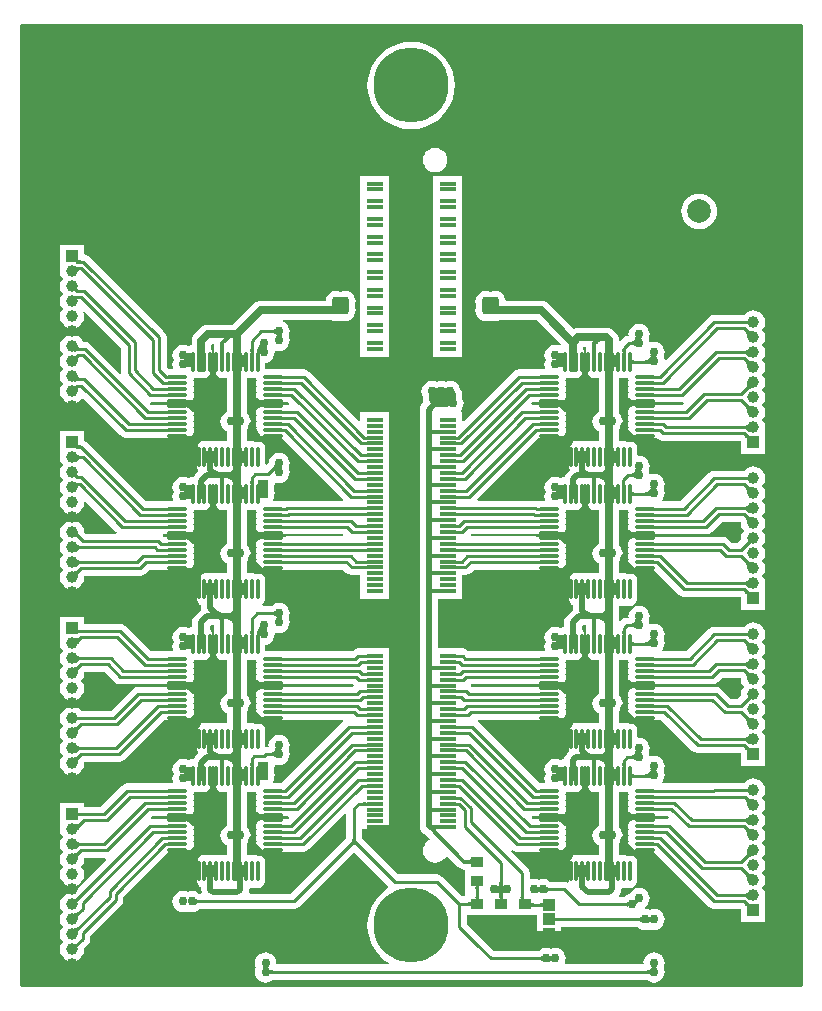
<source format=gtl>
G04 Layer_Physical_Order=1*
G04 Layer_Color=255*
%FSLAX25Y25*%
%MOIN*%
G70*
G01*
G75*
%ADD10R,0.03937X0.03740*%
%ADD11R,0.03937X0.03937*%
%ADD12O,0.07087X0.01181*%
%ADD13O,0.01181X0.07087*%
%ADD14R,0.05709X0.01181*%
%ADD15R,0.02520X0.10000*%
%ADD16R,0.02520X0.18504*%
%ADD17C,0.01000*%
%ADD18C,0.02000*%
%ADD19C,0.02500*%
%ADD20C,0.01200*%
%ADD21C,0.01500*%
%ADD22R,0.03173X0.06000*%
%ADD23R,0.03000X0.05000*%
%ADD24R,0.01890X0.04000*%
%ADD25C,0.03937*%
%ADD26R,0.03937X0.03937*%
%ADD27C,0.05906*%
%ADD28C,0.25000*%
%ADD29C,0.07874*%
%ADD30C,0.03000*%
G36*
X259953Y457D02*
X1000D01*
X0Y460D01*
Y319500D01*
X259953D01*
Y457D01*
D02*
G37*
%LPC*%
G36*
X130000Y314549D02*
X127725Y314370D01*
X125505Y313837D01*
X123397Y312964D01*
X121451Y311771D01*
X119715Y310289D01*
X118233Y308553D01*
X117041Y306607D01*
X116167Y304499D01*
X115634Y302279D01*
X115455Y300004D01*
X115634Y297729D01*
X116167Y295509D01*
X117041Y293401D01*
X118233Y291455D01*
X119715Y289719D01*
X121451Y288237D01*
X123397Y287044D01*
X125505Y286171D01*
X127725Y285638D01*
X130000Y285459D01*
X132275Y285638D01*
X134495Y286171D01*
X136603Y287044D01*
X138549Y288237D01*
X140285Y289719D01*
X141767Y291455D01*
X142959Y293401D01*
X143833Y295509D01*
X144366Y297729D01*
X144545Y300004D01*
X144366Y302279D01*
X143833Y304499D01*
X142959Y306607D01*
X141767Y308553D01*
X140285Y310289D01*
X138549Y311771D01*
X136603Y312964D01*
X134495Y313837D01*
X132275Y314370D01*
X130000Y314549D01*
D02*
G37*
G36*
X137992Y279161D02*
X136946Y279023D01*
X135971Y278619D01*
X135134Y277976D01*
X134491Y277139D01*
X134087Y276164D01*
X133950Y275118D01*
X134087Y274072D01*
X134491Y273097D01*
X135134Y272260D01*
X135971Y271617D01*
X136946Y271213D01*
X137992Y271076D01*
X139038Y271213D01*
X140013Y271617D01*
X140851Y272260D01*
X141493Y273097D01*
X141897Y274072D01*
X142035Y275118D01*
X141897Y276164D01*
X141493Y277139D01*
X140851Y277976D01*
X140013Y278619D01*
X139038Y279023D01*
X137992Y279161D01*
D02*
G37*
G36*
X226000Y263966D02*
X224836Y263851D01*
X223717Y263512D01*
X222686Y262960D01*
X221782Y262218D01*
X221040Y261314D01*
X220488Y260283D01*
X220149Y259164D01*
X220034Y258000D01*
X220149Y256836D01*
X220488Y255717D01*
X221040Y254686D01*
X221782Y253782D01*
X222686Y253040D01*
X223717Y252488D01*
X224836Y252149D01*
X226000Y252034D01*
X227164Y252149D01*
X228283Y252488D01*
X229314Y253040D01*
X230218Y253782D01*
X230960Y254686D01*
X231512Y255717D01*
X231851Y256836D01*
X231966Y258000D01*
X231851Y259164D01*
X231512Y260283D01*
X230960Y261314D01*
X230218Y262218D01*
X229314Y262960D01*
X228283Y263512D01*
X227164Y263851D01*
X226000Y263966D01*
D02*
G37*
G36*
X147020Y269874D02*
X137311D01*
Y264693D01*
Y262724D01*
Y258787D01*
Y256819D01*
Y252882D01*
Y250913D01*
Y246976D01*
Y245008D01*
Y241071D01*
Y239102D01*
Y235165D01*
Y233197D01*
Y229260D01*
Y227291D01*
Y223354D01*
Y221386D01*
Y217449D01*
Y215480D01*
Y211543D01*
Y209575D01*
X147020D01*
Y211543D01*
Y215480D01*
Y217449D01*
Y221386D01*
Y223354D01*
Y227291D01*
Y229260D01*
Y233197D01*
Y235165D01*
Y239102D01*
Y241071D01*
Y245008D01*
Y246976D01*
Y250913D01*
Y252882D01*
Y256819D01*
Y258787D01*
Y262724D01*
Y264693D01*
Y269874D01*
D02*
G37*
G36*
X122689D02*
X112980D01*
Y264693D01*
Y262724D01*
Y258787D01*
Y256819D01*
Y252882D01*
Y250913D01*
Y246976D01*
Y245008D01*
Y241071D01*
Y239102D01*
Y235165D01*
Y233197D01*
Y229260D01*
Y227291D01*
Y223354D01*
Y221386D01*
Y217449D01*
Y215480D01*
Y211543D01*
Y209575D01*
X122689D01*
Y211543D01*
Y215480D01*
Y217449D01*
Y221386D01*
Y223354D01*
Y227291D01*
Y229260D01*
Y233197D01*
Y235165D01*
Y239102D01*
Y241071D01*
Y245008D01*
Y246976D01*
Y250913D01*
Y252882D01*
Y256819D01*
Y258787D01*
Y262724D01*
Y264693D01*
Y269874D01*
D02*
G37*
G36*
X20968Y246969D02*
X13032D01*
Y239032D01*
X13032D01*
X13120Y238931D01*
X12997Y238000D01*
X13134Y236964D01*
X13533Y235999D01*
X13916Y235500D01*
X13533Y235001D01*
X13134Y234036D01*
X12997Y233000D01*
X13134Y231964D01*
X13533Y230999D01*
X13916Y230500D01*
X13533Y230001D01*
X13134Y229036D01*
X12997Y228000D01*
X13134Y226964D01*
X13533Y225999D01*
X13916Y225500D01*
X13533Y225001D01*
X13134Y224036D01*
X12997Y223000D01*
X13134Y221964D01*
X13533Y220999D01*
X14170Y220170D01*
X14999Y219533D01*
X15964Y219134D01*
X17000Y218997D01*
X18036Y219134D01*
X19001Y219533D01*
X19830Y220170D01*
X20467Y220999D01*
X20866Y221964D01*
X21003Y223000D01*
X20866Y224036D01*
X20664Y224524D01*
X21088Y224807D01*
X33451Y212444D01*
Y204161D01*
X32984Y203921D01*
X23102Y213802D01*
X22275Y214355D01*
X21300Y214549D01*
X20654D01*
X20467Y215001D01*
X19830Y215830D01*
X19001Y216466D01*
X18036Y216866D01*
X17000Y217003D01*
X15964Y216866D01*
X14999Y216466D01*
X14170Y215830D01*
X13533Y215001D01*
X13134Y214036D01*
X12997Y213000D01*
X13134Y211964D01*
X13533Y210999D01*
X13916Y210500D01*
X13533Y210001D01*
X13134Y209036D01*
X12997Y208000D01*
X13134Y206964D01*
X13533Y205999D01*
X13916Y205500D01*
X13533Y205001D01*
X13134Y204036D01*
X12997Y203000D01*
X13134Y201964D01*
X13533Y200999D01*
X13916Y200500D01*
X13533Y200001D01*
X13134Y199036D01*
X12997Y198000D01*
X13134Y196964D01*
X13533Y195999D01*
X14170Y195170D01*
X14999Y194534D01*
X15964Y194134D01*
X17000Y193997D01*
X18036Y194134D01*
X19001Y194534D01*
X19830Y195170D01*
X20205Y195658D01*
X20704Y195691D01*
X33087Y183308D01*
X33914Y182755D01*
X34890Y182561D01*
X48617D01*
X49102Y182497D01*
X55008D01*
X55684Y182586D01*
X56314Y182847D01*
X56855Y183263D01*
X57271Y183804D01*
X57532Y184434D01*
X57621Y185110D01*
X57532Y185786D01*
X57404Y186094D01*
X57532Y186402D01*
X57621Y187079D01*
X57532Y187755D01*
X57404Y188063D01*
X57532Y188371D01*
X57621Y189047D01*
X57532Y189724D01*
X57404Y190032D01*
X57532Y190340D01*
X57621Y191016D01*
X57607Y191122D01*
X57500Y191015D01*
X57494Y191035D01*
X57475Y191066D01*
X57443Y191108D01*
X57342Y191226D01*
X56988Y191597D01*
X56711Y191855D01*
X56411Y192095D01*
X56099Y192307D01*
X55775Y192491D01*
X55439Y192647D01*
X55092Y192774D01*
X54733Y192873D01*
X54362Y192943D01*
X53980Y192986D01*
X53586Y193000D01*
X54345Y193629D01*
X49102D01*
X48617Y193565D01*
X43340D01*
X43000Y193905D01*
X43240Y194372D01*
X48617D01*
X49102Y194308D01*
X55008D01*
X55195Y194333D01*
X56000Y195000D01*
X56406Y194729D01*
X56855Y195074D01*
X57271Y195615D01*
X57532Y196245D01*
X57621Y196921D01*
X57532Y197598D01*
X57404Y197906D01*
X57532Y198214D01*
X57621Y198890D01*
X57532Y199566D01*
X57404Y199874D01*
X57532Y200182D01*
X57621Y200858D01*
X57532Y201535D01*
X57404Y201842D01*
X57532Y202151D01*
X57569Y202431D01*
X57850Y202468D01*
X58157Y202596D01*
X58465Y202468D01*
X59142Y202379D01*
X59818Y202468D01*
X60126Y202596D01*
X60434Y202468D01*
X61110Y202379D01*
X61787Y202468D01*
X62417Y202729D01*
X62958Y203145D01*
X63373Y203686D01*
X63634Y204316D01*
X63723Y204992D01*
Y210898D01*
X63634Y211574D01*
X63378Y212192D01*
Y213442D01*
X63658Y213722D01*
X64393D01*
Y207945D01*
X64403Y207872D01*
Y204992D01*
X64492Y204316D01*
X64753Y203686D01*
X65168Y203145D01*
X65237Y203091D01*
X65280Y203134D01*
X65748Y202713D01*
X66339Y202468D01*
X67016Y202379D01*
X67692Y202468D01*
X68000Y202596D01*
X68308Y202468D01*
X68722Y202414D01*
Y191259D01*
X68235Y191057D01*
X67504Y190496D01*
X66943Y189765D01*
X66590Y188914D01*
X66470Y188000D01*
X66590Y187086D01*
X66943Y186235D01*
X67504Y185504D01*
X68235Y184943D01*
X68722Y184741D01*
Y181586D01*
X68308Y181532D01*
X68000Y181404D01*
X67692Y181532D01*
X67016Y181621D01*
X66339Y181532D01*
X66031Y181404D01*
X65724Y181532D01*
X65047Y181621D01*
X64371Y181532D01*
X64063Y181404D01*
X63755Y181532D01*
X63079Y181621D01*
X62402Y181532D01*
X62094Y181404D01*
X61787Y181532D01*
X61110Y181621D01*
X60434Y181532D01*
X59804Y181271D01*
X59263Y180856D01*
X58847Y180314D01*
X58586Y179684D01*
X58497Y179008D01*
Y173102D01*
X58586Y172426D01*
X58847Y171796D01*
X59138Y171417D01*
X57860Y170140D01*
X57380Y169513D01*
X57368Y169485D01*
X57173Y169510D01*
X56497Y169422D01*
X55867Y169160D01*
X55744Y169066D01*
X54914Y169410D01*
X54000Y169530D01*
X53086Y169410D01*
X52235Y169057D01*
X51504Y168496D01*
X50943Y167765D01*
X50590Y166914D01*
X50470Y166000D01*
X50590Y165086D01*
X50833Y164500D01*
X50590Y163914D01*
X50470Y163000D01*
X50590Y162086D01*
X50686Y161855D01*
X50408Y161440D01*
X49102D01*
X48617Y161376D01*
X41729D01*
X21802Y181302D01*
X20976Y181855D01*
X20968Y181856D01*
Y184968D01*
X13032D01*
Y177032D01*
X13032D01*
X13120Y176931D01*
X12997Y176000D01*
X13134Y174964D01*
X13533Y173999D01*
X13916Y173500D01*
X13533Y173001D01*
X13134Y172036D01*
X12997Y171000D01*
X13134Y169964D01*
X13533Y168999D01*
X13916Y168500D01*
X13533Y168001D01*
X13134Y167036D01*
X12997Y166000D01*
X13134Y164964D01*
X13533Y163999D01*
X13916Y163500D01*
X13533Y163001D01*
X13134Y162036D01*
X12997Y161000D01*
X13134Y159964D01*
X13533Y158999D01*
X14170Y158170D01*
X14999Y157534D01*
X15964Y157134D01*
X17000Y156997D01*
X18036Y157134D01*
X19001Y157534D01*
X19830Y158170D01*
X20467Y158999D01*
X20866Y159964D01*
X21003Y161000D01*
X20969Y161257D01*
X21417Y161478D01*
X31776Y151119D01*
X31881Y151049D01*
X31729Y150549D01*
X21556D01*
X20987Y151118D01*
X20866Y152036D01*
X20467Y153001D01*
X19830Y153830D01*
X19001Y154466D01*
X18036Y154866D01*
X17000Y155003D01*
X15964Y154866D01*
X14999Y154466D01*
X14170Y153830D01*
X13533Y153001D01*
X13134Y152036D01*
X12997Y151000D01*
X13134Y149964D01*
X13533Y148999D01*
X13916Y148500D01*
X13533Y148001D01*
X13134Y147036D01*
X12997Y146000D01*
X13134Y144964D01*
X13533Y143999D01*
X13916Y143500D01*
X13533Y143001D01*
X13134Y142036D01*
X12997Y141000D01*
X13134Y139964D01*
X13533Y138999D01*
X13916Y138500D01*
X13533Y138001D01*
X13134Y137036D01*
X12997Y136000D01*
X13134Y134964D01*
X13533Y133999D01*
X14170Y133170D01*
X14999Y132534D01*
X15964Y132134D01*
X17000Y131997D01*
X18036Y132134D01*
X19001Y132534D01*
X19830Y133170D01*
X20467Y133999D01*
X20866Y134964D01*
X20992Y135918D01*
X21007Y135990D01*
X21010Y136176D01*
X21018Y136288D01*
X21029Y136375D01*
X21040Y136436D01*
X21056Y136451D01*
X39500D01*
X40475Y136645D01*
X41302Y137198D01*
X42666Y138561D01*
X48617D01*
X49102Y138497D01*
X55008D01*
X55684Y138586D01*
X56314Y138847D01*
X56855Y139263D01*
X57271Y139804D01*
X57532Y140434D01*
X57621Y141110D01*
X57532Y141787D01*
X57404Y142095D01*
X57532Y142403D01*
X57621Y143079D01*
X57532Y143755D01*
X57404Y144063D01*
X57532Y144371D01*
X57621Y145047D01*
X57532Y145723D01*
X57404Y146031D01*
X57532Y146339D01*
X57621Y147016D01*
X57607Y147122D01*
X57500Y147015D01*
X57494Y147035D01*
X57475Y147066D01*
X57443Y147108D01*
X57342Y147226D01*
X56988Y147597D01*
X56711Y147854D01*
X56411Y148095D01*
X56099Y148307D01*
X55775Y148491D01*
X55439Y148646D01*
X55092Y148774D01*
X54733Y148873D01*
X54362Y148943D01*
X53980Y148986D01*
X53586Y149000D01*
X54345Y149629D01*
X49102D01*
X48617Y149565D01*
X47543D01*
X47219Y149926D01*
X47362Y150372D01*
X48617D01*
X49102Y150308D01*
X55008D01*
X55195Y150333D01*
X56000Y151000D01*
X56406Y150729D01*
X56855Y151074D01*
X57271Y151615D01*
X57532Y152245D01*
X57621Y152921D01*
X57532Y153597D01*
X57404Y153905D01*
X57532Y154214D01*
X57621Y154890D01*
X57532Y155566D01*
X57404Y155874D01*
X57532Y156182D01*
X57621Y156858D01*
X57532Y157535D01*
X57404Y157843D01*
X57532Y158150D01*
X57569Y158431D01*
X57850Y158468D01*
X58157Y158596D01*
X58465Y158468D01*
X59142Y158379D01*
X59818Y158468D01*
X60126Y158596D01*
X60434Y158468D01*
X61110Y158379D01*
X61787Y158468D01*
X62313Y158686D01*
X62293Y158707D01*
X62427Y158861D01*
X62547Y159042D01*
X62653Y159248D01*
X62745Y159480D01*
X62823Y159737D01*
X62887Y160021D01*
X62936Y160331D01*
X62993Y161027D01*
X63000Y161414D01*
X63723D01*
Y166898D01*
X63790Y166974D01*
X64393D01*
Y163945D01*
X64403Y163872D01*
Y161414D01*
X65000D01*
X65014Y161020D01*
X65057Y160638D01*
X65127Y160267D01*
X65226Y159908D01*
X65354Y159561D01*
X65509Y159225D01*
X65693Y158901D01*
X65849Y158671D01*
X66339Y158468D01*
X67016Y158379D01*
X67692Y158468D01*
X68000Y158596D01*
X68308Y158468D01*
X68722Y158414D01*
Y147259D01*
X68235Y147057D01*
X67504Y146496D01*
X66943Y145765D01*
X66590Y144914D01*
X66470Y144000D01*
X66590Y143086D01*
X66943Y142235D01*
X67504Y141504D01*
X68235Y140943D01*
X68722Y140741D01*
Y137586D01*
X68308Y137532D01*
X68000Y137404D01*
X67692Y137532D01*
X67016Y137621D01*
X66339Y137532D01*
X66031Y137404D01*
X65724Y137532D01*
X65047Y137621D01*
X64371Y137532D01*
X64063Y137404D01*
X63755Y137532D01*
X63079Y137621D01*
X62402Y137532D01*
X62094Y137404D01*
X61787Y137532D01*
X61110Y137621D01*
X61096Y137619D01*
X61034Y137574D01*
X60863Y137433D01*
X60652Y137236D01*
X60531Y137116D01*
X60241Y137452D01*
X59804Y137271D01*
X59777Y137250D01*
X59762Y137113D01*
X59750Y136801D01*
X59259D01*
X59495Y136619D01*
X60414Y137000D01*
X60145Y136711D01*
X59905Y136411D01*
X59788Y136238D01*
X59750Y135000D01*
X59201D01*
X59127Y134733D01*
X59057Y134362D01*
X59014Y133980D01*
X59000Y133586D01*
X58497Y134193D01*
Y129102D01*
X58586Y128426D01*
X58847Y127796D01*
X59263Y127255D01*
X59804Y126839D01*
X60053Y126736D01*
Y125921D01*
X60129Y125346D01*
X59860Y125140D01*
X57860Y123140D01*
X57380Y122513D01*
X57077Y121783D01*
X56974Y121000D01*
Y119484D01*
X56497Y119422D01*
X55867Y119160D01*
X55744Y119066D01*
X54914Y119410D01*
X54000Y119530D01*
X53086Y119410D01*
X52235Y119057D01*
X51504Y118496D01*
X50943Y117765D01*
X50590Y116914D01*
X50470Y116000D01*
X50590Y115086D01*
X50833Y114500D01*
X50590Y113914D01*
X50470Y113000D01*
X50590Y112086D01*
X50686Y111855D01*
X50408Y111440D01*
X49102D01*
X48617Y111376D01*
X43229D01*
X34802Y119802D01*
X33975Y120355D01*
X33000Y120549D01*
X20968D01*
Y122968D01*
X13032D01*
Y115032D01*
X13032D01*
X13120Y114931D01*
X12997Y114000D01*
X13134Y112964D01*
X13533Y111999D01*
X13916Y111500D01*
X13533Y111001D01*
X13134Y110036D01*
X12997Y109000D01*
X13134Y107964D01*
X13533Y106999D01*
X13916Y106500D01*
X13533Y106001D01*
X13134Y105036D01*
X12997Y104000D01*
X13134Y102964D01*
X13533Y101999D01*
X13916Y101500D01*
X13533Y101001D01*
X13134Y100036D01*
X12997Y99000D01*
X13134Y97964D01*
X13533Y96999D01*
X14170Y96170D01*
X14999Y95534D01*
X15964Y95134D01*
X17000Y94997D01*
X18036Y95134D01*
X19001Y95534D01*
X19830Y96170D01*
X20467Y96999D01*
X20866Y97964D01*
X21003Y99000D01*
X20866Y100036D01*
X20467Y101001D01*
X20084Y101500D01*
X20467Y101999D01*
X20866Y102964D01*
X20992Y103918D01*
X21007Y103990D01*
X21010Y104176D01*
X21018Y104288D01*
X21029Y104375D01*
X21040Y104436D01*
X21056Y104451D01*
X27944D01*
X31276Y101119D01*
X32103Y100566D01*
X33079Y100372D01*
X48617D01*
X49102Y100308D01*
X55008D01*
X55195Y100333D01*
X56000Y101000D01*
X56406Y100729D01*
X56855Y101074D01*
X57271Y101615D01*
X57532Y102245D01*
X57621Y102921D01*
X57532Y103597D01*
X57404Y103905D01*
X57532Y104214D01*
X57621Y104890D01*
X57532Y105566D01*
X57404Y105874D01*
X57532Y106182D01*
X57621Y106858D01*
X57532Y107535D01*
X57404Y107843D01*
X57532Y108150D01*
X57569Y108431D01*
X57850Y108468D01*
X58157Y108596D01*
X58465Y108468D01*
X59142Y108379D01*
X59818Y108468D01*
X60126Y108596D01*
X60434Y108468D01*
X61110Y108379D01*
X61787Y108468D01*
X62313Y108686D01*
X62293Y108707D01*
X62427Y108857D01*
X62547Y109025D01*
X62653Y109210D01*
X62745Y109413D01*
X62823Y109634D01*
X62887Y109872D01*
X62936Y110128D01*
X62993Y110692D01*
X63000Y111000D01*
X63723D01*
Y116898D01*
X63634Y117574D01*
X63373Y118204D01*
X63026Y118657D01*
Y119747D01*
X63253Y119974D01*
X64393D01*
Y113945D01*
X64403Y113872D01*
Y111000D01*
X65000D01*
X65014Y110685D01*
X65057Y110373D01*
X65127Y110064D01*
X65226Y109759D01*
X65354Y109457D01*
X65509Y109159D01*
X65693Y108864D01*
X65826Y108681D01*
X66339Y108468D01*
X67016Y108379D01*
X67692Y108468D01*
X68000Y108596D01*
X68308Y108468D01*
X68722Y108414D01*
Y97259D01*
X68235Y97057D01*
X67504Y96496D01*
X66943Y95765D01*
X66590Y94914D01*
X66470Y94000D01*
X66590Y93086D01*
X66943Y92235D01*
X67504Y91504D01*
X68235Y90943D01*
X68722Y90741D01*
Y87586D01*
X68308Y87532D01*
X68000Y87404D01*
X67692Y87532D01*
X67016Y87621D01*
X66339Y87532D01*
X66031Y87404D01*
X65724Y87532D01*
X65047Y87621D01*
X64371Y87532D01*
X64063Y87404D01*
X63755Y87532D01*
X63079Y87621D01*
X62402Y87532D01*
X62094Y87404D01*
X61787Y87532D01*
X61110Y87621D01*
X60434Y87532D01*
X59804Y87271D01*
X59263Y86856D01*
X58847Y86314D01*
X58586Y85684D01*
X58497Y85008D01*
Y79102D01*
X58586Y78426D01*
X58847Y77796D01*
X59138Y77417D01*
X57860Y76140D01*
X57380Y75513D01*
X57368Y75485D01*
X57173Y75511D01*
X56497Y75422D01*
X55867Y75160D01*
X55744Y75066D01*
X54914Y75410D01*
X54000Y75530D01*
X53086Y75410D01*
X52235Y75057D01*
X51504Y74496D01*
X50943Y73765D01*
X50590Y72914D01*
X50470Y72000D01*
X50590Y71086D01*
X50833Y70500D01*
X50590Y69914D01*
X50470Y69000D01*
X50590Y68086D01*
X50686Y67855D01*
X50408Y67440D01*
X49102D01*
X48617Y67376D01*
X35327D01*
X34351Y67182D01*
X33524Y66629D01*
X26444Y59549D01*
X20968D01*
Y60969D01*
X13032D01*
Y53031D01*
X13032D01*
X13120Y52931D01*
X12997Y52000D01*
X13134Y50964D01*
X13533Y49999D01*
X13916Y49500D01*
X13533Y49001D01*
X13134Y48036D01*
X12997Y47000D01*
X13134Y45964D01*
X13533Y44999D01*
X13916Y44500D01*
X13533Y44001D01*
X13134Y43036D01*
X12997Y42000D01*
X13134Y40964D01*
X13533Y39999D01*
X13916Y39500D01*
X13533Y39001D01*
X13134Y38036D01*
X12997Y37000D01*
X13134Y35964D01*
X13533Y34999D01*
X14170Y34170D01*
X14999Y33533D01*
X15964Y33134D01*
X17000Y32997D01*
X18036Y33134D01*
X19001Y33533D01*
X19830Y34170D01*
X20467Y34999D01*
X20866Y35964D01*
X21003Y37000D01*
X20866Y38036D01*
X20467Y39001D01*
X20084Y39500D01*
X20467Y39999D01*
X20866Y40964D01*
X20992Y41918D01*
X21007Y41990D01*
X21010Y42176D01*
X21018Y42288D01*
X21029Y42375D01*
X21040Y42436D01*
X21056Y42451D01*
X28139D01*
X28346Y41951D01*
X17352Y30957D01*
X17000Y31003D01*
X15964Y30866D01*
X14999Y30466D01*
X14170Y29830D01*
X13533Y29001D01*
X13134Y28036D01*
X12997Y27000D01*
X13134Y25964D01*
X13533Y24999D01*
X13916Y24500D01*
X13533Y24001D01*
X13134Y23036D01*
X12997Y22000D01*
X13134Y20964D01*
X13533Y19999D01*
X13916Y19500D01*
X13533Y19001D01*
X13134Y18036D01*
X12997Y17000D01*
X13134Y15964D01*
X13533Y14999D01*
X13916Y14500D01*
X13533Y14001D01*
X13134Y13036D01*
X12997Y12000D01*
X13134Y10964D01*
X13533Y9999D01*
X14170Y9170D01*
X14999Y8534D01*
X15964Y8134D01*
X17000Y7997D01*
X18036Y8134D01*
X19001Y8534D01*
X19830Y9170D01*
X20467Y9999D01*
X20866Y10964D01*
X21003Y12000D01*
X20956Y12352D01*
X22302Y13698D01*
X22855Y14525D01*
X23049Y15500D01*
Y16444D01*
X33302Y26698D01*
X33855Y27525D01*
X34049Y28500D01*
Y29444D01*
X49102Y44497D01*
X49102Y44497D01*
X55008D01*
X55684Y44586D01*
X56314Y44847D01*
X56855Y45263D01*
X57271Y45804D01*
X57532Y46434D01*
X57621Y47110D01*
X57532Y47787D01*
X57404Y48094D01*
X57532Y48403D01*
X57621Y49079D01*
X57532Y49755D01*
X57404Y50063D01*
X57532Y50371D01*
X57621Y51047D01*
X57532Y51723D01*
X57404Y52031D01*
X57532Y52340D01*
X57621Y53016D01*
X57607Y53122D01*
X57500Y53015D01*
X57494Y53035D01*
X57475Y53066D01*
X57443Y53108D01*
X57342Y53226D01*
X56988Y53597D01*
X56711Y53855D01*
X56411Y54095D01*
X56099Y54307D01*
X55775Y54491D01*
X55439Y54646D01*
X55092Y54774D01*
X54733Y54873D01*
X54362Y54943D01*
X53980Y54986D01*
X53586Y55000D01*
X54345Y55629D01*
X49102D01*
X48617Y55565D01*
X43394D01*
X43210Y55996D01*
X43515Y56372D01*
X48617D01*
X49102Y56308D01*
X55008D01*
X55195Y56333D01*
X56000Y57000D01*
X56406Y56729D01*
X56855Y57074D01*
X57271Y57615D01*
X57532Y58245D01*
X57621Y58921D01*
X57532Y59597D01*
X57404Y59905D01*
X57532Y60214D01*
X57621Y60890D01*
X57532Y61566D01*
X57404Y61874D01*
X57532Y62182D01*
X57621Y62858D01*
X57532Y63534D01*
X57404Y63842D01*
X57532Y64151D01*
X57569Y64431D01*
X57850Y64468D01*
X58157Y64596D01*
X58465Y64468D01*
X59142Y64379D01*
X59818Y64468D01*
X60126Y64596D01*
X60434Y64468D01*
X61110Y64379D01*
X61787Y64468D01*
X62313Y64687D01*
X62293Y64707D01*
X62427Y64862D01*
X62547Y65042D01*
X62653Y65248D01*
X62745Y65480D01*
X62823Y65737D01*
X62887Y66021D01*
X62936Y66331D01*
X62993Y67027D01*
X63000Y67414D01*
X63723D01*
Y72898D01*
X63790Y72974D01*
X64393D01*
Y69945D01*
X64403Y69872D01*
Y67414D01*
X65000D01*
X65014Y67020D01*
X65057Y66638D01*
X65127Y66267D01*
X65226Y65908D01*
X65354Y65561D01*
X65509Y65225D01*
X65693Y64901D01*
X65849Y64671D01*
X66339Y64468D01*
X67016Y64379D01*
X67692Y64468D01*
X68000Y64596D01*
X68308Y64468D01*
X68722Y64414D01*
Y53259D01*
X68235Y53057D01*
X67504Y52496D01*
X66943Y51765D01*
X66590Y50914D01*
X66470Y50000D01*
X66590Y49086D01*
X66943Y48235D01*
X67504Y47504D01*
X68235Y46943D01*
X68722Y46741D01*
Y43586D01*
X68308Y43532D01*
X68000Y43404D01*
X67692Y43532D01*
X67016Y43621D01*
X66339Y43532D01*
X66031Y43404D01*
X65724Y43532D01*
X65047Y43621D01*
X64371Y43532D01*
X64063Y43404D01*
X63755Y43532D01*
X63079Y43621D01*
X62402Y43532D01*
X62094Y43404D01*
X61787Y43532D01*
X61110Y43621D01*
X60434Y43532D01*
X59804Y43271D01*
X59263Y42856D01*
X58847Y42314D01*
X58586Y41684D01*
X58497Y41008D01*
Y35102D01*
X58586Y34426D01*
X58847Y33796D01*
X59263Y33255D01*
X59804Y32840D01*
X60053Y32736D01*
Y31921D01*
X60156Y31138D01*
X60193Y31049D01*
X59859Y30549D01*
X59442D01*
X59360Y30601D01*
X58765Y31057D01*
X57914Y31410D01*
X57000Y31530D01*
X56086Y31410D01*
X55500Y31167D01*
X54914Y31410D01*
X54000Y31530D01*
X53086Y31410D01*
X52235Y31057D01*
X51504Y30496D01*
X50943Y29765D01*
X50590Y28914D01*
X50470Y28000D01*
X50590Y27086D01*
X50943Y26235D01*
X51504Y25504D01*
X52235Y24943D01*
X53086Y24590D01*
X54000Y24470D01*
X54914Y24590D01*
X55500Y24833D01*
X56086Y24590D01*
X57000Y24470D01*
X57914Y24590D01*
X58765Y24943D01*
X59360Y25399D01*
X59442Y25451D01*
X91000D01*
X91975Y25645D01*
X92802Y26198D01*
X111000Y44395D01*
X122440Y32956D01*
X122377Y32331D01*
X121451Y31763D01*
X119715Y30281D01*
X118233Y28545D01*
X117041Y26599D01*
X116167Y24491D01*
X115634Y22271D01*
X115455Y19996D01*
X115634Y17721D01*
X116167Y15502D01*
X117041Y13393D01*
X118233Y11447D01*
X119715Y9711D01*
X121451Y8229D01*
X122591Y7530D01*
X122455Y7049D01*
X85350D01*
X85020Y7425D01*
X85030Y7500D01*
X84910Y8414D01*
X84557Y9265D01*
X83996Y9996D01*
X83265Y10557D01*
X82414Y10910D01*
X81500Y11030D01*
X80586Y10910D01*
X79735Y10557D01*
X79004Y9996D01*
X78443Y9265D01*
X78090Y8414D01*
X77970Y7500D01*
X78090Y6586D01*
X78333Y6000D01*
X78090Y5414D01*
X77970Y4500D01*
X78090Y3586D01*
X78443Y2735D01*
X79004Y2004D01*
X79735Y1443D01*
X80586Y1090D01*
X81500Y970D01*
X82414Y1090D01*
X83265Y1443D01*
X83860Y1899D01*
X83942Y1951D01*
X208559D01*
X208640Y1899D01*
X209235Y1443D01*
X210086Y1090D01*
X211000Y970D01*
X211914Y1090D01*
X212765Y1443D01*
X213496Y2004D01*
X214057Y2735D01*
X214410Y3586D01*
X214530Y4500D01*
X214410Y5414D01*
X214167Y6000D01*
X214410Y6586D01*
X214530Y7500D01*
X214410Y8414D01*
X214057Y9265D01*
X213496Y9996D01*
X212765Y10557D01*
X211914Y10910D01*
X211000Y11030D01*
X210086Y10910D01*
X209235Y10557D01*
X208504Y9996D01*
X207943Y9265D01*
X207590Y8414D01*
X207470Y7500D01*
X207480Y7425D01*
X207150Y7049D01*
X181521D01*
X181187Y7549D01*
X181410Y8086D01*
X181530Y9000D01*
X181410Y9914D01*
X181057Y10765D01*
X180496Y11496D01*
X179765Y12057D01*
X178914Y12410D01*
X178000Y12530D01*
X177086Y12410D01*
X176500Y12167D01*
X175914Y12410D01*
X175000Y12530D01*
X174086Y12410D01*
X173235Y12057D01*
X172640Y11601D01*
X172558Y11549D01*
X157556D01*
X153802Y15302D01*
X148549Y20556D01*
Y23378D01*
X155968D01*
X155968Y23378D01*
X156032D01*
Y23378D01*
X156468Y23378D01*
X163969D01*
X163969Y23378D01*
X164032D01*
Y23378D01*
X164469Y23378D01*
X171968D01*
X172031Y22904D01*
Y18032D01*
X179969D01*
Y19451D01*
X205558D01*
X205640Y19399D01*
X206235Y18943D01*
X207086Y18590D01*
X208000Y18470D01*
X208914Y18590D01*
X209500Y18833D01*
X210086Y18590D01*
X211000Y18470D01*
X211914Y18590D01*
X212765Y18943D01*
X213496Y19504D01*
X214057Y20235D01*
X214410Y21086D01*
X214530Y22000D01*
X214410Y22914D01*
X214057Y23765D01*
X213496Y24496D01*
X212765Y25057D01*
X211914Y25410D01*
X211000Y25530D01*
X210086Y25410D01*
X209500Y25167D01*
X208914Y25410D01*
X208007Y25529D01*
X207994Y25553D01*
X207861Y26016D01*
X208496Y26504D01*
X209057Y27235D01*
X209410Y28086D01*
X209530Y29000D01*
X209410Y29914D01*
X209057Y30765D01*
X208496Y31496D01*
X207765Y32057D01*
X206914Y32410D01*
X206000Y32530D01*
X205086Y32410D01*
X204235Y32057D01*
X203504Y31496D01*
X202943Y30765D01*
X202808Y30439D01*
X202586Y30410D01*
X201735Y30057D01*
X201140Y29601D01*
X201059Y29549D01*
X199309D01*
X199145Y30049D01*
X199542Y30566D01*
X199844Y31296D01*
X199947Y32079D01*
Y32181D01*
X200447Y32544D01*
X200858Y32489D01*
X201535Y32579D01*
X201842Y32706D01*
X202151Y32579D01*
X202827Y32489D01*
X203503Y32579D01*
X204133Y32840D01*
X204674Y33255D01*
X205090Y33796D01*
X205351Y34426D01*
X205440Y35102D01*
Y41008D01*
X205351Y41684D01*
X205090Y42314D01*
X204674Y42856D01*
X204135Y43270D01*
X204000Y43000D01*
Y43326D01*
X203503Y43532D01*
X202827Y43621D01*
X202151Y43532D01*
X201842Y43404D01*
X201535Y43532D01*
X200858Y43621D01*
X200182Y43532D01*
X199874Y43404D01*
X199566Y43532D01*
X199278Y43570D01*
Y47336D01*
X199496Y47504D01*
X200057Y48235D01*
X200410Y49086D01*
X200530Y50000D01*
X200410Y50914D01*
X200057Y51765D01*
X199496Y52496D01*
X199278Y52664D01*
Y64430D01*
X199566Y64468D01*
X199874Y64596D01*
X200182Y64468D01*
X200858Y64379D01*
X201535Y64468D01*
X201842Y64596D01*
X202151Y64468D01*
X202431Y64431D01*
X202468Y64151D01*
X202596Y63842D01*
X202468Y63534D01*
X202379Y62858D01*
X202468Y62182D01*
X202596Y61874D01*
X202468Y61566D01*
X202379Y60890D01*
X202468Y60214D01*
X202596Y59905D01*
X202468Y59597D01*
X202379Y58921D01*
X202468Y58245D01*
X202729Y57615D01*
X203145Y57074D01*
X203686Y56658D01*
X204316Y56397D01*
X204992Y56308D01*
X210898D01*
X211383Y56372D01*
X215516D01*
X215825Y55997D01*
X215639Y55549D01*
X211503D01*
X210898Y55629D01*
X204992D01*
X204316Y55540D01*
X203686Y55279D01*
X203145Y54863D01*
X203078Y54776D01*
X203134Y54720D01*
X202689Y54225D01*
X202468Y53692D01*
X202379Y53016D01*
X202468Y52340D01*
X202596Y52031D01*
X202468Y51723D01*
X202379Y51047D01*
X202468Y50371D01*
X202596Y50063D01*
X202468Y49755D01*
X202379Y49079D01*
X202468Y48403D01*
X202596Y48094D01*
X202468Y47787D01*
X202379Y47110D01*
X202381Y47096D01*
X202426Y47034D01*
X202567Y46863D01*
X202764Y46652D01*
X202884Y46531D01*
X202548Y46241D01*
X202729Y45804D01*
X203145Y45263D01*
X203632Y44889D01*
X203000Y46414D01*
X203533Y45905D01*
X203999Y45509D01*
X204207Y45354D01*
X204399Y45226D01*
X204574Y45127D01*
X204732Y45057D01*
X204875Y45014D01*
X205000Y45000D01*
X204764Y44527D01*
X204992Y44497D01*
X210898D01*
X210898Y44497D01*
X229198Y26198D01*
X230025Y25645D01*
X231000Y25451D01*
X239944D01*
X240032Y25364D01*
Y21032D01*
X247969D01*
Y28969D01*
X247969D01*
X247880Y29069D01*
X248003Y30000D01*
X247866Y31036D01*
X247466Y32001D01*
X247084Y32500D01*
X247466Y32999D01*
X247866Y33964D01*
X248003Y35000D01*
X247866Y36036D01*
X247466Y37001D01*
X247084Y37500D01*
X247466Y37999D01*
X247866Y38964D01*
X248003Y40000D01*
X247866Y41036D01*
X247466Y42001D01*
X247084Y42500D01*
X247466Y42999D01*
X247866Y43964D01*
X248003Y45000D01*
X247866Y46036D01*
X247466Y47001D01*
X247084Y47500D01*
X247466Y47999D01*
X247866Y48964D01*
X248003Y50000D01*
X247866Y51036D01*
X247466Y52001D01*
X247084Y52500D01*
X247466Y52999D01*
X247866Y53964D01*
X248003Y55000D01*
X247866Y56036D01*
X247466Y57001D01*
X247084Y57500D01*
X247466Y57999D01*
X247866Y58964D01*
X248003Y60000D01*
X247866Y61036D01*
X247466Y62001D01*
X247084Y62500D01*
X247466Y62999D01*
X247866Y63964D01*
X248003Y65000D01*
X247866Y66036D01*
X247466Y67001D01*
X246830Y67830D01*
X246001Y68467D01*
X245036Y68866D01*
X244000Y69003D01*
X242964Y68866D01*
X241999Y68467D01*
X241170Y67830D01*
X240954Y67549D01*
X231000D01*
X230129Y67376D01*
X214028D01*
X213782Y67876D01*
X214057Y68235D01*
X214410Y69086D01*
X214530Y70000D01*
X214410Y70914D01*
X214167Y71500D01*
X214410Y72086D01*
X214530Y73000D01*
X214410Y73914D01*
X214057Y74765D01*
X213496Y75496D01*
X212765Y76057D01*
X211914Y76410D01*
X211000Y76530D01*
X210086Y76410D01*
X209887Y76327D01*
X209454Y76577D01*
X209410Y76914D01*
X209167Y77500D01*
X209410Y78086D01*
X209530Y79000D01*
X209410Y79914D01*
X209057Y80765D01*
X208496Y81496D01*
X207765Y82057D01*
X206914Y82410D01*
X206000Y82530D01*
X205816Y82506D01*
X205440Y82836D01*
Y85008D01*
X205351Y85684D01*
X205090Y86314D01*
X204674Y86856D01*
X204133Y87271D01*
X203503Y87532D01*
X202827Y87621D01*
X202151Y87532D01*
X201842Y87404D01*
X201535Y87532D01*
X200858Y87621D01*
X200182Y87532D01*
X199874Y87404D01*
X199566Y87532D01*
X199278Y87570D01*
Y91336D01*
X199496Y91504D01*
X200057Y92235D01*
X200410Y93086D01*
X200530Y94000D01*
X200410Y94914D01*
X200057Y95765D01*
X199496Y96496D01*
X199278Y96664D01*
Y108430D01*
X199566Y108468D01*
X199874Y108596D01*
X200182Y108468D01*
X200858Y108379D01*
X201535Y108468D01*
X201842Y108596D01*
X202151Y108468D01*
X202431Y108431D01*
X202468Y108150D01*
X202596Y107843D01*
X202468Y107535D01*
X202379Y106858D01*
X202468Y106182D01*
X202596Y105874D01*
X202468Y105566D01*
X202379Y104890D01*
X202468Y104214D01*
X202596Y103905D01*
X202468Y103597D01*
X202379Y102921D01*
X202468Y102245D01*
X202729Y101615D01*
X203145Y101074D01*
X203686Y100658D01*
X204316Y100397D01*
X204992Y100308D01*
X210898D01*
X211383Y100372D01*
X230421D01*
X231397Y100566D01*
X232224Y101119D01*
X233556Y102451D01*
X239944D01*
X239960Y102436D01*
X239971Y102375D01*
X239982Y102288D01*
X239990Y102176D01*
X239993Y101990D01*
X240008Y101918D01*
X240134Y100964D01*
X240533Y99999D01*
X240916Y99500D01*
X240533Y99001D01*
X240134Y98036D01*
X239997Y97000D01*
X240044Y96648D01*
X238944Y95549D01*
X236587D01*
X233318Y98818D01*
X232491Y99371D01*
X231516Y99565D01*
X211383D01*
X210898Y99629D01*
X204992D01*
X204316Y99540D01*
X203686Y99279D01*
X203145Y98863D01*
X203078Y98776D01*
X203134Y98720D01*
X202689Y98225D01*
X202468Y97692D01*
X202379Y97016D01*
X202468Y96339D01*
X202596Y96031D01*
X202468Y95723D01*
X202379Y95047D01*
X202468Y94371D01*
X202596Y94063D01*
X202468Y93755D01*
X202379Y93079D01*
X202468Y92402D01*
X202596Y92094D01*
X202468Y91786D01*
X202379Y91110D01*
X202381Y91096D01*
X202426Y91034D01*
X202567Y90863D01*
X202764Y90652D01*
X202884Y90531D01*
X202548Y90241D01*
X202729Y89804D01*
X203145Y89263D01*
X203686Y88847D01*
X204316Y88586D01*
X204992Y88497D01*
X210898D01*
X211383Y88561D01*
X213334D01*
X223698Y78198D01*
X224524Y77645D01*
X225500Y77451D01*
X239944D01*
X240032Y77364D01*
Y73032D01*
X247969D01*
Y80968D01*
X247969D01*
X247880Y81069D01*
X248003Y82000D01*
X247866Y83036D01*
X247466Y84001D01*
X247084Y84500D01*
X247466Y84999D01*
X247866Y85964D01*
X248003Y87000D01*
X247866Y88036D01*
X247466Y89001D01*
X247084Y89500D01*
X247466Y89999D01*
X247866Y90964D01*
X248003Y92000D01*
X247866Y93036D01*
X247466Y94001D01*
X247084Y94500D01*
X247466Y94999D01*
X247866Y95964D01*
X248003Y97000D01*
X247866Y98036D01*
X247466Y99001D01*
X247084Y99500D01*
X247466Y99999D01*
X247866Y100964D01*
X248003Y102000D01*
X247866Y103036D01*
X247466Y104001D01*
X247084Y104500D01*
X247466Y104999D01*
X247866Y105964D01*
X248003Y107000D01*
X247866Y108036D01*
X247466Y109001D01*
X247084Y109500D01*
X247466Y109999D01*
X247866Y110964D01*
X248003Y112000D01*
X247866Y113036D01*
X247466Y114001D01*
X247084Y114500D01*
X247466Y114999D01*
X247866Y115964D01*
X248003Y117000D01*
X247866Y118036D01*
X247466Y119001D01*
X246830Y119830D01*
X246001Y120466D01*
X245036Y120866D01*
X244000Y121003D01*
X242964Y120866D01*
X241999Y120466D01*
X241170Y119830D01*
X240954Y119549D01*
X231000D01*
X230025Y119355D01*
X229198Y118802D01*
X221771Y111376D01*
X214028D01*
X213782Y111876D01*
X214057Y112235D01*
X214410Y113086D01*
X214530Y114000D01*
X214410Y114914D01*
X214167Y115500D01*
X214410Y116086D01*
X214530Y117000D01*
X214410Y117914D01*
X214057Y118765D01*
X213496Y119496D01*
X212765Y120057D01*
X211914Y120410D01*
X211000Y120530D01*
X210086Y120410D01*
X209887Y120327D01*
X209454Y120577D01*
X209410Y120914D01*
X209167Y121500D01*
X209410Y122086D01*
X209530Y123000D01*
X209410Y123914D01*
X209057Y124765D01*
X208496Y125496D01*
X207765Y126057D01*
X206914Y126410D01*
X206000Y126530D01*
X205086Y126410D01*
X204235Y126057D01*
X203504Y125496D01*
X202943Y124765D01*
X202590Y123914D01*
X202470Y123000D01*
X202480Y122925D01*
X202150Y122549D01*
X201900D01*
X200924Y122355D01*
X200098Y121802D01*
X199740Y121445D01*
X199278Y121636D01*
Y126541D01*
X199566Y126578D01*
X199874Y126706D01*
X200182Y126578D01*
X200858Y126489D01*
X201535Y126578D01*
X201842Y126706D01*
X202151Y126578D01*
X202827Y126489D01*
X203503Y126578D01*
X204133Y126839D01*
X204674Y127255D01*
X205090Y127796D01*
X205351Y128426D01*
X205440Y129102D01*
Y135008D01*
X205351Y135684D01*
X205090Y136314D01*
X204674Y136855D01*
X204135Y137269D01*
X204000Y137000D01*
Y137326D01*
X203503Y137532D01*
X202827Y137621D01*
X202151Y137532D01*
X201842Y137404D01*
X201535Y137532D01*
X200858Y137621D01*
X200182Y137532D01*
X199874Y137404D01*
X199566Y137532D01*
X199278Y137570D01*
Y141336D01*
X199496Y141504D01*
X200057Y142235D01*
X200410Y143086D01*
X200530Y144000D01*
X200410Y144914D01*
X200057Y145765D01*
X199496Y146496D01*
X199278Y146664D01*
Y158430D01*
X199566Y158468D01*
X199874Y158596D01*
X200182Y158468D01*
X200858Y158379D01*
X201535Y158468D01*
X201842Y158596D01*
X202151Y158468D01*
X202431Y158431D01*
X202468Y158150D01*
X202596Y157843D01*
X202468Y157535D01*
X202379Y156858D01*
X202468Y156182D01*
X202596Y155874D01*
X202468Y155566D01*
X202379Y154890D01*
X202468Y154214D01*
X202596Y153905D01*
X202468Y153597D01*
X202379Y152921D01*
X202468Y152245D01*
X202729Y151615D01*
X203145Y151074D01*
X203686Y150658D01*
X204316Y150397D01*
X204992Y150308D01*
X210898D01*
X211383Y150372D01*
X228421D01*
X229397Y150566D01*
X230224Y151119D01*
X233556Y154451D01*
X239944D01*
X239960Y154436D01*
X239971Y154375D01*
X239982Y154288D01*
X239990Y154176D01*
X239993Y153990D01*
X240008Y153918D01*
X240134Y152964D01*
X240533Y151999D01*
X240916Y151500D01*
X240533Y151001D01*
X240134Y150036D01*
X239997Y149000D01*
X240044Y148648D01*
X238944Y147549D01*
X237056D01*
X235787Y148818D01*
X234960Y149371D01*
X233984Y149565D01*
X211383D01*
X210898Y149629D01*
X204992D01*
X204316Y149540D01*
X203686Y149279D01*
X203145Y148863D01*
X203078Y148776D01*
X203134Y148720D01*
X202689Y148225D01*
X202468Y147692D01*
X202379Y147016D01*
X202468Y146339D01*
X202596Y146031D01*
X202468Y145723D01*
X202379Y145047D01*
X202468Y144371D01*
X202596Y144063D01*
X202468Y143755D01*
X202379Y143079D01*
X202468Y142403D01*
X202596Y142095D01*
X202468Y141787D01*
X202379Y141110D01*
X202381Y141096D01*
X202426Y141034D01*
X202567Y140863D01*
X202764Y140652D01*
X202884Y140531D01*
X202548Y140241D01*
X202729Y139804D01*
X203145Y139263D01*
X203632Y138889D01*
X203000Y140414D01*
X203533Y139905D01*
X203999Y139509D01*
X204207Y139354D01*
X204399Y139226D01*
X204574Y139127D01*
X204732Y139057D01*
X204875Y139014D01*
X205000Y139000D01*
X204764Y138527D01*
X204992Y138497D01*
X210898D01*
X210898Y138497D01*
X219198Y130198D01*
X220024Y129645D01*
X221000Y129451D01*
X239944D01*
X240032Y129364D01*
Y125031D01*
X247969D01*
Y132968D01*
X247969D01*
X247880Y133069D01*
X248003Y134000D01*
X247866Y135036D01*
X247466Y136001D01*
X247084Y136500D01*
X247466Y136999D01*
X247866Y137964D01*
X248003Y139000D01*
X247866Y140036D01*
X247466Y141001D01*
X247084Y141500D01*
X247466Y141999D01*
X247866Y142964D01*
X248003Y144000D01*
X247866Y145036D01*
X247466Y146001D01*
X247084Y146500D01*
X247466Y146999D01*
X247866Y147964D01*
X248003Y149000D01*
X247866Y150036D01*
X247466Y151001D01*
X247084Y151500D01*
X247466Y151999D01*
X247866Y152964D01*
X248003Y154000D01*
X247866Y155036D01*
X247466Y156001D01*
X247084Y156500D01*
X247466Y156999D01*
X247866Y157964D01*
X248003Y159000D01*
X247866Y160036D01*
X247466Y161001D01*
X247084Y161500D01*
X247466Y161999D01*
X247866Y162964D01*
X248003Y164000D01*
X247866Y165036D01*
X247466Y166001D01*
X247084Y166500D01*
X247466Y166999D01*
X247866Y167964D01*
X248003Y169000D01*
X247866Y170036D01*
X247466Y171001D01*
X246830Y171830D01*
X246001Y172467D01*
X245036Y172866D01*
X244000Y173003D01*
X242964Y172866D01*
X241999Y172467D01*
X241170Y171830D01*
X240954Y171549D01*
X231000D01*
X230025Y171355D01*
X229198Y170802D01*
X219771Y161376D01*
X214028D01*
X213782Y161876D01*
X214057Y162235D01*
X214410Y163086D01*
X214530Y164000D01*
X214410Y164914D01*
X214167Y165500D01*
X214410Y166086D01*
X214530Y167000D01*
X214410Y167914D01*
X214057Y168765D01*
X213496Y169496D01*
X212765Y170057D01*
X211914Y170410D01*
X211000Y170530D01*
X210086Y170410D01*
X209887Y170327D01*
X209454Y170577D01*
X209410Y170914D01*
X209167Y171500D01*
X209410Y172086D01*
X209530Y173000D01*
X209410Y173914D01*
X209057Y174765D01*
X208496Y175496D01*
X207765Y176057D01*
X206914Y176410D01*
X206000Y176530D01*
X205816Y176506D01*
X205440Y176836D01*
Y179008D01*
X205351Y179684D01*
X205090Y180314D01*
X204674Y180856D01*
X204234Y181194D01*
X204000Y181000D01*
Y181326D01*
X203503Y181532D01*
X202827Y181621D01*
X202151Y181532D01*
X201842Y181404D01*
X201535Y181532D01*
X200858Y181621D01*
X200182Y181532D01*
X199874Y181404D01*
X199566Y181532D01*
X199278Y181570D01*
Y185336D01*
X199496Y185504D01*
X200057Y186235D01*
X200410Y187086D01*
X200530Y188000D01*
X200410Y188914D01*
X200057Y189765D01*
X199496Y190496D01*
X199278Y190664D01*
Y202430D01*
X199566Y202468D01*
X199874Y202596D01*
X200182Y202468D01*
X200858Y202379D01*
X201535Y202468D01*
X201842Y202596D01*
X202151Y202468D01*
X202431Y202431D01*
X202468Y202151D01*
X202596Y201842D01*
X202468Y201535D01*
X202379Y200858D01*
X202468Y200182D01*
X202596Y199874D01*
X202468Y199566D01*
X202379Y198890D01*
X202468Y198214D01*
X202596Y197906D01*
X202468Y197598D01*
X202379Y196921D01*
X202468Y196245D01*
X202729Y195615D01*
X203145Y195074D01*
X203686Y194658D01*
X204316Y194397D01*
X204992Y194308D01*
X210898D01*
X211383Y194372D01*
X220421D01*
X220595Y194407D01*
X220841Y193946D01*
X220460Y193565D01*
X211383D01*
X210898Y193629D01*
X204992D01*
X204316Y193540D01*
X203686Y193279D01*
X203145Y192863D01*
X203078Y192776D01*
X203134Y192720D01*
X202689Y192225D01*
X202468Y191692D01*
X202379Y191016D01*
X202468Y190340D01*
X202596Y190032D01*
X202468Y189724D01*
X202379Y189047D01*
X202468Y188371D01*
X202596Y188063D01*
X202468Y187755D01*
X202379Y187079D01*
X202468Y186402D01*
X202596Y186094D01*
X202468Y185786D01*
X202379Y185110D01*
X202381Y185096D01*
X202426Y185034D01*
X202567Y184863D01*
X202764Y184652D01*
X202884Y184530D01*
X202548Y184241D01*
X202729Y183804D01*
X203145Y183263D01*
X203632Y182889D01*
X203000Y184414D01*
X203289Y184145D01*
X203589Y183905D01*
X203901Y183693D01*
X204225Y183509D01*
X204561Y183353D01*
X204908Y183226D01*
X205267Y183127D01*
X205638Y183057D01*
X206020Y183014D01*
X206414Y183000D01*
X205807Y182497D01*
X210898D01*
X211383Y182561D01*
X211834D01*
X212198Y182198D01*
X213024Y181645D01*
X214000Y181451D01*
X239944D01*
X240032Y181364D01*
Y177032D01*
X247969D01*
Y184968D01*
X247969D01*
X247880Y185069D01*
X248003Y186000D01*
X247866Y187036D01*
X247466Y188001D01*
X247084Y188500D01*
X247466Y188999D01*
X247866Y189964D01*
X248003Y191000D01*
X247866Y192036D01*
X247466Y193001D01*
X247084Y193500D01*
X247466Y193999D01*
X247866Y194964D01*
X248003Y196000D01*
X247866Y197036D01*
X247466Y198001D01*
X247084Y198500D01*
X247466Y198999D01*
X247866Y199964D01*
X248003Y201000D01*
X247866Y202036D01*
X247466Y203001D01*
X247084Y203500D01*
X247466Y203999D01*
X247866Y204964D01*
X248003Y206000D01*
X247866Y207036D01*
X247466Y208001D01*
X247084Y208500D01*
X247466Y208999D01*
X247866Y209964D01*
X248003Y211000D01*
X247866Y212036D01*
X247466Y213001D01*
X247084Y213500D01*
X247466Y213999D01*
X247866Y214964D01*
X248003Y216000D01*
X247866Y217036D01*
X247466Y218001D01*
X247084Y218500D01*
X247466Y218999D01*
X247866Y219964D01*
X248003Y221000D01*
X247866Y222036D01*
X247466Y223001D01*
X246830Y223830D01*
X246001Y224466D01*
X245036Y224866D01*
X244000Y225003D01*
X242964Y224866D01*
X241999Y224466D01*
X241170Y223830D01*
X240954Y223549D01*
X231000D01*
X230025Y223355D01*
X229198Y222802D01*
X214914Y208519D01*
X214441Y208680D01*
X214410Y208914D01*
X214167Y209500D01*
X214410Y210086D01*
X214530Y211000D01*
X214410Y211914D01*
X214057Y212765D01*
X213496Y213496D01*
X212765Y214057D01*
X211914Y214410D01*
X211000Y214530D01*
X210086Y214410D01*
X209887Y214327D01*
X209454Y214577D01*
X209410Y214914D01*
X209167Y215500D01*
X209410Y216086D01*
X209530Y217000D01*
X209410Y217914D01*
X209057Y218765D01*
X208496Y219496D01*
X207765Y220057D01*
X206914Y220410D01*
X206000Y220530D01*
X205086Y220410D01*
X204235Y220057D01*
X203504Y219496D01*
X202943Y218765D01*
X202590Y217914D01*
X202470Y217000D01*
X202525Y216578D01*
X202500Y216549D01*
X201524Y216355D01*
X200698Y215802D01*
X199714Y214819D01*
X199642Y214849D01*
X199268Y215079D01*
X199166Y215848D01*
X198839Y216639D01*
X198318Y217318D01*
X197318Y218318D01*
X196639Y218839D01*
X195848Y219166D01*
X195424Y219222D01*
X195000Y219278D01*
X185800D01*
X184952Y219166D01*
X184186Y218849D01*
X175718Y227318D01*
X175039Y227839D01*
X174248Y228166D01*
X173824Y228222D01*
X173400Y228278D01*
X161494D01*
X161410Y228914D01*
X161057Y229765D01*
X160496Y230496D01*
X159765Y231057D01*
X158914Y231410D01*
X158000Y231530D01*
X157086Y231410D01*
X156768Y231278D01*
X156232D01*
X155914Y231410D01*
X155000Y231530D01*
X154086Y231410D01*
X153235Y231057D01*
X152504Y230496D01*
X151943Y229765D01*
X151590Y228914D01*
X151470Y228000D01*
X151590Y227086D01*
X151722Y226768D01*
Y226232D01*
X151590Y225914D01*
X151470Y225000D01*
X151590Y224086D01*
X151943Y223235D01*
X152504Y222504D01*
X153235Y221943D01*
X154086Y221590D01*
X155000Y221470D01*
X155914Y221590D01*
X156232Y221722D01*
X156768D01*
X157086Y221590D01*
X158000Y221470D01*
X158914Y221590D01*
X159232Y221722D01*
X172042D01*
X179872Y213892D01*
X179783Y213313D01*
X179509Y213163D01*
X178914Y213410D01*
X178000Y213530D01*
X177086Y213410D01*
X176235Y213057D01*
X175504Y212496D01*
X174943Y211765D01*
X174590Y210914D01*
X174470Y210000D01*
X174590Y209086D01*
X174833Y208500D01*
X174590Y207914D01*
X174470Y207000D01*
X174590Y206086D01*
X174686Y205855D01*
X174408Y205440D01*
X173102D01*
X172617Y205376D01*
X165827D01*
X164851Y205182D01*
X164024Y204629D01*
X147482Y188086D01*
X147020Y188278D01*
Y191134D01*
X146779D01*
X146596Y191634D01*
X147057Y192235D01*
X147410Y193086D01*
X147530Y194000D01*
X147410Y194914D01*
X147057Y195765D01*
X147055Y195768D01*
X147036Y196126D01*
X147026Y196167D01*
Y197000D01*
X146923Y197783D01*
X146621Y198513D01*
X146430Y198761D01*
X146410Y198914D01*
X146057Y199765D01*
X145496Y200496D01*
X144765Y201057D01*
X143914Y201410D01*
X143000Y201530D01*
X142086Y201410D01*
X141500Y201167D01*
X140914Y201410D01*
X140000Y201530D01*
X139086Y201410D01*
X138500Y201167D01*
X137914Y201410D01*
X137000Y201530D01*
X136086Y201410D01*
X135235Y201057D01*
X134504Y200496D01*
X133943Y199765D01*
X133590Y198914D01*
X133470Y198000D01*
X133590Y197086D01*
X133943Y196235D01*
X133945Y196232D01*
X133964Y195874D01*
X133974Y195833D01*
Y195000D01*
X134061Y194340D01*
X133760Y194040D01*
X133280Y193413D01*
X132977Y192683D01*
X132874Y191900D01*
Y53000D01*
X132977Y52217D01*
X133280Y51487D01*
X133760Y50860D01*
X134387Y50380D01*
X135112Y50079D01*
X136245Y48946D01*
X136147Y48456D01*
X135971Y48383D01*
X135134Y47740D01*
X134491Y46903D01*
X134087Y45928D01*
X133950Y44882D01*
X134087Y43836D01*
X134491Y42861D01*
X135134Y42024D01*
X135971Y41381D01*
X136946Y40977D01*
X137992Y40839D01*
X139038Y40977D01*
X140013Y41381D01*
X140851Y42024D01*
X141493Y42861D01*
X141566Y43037D01*
X142057Y43135D01*
X145798Y39394D01*
X145798Y39394D01*
X146341Y38977D01*
X146973Y38715D01*
X147652Y38626D01*
X148031Y38311D01*
Y30882D01*
Y29797D01*
X146808D01*
X140302Y36302D01*
X139476Y36855D01*
X138500Y37049D01*
X125556D01*
X113586Y49019D01*
X113579Y49029D01*
X113569Y49046D01*
X113562Y49061D01*
X113557Y49077D01*
X113551Y49096D01*
X113549Y49108D01*
Y52095D01*
X122689D01*
Y56032D01*
Y59969D01*
Y63906D01*
Y67843D01*
Y69811D01*
Y73748D01*
Y78929D01*
Y83591D01*
Y87528D01*
Y91465D01*
Y95402D01*
Y99339D01*
Y103276D01*
Y107213D01*
Y112394D01*
X112980D01*
Y112352D01*
X112303D01*
X111328Y112158D01*
X110501Y111606D01*
X110271Y111376D01*
X87383D01*
X86898Y111440D01*
X81440D01*
Y113528D01*
X81914Y113590D01*
X82765Y113943D01*
X83496Y114504D01*
X84057Y115235D01*
X84410Y116086D01*
X84530Y117000D01*
X84481Y117372D01*
X84878Y117676D01*
X85086Y117590D01*
X86000Y117470D01*
X86914Y117590D01*
X87765Y117943D01*
X88496Y118504D01*
X89057Y119235D01*
X89410Y120086D01*
X89530Y121000D01*
X89410Y121914D01*
X89167Y122500D01*
X89410Y123086D01*
X89530Y124000D01*
X89410Y124914D01*
X89057Y125765D01*
X88496Y126496D01*
X87765Y127057D01*
X86914Y127410D01*
X86000Y127530D01*
X85086Y127410D01*
X84235Y127057D01*
X83640Y126601D01*
X83558Y126549D01*
X80576D01*
X80406Y127049D01*
X80674Y127255D01*
X81090Y127796D01*
X81351Y128426D01*
X81440Y129102D01*
Y135008D01*
X81351Y135684D01*
X81090Y136314D01*
X80674Y136855D01*
X80211Y137211D01*
X80000Y137000D01*
Y137326D01*
X79503Y137532D01*
X78827Y137621D01*
X78150Y137532D01*
X77842Y137404D01*
X77535Y137532D01*
X76858Y137621D01*
X76182Y137532D01*
X75874Y137404D01*
X75566Y137532D01*
X75278Y137570D01*
Y141336D01*
X75496Y141504D01*
X76057Y142235D01*
X76410Y143086D01*
X76530Y144000D01*
X76410Y144914D01*
X76057Y145765D01*
X75496Y146496D01*
X75278Y146664D01*
Y158430D01*
X75566Y158468D01*
X75874Y158596D01*
X76182Y158468D01*
X76858Y158379D01*
X77535Y158468D01*
X77842Y158596D01*
X78150Y158468D01*
X78431Y158431D01*
X78468Y158150D01*
X78596Y157843D01*
X78468Y157535D01*
X78379Y156858D01*
X78468Y156182D01*
X78596Y155874D01*
X78468Y155566D01*
X78379Y154890D01*
X78468Y154214D01*
X78596Y153905D01*
X78468Y153597D01*
X78379Y152921D01*
X78468Y152245D01*
X78729Y151615D01*
X79145Y151074D01*
X79686Y150658D01*
X80316Y150397D01*
X80992Y150308D01*
X86898D01*
X87383Y150372D01*
X107203D01*
X107284Y150254D01*
X107020Y149754D01*
X88605D01*
X87655Y149565D01*
X87383D01*
X86898Y149629D01*
X80992D01*
X80702Y149590D01*
X81414Y149000D01*
X81020Y148986D01*
X80638Y148943D01*
X80267Y148873D01*
X79908Y148774D01*
X79561Y148646D01*
X79225Y148491D01*
X78901Y148307D01*
X78653Y148138D01*
X78468Y147692D01*
X78379Y147016D01*
X78468Y146339D01*
X78596Y146031D01*
X78468Y145723D01*
X78379Y145047D01*
X78468Y144371D01*
X78596Y144063D01*
X78468Y143755D01*
X78379Y143079D01*
X78468Y142403D01*
X78596Y142095D01*
X78468Y141787D01*
X78379Y141110D01*
X78381Y141096D01*
X78426Y141034D01*
X78567Y140863D01*
X78764Y140652D01*
X78884Y140531D01*
X78548Y140241D01*
X78729Y139804D01*
X79145Y139263D01*
X79632Y138889D01*
X79000Y140414D01*
X79285Y140146D01*
X79573Y139905D01*
X79864Y139693D01*
X80159Y139509D01*
X80457Y139354D01*
X80759Y139226D01*
X81064Y139127D01*
X81373Y139057D01*
X81685Y139014D01*
X82000Y139000D01*
X81497Y138497D01*
X86898D01*
X87383Y138561D01*
X107334D01*
X108367Y137528D01*
X109194Y136976D01*
X110169Y136782D01*
X112980D01*
Y132803D01*
Y128866D01*
X122689D01*
Y132803D01*
Y136740D01*
Y140677D01*
Y144614D01*
Y148551D01*
Y152488D01*
Y156425D01*
Y160362D01*
Y164299D01*
Y169480D01*
Y174142D01*
Y178079D01*
Y182016D01*
Y185953D01*
Y191134D01*
X112980D01*
Y188278D01*
X112518Y188086D01*
X95976Y204629D01*
X95149Y205182D01*
X94173Y205376D01*
X87383D01*
X86898Y205440D01*
X81440D01*
Y207528D01*
X81914Y207590D01*
X82765Y207943D01*
X83496Y208504D01*
X84057Y209235D01*
X84410Y210086D01*
X84530Y211000D01*
X84481Y211372D01*
X84878Y211676D01*
X85086Y211590D01*
X86000Y211470D01*
X86914Y211590D01*
X87765Y211943D01*
X88496Y212504D01*
X89057Y213235D01*
X89410Y214086D01*
X89530Y215000D01*
X89410Y215914D01*
X89167Y216500D01*
X89410Y217086D01*
X89530Y218000D01*
X89410Y218914D01*
X89057Y219765D01*
X88496Y220496D01*
X87765Y221057D01*
X87367Y221222D01*
X87467Y221722D01*
X103768D01*
X104086Y221590D01*
X105000Y221470D01*
X105914Y221590D01*
X106232Y221722D01*
X106768D01*
X107086Y221590D01*
X108000Y221470D01*
X108914Y221590D01*
X109765Y221943D01*
X110496Y222504D01*
X111057Y223235D01*
X111410Y224086D01*
X111530Y225000D01*
X111410Y225914D01*
X111278Y226232D01*
Y226768D01*
X111410Y227086D01*
X111530Y228000D01*
X111410Y228914D01*
X111057Y229765D01*
X110496Y230496D01*
X109765Y231057D01*
X108914Y231410D01*
X108000Y231530D01*
X107086Y231410D01*
X106768Y231278D01*
X106232D01*
X105914Y231410D01*
X105000Y231530D01*
X104086Y231410D01*
X103235Y231057D01*
X102504Y230496D01*
X101943Y229765D01*
X101590Y228914D01*
X101506Y228278D01*
X80000D01*
X79576Y228222D01*
X79152Y228166D01*
X78361Y227839D01*
X77682Y227318D01*
X70642Y220278D01*
X62300D01*
X61876Y220222D01*
X61452Y220166D01*
X60661Y219839D01*
X59982Y219318D01*
X57782Y217118D01*
X57261Y216439D01*
X56934Y215648D01*
X56878Y215224D01*
X56822Y214800D01*
Y213464D01*
X56497Y213422D01*
X55867Y213160D01*
X55744Y213066D01*
X54914Y213410D01*
X54000Y213530D01*
X53086Y213410D01*
X52235Y213057D01*
X51504Y212496D01*
X50943Y211765D01*
X50590Y210914D01*
X50470Y210000D01*
X50590Y209086D01*
X50833Y208500D01*
X50590Y207914D01*
X50470Y207000D01*
X50590Y206086D01*
X50686Y205855D01*
X50408Y205440D01*
X49165D01*
X48549Y206056D01*
Y216000D01*
X48355Y216975D01*
X47802Y217802D01*
X22552Y243052D01*
X21725Y243605D01*
X20968Y243756D01*
Y246969D01*
D02*
G37*
G36*
X54345Y99629D02*
X49102D01*
X48617Y99565D01*
X39016D01*
X38040Y99371D01*
X37213Y98818D01*
X29944Y91549D01*
X20046D01*
X19830Y91830D01*
X19001Y92466D01*
X18036Y92866D01*
X17000Y93003D01*
X15964Y92866D01*
X14999Y92466D01*
X14170Y91830D01*
X13533Y91001D01*
X13134Y90036D01*
X12997Y89000D01*
X13134Y87964D01*
X13533Y86999D01*
X13916Y86500D01*
X13533Y86001D01*
X13134Y85036D01*
X12997Y84000D01*
X13134Y82964D01*
X13533Y81999D01*
X13916Y81500D01*
X13533Y81001D01*
X13134Y80036D01*
X12997Y79000D01*
X13134Y77964D01*
X13533Y76999D01*
X13916Y76500D01*
X13533Y76001D01*
X13134Y75036D01*
X12997Y74000D01*
X13134Y72964D01*
X13533Y71999D01*
X14170Y71170D01*
X14999Y70534D01*
X15964Y70134D01*
X17000Y69997D01*
X18036Y70134D01*
X19001Y70534D01*
X19830Y71170D01*
X20467Y71999D01*
X20866Y72964D01*
X20992Y73918D01*
X21007Y73990D01*
X21010Y74176D01*
X21018Y74288D01*
X21029Y74375D01*
X21040Y74436D01*
X21056Y74451D01*
X32500D01*
X33476Y74645D01*
X34302Y75198D01*
X47666Y88561D01*
X48617D01*
X49102Y88497D01*
X55008D01*
X55684Y88586D01*
X56314Y88847D01*
X56855Y89263D01*
X57271Y89804D01*
X57532Y90434D01*
X57621Y91110D01*
X57532Y91786D01*
X57404Y92094D01*
X57532Y92402D01*
X57621Y93079D01*
X57532Y93755D01*
X57404Y94063D01*
X57532Y94371D01*
X57621Y95047D01*
X57532Y95723D01*
X57404Y96031D01*
X57532Y96339D01*
X57621Y97016D01*
X57607Y97122D01*
X57500Y97015D01*
X57494Y97035D01*
X57475Y97066D01*
X57443Y97108D01*
X57342Y97226D01*
X56988Y97597D01*
X56711Y97855D01*
X56411Y98095D01*
X56099Y98307D01*
X55775Y98491D01*
X55439Y98646D01*
X55092Y98774D01*
X54733Y98873D01*
X54362Y98943D01*
X53980Y98986D01*
X53586Y99000D01*
X54345Y99629D01*
D02*
G37*
%LPD*%
G36*
X18956Y242155D02*
X18987Y242070D01*
X19038Y241995D01*
X19109Y241930D01*
X19200Y241875D01*
X19311Y241830D01*
X19443Y241795D01*
X19594Y241770D01*
X19765Y241755D01*
X19956Y241750D01*
Y240750D01*
X18957Y241043D01*
X18945Y242250D01*
X18956Y242155D01*
D02*
G37*
G36*
X17830Y239803D02*
X18828Y239560D01*
X18999Y239534D01*
X19313Y239504D01*
X19456Y239500D01*
X20000Y238500D01*
X19836Y238490D01*
X19685Y238461D01*
X19546Y238412D01*
X19419Y238344D01*
X19304Y238257D01*
X19201Y238150D01*
X19110Y238023D01*
X19031Y237877D01*
X18965Y237712D01*
X18911Y237527D01*
X17602Y239874D01*
X17830Y239803D01*
D02*
G37*
G36*
X71249Y217728D02*
X71329Y217700D01*
X71456Y217664D01*
X71586Y217636D01*
X71720Y217616D01*
X71858Y217604D01*
X72000Y217600D01*
Y216400D01*
X71858Y216396D01*
X71720Y216384D01*
X71586Y216364D01*
X71456Y216336D01*
X71329Y216300D01*
X71249Y216272D01*
Y216001D01*
X71141Y216076D01*
X71029Y216144D01*
X71000Y216159D01*
X70971Y216144D01*
X70859Y216076D01*
X70751Y216001D01*
Y216272D01*
X70671Y216300D01*
X70544Y216336D01*
X70414Y216364D01*
X70280Y216384D01*
X70142Y216396D01*
X70000Y216400D01*
Y217600D01*
X70142Y217604D01*
X70280Y217616D01*
X70414Y217636D01*
X70544Y217664D01*
X70671Y217700D01*
X70751Y217728D01*
Y218000D01*
X70859Y217924D01*
X70971Y217856D01*
X71000Y217841D01*
X71029Y217856D01*
X71141Y217924D01*
X71249Y218000D01*
Y217728D01*
D02*
G37*
G36*
X84929Y216950D02*
X84819Y217055D01*
X84707Y217148D01*
X84591Y217231D01*
X84471Y217302D01*
X84348Y217362D01*
X84223Y217412D01*
X84093Y217450D01*
X83961Y217478D01*
X83825Y217495D01*
X83686Y217500D01*
Y218500D01*
X83825Y218506D01*
X83961Y218522D01*
X84093Y218549D01*
X84223Y218588D01*
X84348Y218637D01*
X84471Y218698D01*
X84591Y218770D01*
X84707Y218852D01*
X84819Y218946D01*
X84929Y219050D01*
Y216950D01*
D02*
G37*
G36*
X194249Y216738D02*
X194352Y216700D01*
X194476Y216664D01*
X194602Y216636D01*
X194732Y216616D01*
X194864Y216604D01*
X195000Y216600D01*
Y215400D01*
X194864Y215396D01*
X194732Y215384D01*
X194602Y215364D01*
X194476Y215336D01*
X194352Y215300D01*
X194249Y215262D01*
Y215001D01*
X194141Y215077D01*
X194030Y215145D01*
X194016Y215152D01*
X194001Y215145D01*
X193890Y215077D01*
X193783Y215001D01*
Y215262D01*
X193679Y215300D01*
X193556Y215336D01*
X193429Y215364D01*
X193300Y215384D01*
X193167Y215396D01*
X193032Y215400D01*
Y216600D01*
X193167Y216604D01*
X193300Y216616D01*
X193429Y216636D01*
X193556Y216664D01*
X193679Y216700D01*
X193783Y216738D01*
Y216999D01*
X193890Y216923D01*
X194001Y216855D01*
X194016Y216848D01*
X194030Y216855D01*
X194141Y216923D01*
X194249Y216999D01*
Y216738D01*
D02*
G37*
G36*
X206205Y215791D02*
X206650Y215648D01*
X206537Y215591D01*
X206353Y215486D01*
X206361Y215478D01*
X206395Y215458D01*
X206436Y215438D01*
X206486Y215419D01*
X206171Y215367D01*
X205891Y215157D01*
X205788Y215070D01*
X205775Y215057D01*
X205691Y214953D01*
X205625Y214846D01*
X205589Y214755D01*
X205582Y214677D01*
X205606Y214613D01*
X205659Y214564D01*
X205743Y214528D01*
X205856Y214507D01*
X206000Y214500D01*
X204929Y213964D01*
Y212950D01*
X204819Y213054D01*
X204707Y213148D01*
X204591Y213230D01*
X204471Y213302D01*
X204348Y213363D01*
X204222Y213412D01*
X204093Y213451D01*
X203961Y213478D01*
X203825Y213494D01*
X203686Y213500D01*
Y213760D01*
X202793Y214500D01*
X202990Y214507D01*
X203181Y214528D01*
X203366Y214564D01*
X203546Y214613D01*
X203720Y214677D01*
X203887Y214755D01*
X204049Y214846D01*
X204205Y214953D01*
X204356Y215073D01*
X204477Y215186D01*
X204559Y215275D01*
X204641Y215384D01*
X204706Y215493D01*
X204754Y215603D01*
X204785Y215714D01*
X204799Y215826D01*
X204796Y215938D01*
X204776Y216052D01*
X204739Y216165D01*
X204684Y216280D01*
X205456Y216032D01*
X205636Y216343D01*
X206205Y215791D01*
D02*
G37*
G36*
X242294Y218425D02*
X242430Y218327D01*
X242578Y218241D01*
X242739Y218166D01*
X242914Y218104D01*
X243101Y218053D01*
X243301Y218014D01*
X243515Y217987D01*
X243741Y217972D01*
X243980Y217968D01*
X242032Y216020D01*
X242028Y216259D01*
X242013Y216485D01*
X241986Y216699D01*
X241947Y216899D01*
X241896Y217086D01*
X241833Y217261D01*
X241759Y217422D01*
X241673Y217570D01*
X241575Y217706D01*
X241465Y217828D01*
X242172Y218535D01*
X242294Y218425D01*
D02*
G37*
G36*
X86506Y217175D02*
X86522Y217039D01*
X86545Y216929D01*
X87050D01*
X86945Y216819D01*
X86852Y216707D01*
X86769Y216590D01*
X86715Y216500D01*
X86769Y216409D01*
X86852Y216293D01*
X86945Y216181D01*
X87050Y216071D01*
X86545D01*
X86522Y215961D01*
X86506Y215825D01*
X86500Y215686D01*
X85500D01*
X85495Y215825D01*
X85478Y215961D01*
X85455Y216071D01*
X84950D01*
X85054Y216181D01*
X85148Y216293D01*
X85230Y216409D01*
X85285Y216500D01*
X85230Y216590D01*
X85148Y216707D01*
X85054Y216819D01*
X84950Y216929D01*
X85455D01*
X85478Y217039D01*
X85495Y217175D01*
X85500Y217314D01*
X86500D01*
X86506Y217175D01*
D02*
G37*
G36*
X70001Y215750D02*
X69907Y215733D01*
X69787Y215681D01*
X69641Y215595D01*
X69468Y215475D01*
X69045Y215132D01*
X68515Y214651D01*
X67881Y214033D01*
X67033Y214881D01*
X67359Y215211D01*
X68475Y216468D01*
X68595Y216641D01*
X68681Y216787D01*
X68733Y216907D01*
X68750Y217001D01*
X70001Y215750D01*
D02*
G37*
G36*
X193161Y214757D02*
X193039Y214734D01*
X192905Y214689D01*
X192761Y214623D01*
X192605Y214536D01*
X192438Y214427D01*
X192261Y214297D01*
X191872Y213971D01*
X191440Y213560D01*
X190592Y214408D01*
X190808Y214630D01*
X191328Y215229D01*
X191458Y215407D01*
X191567Y215573D01*
X191655Y215729D01*
X191721Y215874D01*
X191765Y216007D01*
X191788Y216130D01*
X193161Y214757D01*
D02*
G37*
G36*
X80472Y213013D02*
X80478Y213039D01*
X80494Y213175D01*
X80500Y213314D01*
X81500D01*
X81506Y213175D01*
X81522Y213039D01*
X81545Y212929D01*
X82050D01*
X81946Y212819D01*
X81852Y212707D01*
X81770Y212591D01*
X81715Y212500D01*
X81770Y212409D01*
X81852Y212293D01*
X81946Y212181D01*
X82050Y212071D01*
X81545D01*
X81522Y211961D01*
X81506Y211825D01*
X81500Y211686D01*
X80500D01*
X80494Y211825D01*
X80478Y211961D01*
X80455Y212071D01*
X80154D01*
X79587Y211504D01*
X79593Y211537D01*
X79589Y211575D01*
X79574Y211620D01*
X79550Y211670D01*
X79516Y211726D01*
X79472Y211789D01*
X79418Y211857D01*
X79280Y212011D01*
X79197Y212097D01*
X79414Y212314D01*
X79010Y212717D01*
X79105Y212819D01*
X79189Y212927D01*
X79263Y213040D01*
X79327Y213159D01*
X79381Y213283D01*
X79425Y213412D01*
X79459Y213547D01*
X79483Y213688D01*
X79497Y213834D01*
X79500Y213985D01*
X80472Y213013D01*
D02*
G37*
G36*
X18966Y213288D02*
X19035Y213123D01*
X19118Y212977D01*
X19214Y212850D01*
X19325Y212743D01*
X19449Y212656D01*
X19587Y212588D01*
X19739Y212539D01*
X19905Y212510D01*
X20085Y212500D01*
X19456Y211500D01*
X19313Y211496D01*
X18999Y211466D01*
X18828Y211440D01*
X18258Y211317D01*
X17830Y211197D01*
X17602Y211126D01*
X18911Y213473D01*
X18966Y213288D01*
D02*
G37*
G36*
X201400Y212128D02*
X201403Y211123D01*
X200313D01*
X200330Y211158D01*
X200344Y211210D01*
X200358Y211280D01*
X200369Y211366D01*
X200386Y211592D01*
X200400Y212253D01*
X201400Y212128D01*
D02*
G37*
G36*
X77328Y212047D02*
X77376Y211205D01*
X77389Y211155D01*
X77403Y211123D01*
X76313D01*
X76316Y211137D01*
X76318Y211171D01*
X76326Y211632D01*
X76327Y212143D01*
X77327Y212238D01*
X77328Y212047D01*
D02*
G37*
G36*
X211121Y209824D02*
X211675Y209660D01*
X211573Y209607D01*
X211369Y209484D01*
X211347Y209468D01*
X211353Y209464D01*
X211377Y209454D01*
X211405Y209444D01*
X211269Y209415D01*
X211268Y209415D01*
X210961Y209176D01*
X210859Y209087D01*
X210795Y209026D01*
X210787Y209018D01*
X210689Y208897D01*
X210620Y208791D01*
X210580Y208699D01*
X210568Y208622D01*
X210586Y208558D01*
X210632Y208508D01*
X210708Y208473D01*
X210812Y208452D01*
X210945Y208445D01*
X209931Y207924D01*
X209968Y206911D01*
X209854Y207013D01*
X209737Y207103D01*
X209618Y207183D01*
X209496Y207253D01*
X209371Y207312D01*
X209244Y207360D01*
X209114Y207397D01*
X208980Y207423D01*
X208845Y207439D01*
X208706Y207445D01*
X208697Y207696D01*
X207793Y208445D01*
X207990Y208452D01*
X208181Y208473D01*
X208366Y208508D01*
X208546Y208558D01*
X208720Y208622D01*
X208887Y208699D01*
X209049Y208791D01*
X209205Y208897D01*
X209356Y209018D01*
X209495Y209148D01*
X209591Y209252D01*
X209673Y209360D01*
X209738Y209470D01*
X209786Y209579D01*
X209816Y209688D01*
X209828Y209798D01*
X209824Y209909D01*
X209802Y210019D01*
X209763Y210130D01*
X209706Y210241D01*
X210475Y210014D01*
X210647Y210298D01*
X211121Y209824D01*
D02*
G37*
G36*
X19354Y209647D02*
X19243Y209528D01*
X19146Y209411D01*
X19065Y209294D01*
X18998Y209177D01*
X18946Y209061D01*
X18909Y208945D01*
X18886Y208830D01*
X18879Y208716D01*
X18885Y208602D01*
X18907Y208488D01*
X17488Y209907D01*
X17602Y209885D01*
X17716Y209878D01*
X17830Y209886D01*
X17945Y209909D01*
X18061Y209946D01*
X18177Y209998D01*
X18294Y210065D01*
X18411Y210146D01*
X18528Y210243D01*
X18646Y210353D01*
X19354Y209647D01*
D02*
G37*
G36*
X242594Y209622D02*
X242423Y209789D01*
X242252Y209938D01*
X242082Y210070D01*
X241912Y210184D01*
X241744Y210280D01*
X241577Y210360D01*
X241410Y210421D01*
X241244Y210465D01*
X241079Y210491D01*
X240915Y210500D01*
Y211500D01*
X241079Y211509D01*
X241244Y211535D01*
X241410Y211579D01*
X241577Y211641D01*
X241744Y211719D01*
X241912Y211816D01*
X242082Y211930D01*
X242252Y212062D01*
X242423Y212211D01*
X242594Y212378D01*
Y209622D01*
D02*
G37*
G36*
X203912Y208488D02*
X204052Y208465D01*
X204224Y208450D01*
X204417Y208445D01*
Y207445D01*
X204224Y207440D01*
X204052Y207425D01*
X203901Y207400D01*
X203769Y207365D01*
X203762Y207362D01*
X203412Y207012D01*
X203405Y206945D01*
Y207005D01*
X203400Y207000D01*
Y209000D01*
X203912Y208488D01*
D02*
G37*
G36*
X242294Y208425D02*
X242430Y208327D01*
X242578Y208241D01*
X242739Y208167D01*
X242914Y208104D01*
X243101Y208053D01*
X243301Y208014D01*
X243515Y207987D01*
X243741Y207972D01*
X243980Y207968D01*
X242032Y206020D01*
X242028Y206259D01*
X242013Y206485D01*
X241986Y206699D01*
X241947Y206899D01*
X241896Y207086D01*
X241833Y207261D01*
X241759Y207422D01*
X241673Y207570D01*
X241575Y207706D01*
X241465Y207828D01*
X242172Y208535D01*
X242294Y208425D01*
D02*
G37*
G36*
X188393Y207945D02*
X188403Y207872D01*
Y204992D01*
X188492Y204316D01*
X188753Y203686D01*
X189168Y203145D01*
X189237Y203091D01*
X189280Y203134D01*
X189748Y202713D01*
X190340Y202468D01*
X191016Y202379D01*
X191692Y202468D01*
X192000Y202596D01*
X192308Y202468D01*
X192722Y202414D01*
Y191259D01*
X192235Y191057D01*
X191504Y190496D01*
X190943Y189765D01*
X190590Y188914D01*
X190470Y188000D01*
X190590Y187086D01*
X190943Y186235D01*
X191504Y185504D01*
X192235Y184943D01*
X192722Y184741D01*
Y181586D01*
X192308Y181532D01*
X192000Y181404D01*
X191692Y181532D01*
X191016Y181621D01*
X190340Y181532D01*
X190032Y181404D01*
X189724Y181532D01*
X189047Y181621D01*
X188371Y181532D01*
X188063Y181404D01*
X187755Y181532D01*
X187079Y181621D01*
X186402Y181532D01*
X186094Y181404D01*
X185786Y181532D01*
X185110Y181621D01*
X184434Y181532D01*
X183804Y181271D01*
X183263Y180856D01*
X182847Y180314D01*
X182586Y179684D01*
X182497Y179008D01*
Y173102D01*
X182586Y172426D01*
X182838Y171818D01*
X181960Y170940D01*
X181480Y170313D01*
X181177Y169583D01*
X181168Y169510D01*
X180497Y169422D01*
X179867Y169160D01*
X179744Y169066D01*
X178914Y169410D01*
X178000Y169530D01*
X177086Y169410D01*
X176235Y169057D01*
X175504Y168496D01*
X174943Y167765D01*
X174590Y166914D01*
X174470Y166000D01*
X174590Y165086D01*
X174833Y164500D01*
X174590Y163914D01*
X174470Y163000D01*
X174590Y162086D01*
X174686Y161855D01*
X174408Y161440D01*
X173102D01*
X172563Y161369D01*
X172560Y161371D01*
X171584Y161565D01*
X152323D01*
X152131Y162027D01*
X172660Y182555D01*
X173102Y182497D01*
X179008D01*
X179684Y182586D01*
X180314Y182847D01*
X180856Y183263D01*
X181271Y183804D01*
X181532Y184434D01*
X181621Y185110D01*
X181532Y185786D01*
X181404Y186094D01*
X181532Y186402D01*
X181621Y187079D01*
X181532Y187755D01*
X181404Y188063D01*
X181532Y188371D01*
X181621Y189047D01*
X181532Y189724D01*
X181404Y190032D01*
X181532Y190340D01*
X181621Y191016D01*
X181607Y191122D01*
X181500Y191015D01*
X181494Y191035D01*
X181475Y191066D01*
X181443Y191108D01*
X181342Y191226D01*
X180986Y191598D01*
X180984Y191601D01*
X180467Y192095D01*
X180001Y192491D01*
X179793Y192647D01*
X179601Y192774D01*
X179426Y192873D01*
X179268Y192943D01*
X179211Y192960D01*
X178980Y192986D01*
X178586Y193000D01*
X179293Y193586D01*
X179295Y193591D01*
X179008Y193629D01*
X173102D01*
X172617Y193565D01*
X170323D01*
X170132Y194027D01*
X170477Y194372D01*
X172617D01*
X173102Y194308D01*
X179008D01*
X179684Y194397D01*
X179702Y194405D01*
X180000Y195000D01*
X180406Y194729D01*
X180856Y195074D01*
X181271Y195615D01*
X181532Y196245D01*
X181621Y196921D01*
X181532Y197598D01*
X181404Y197906D01*
X181532Y198214D01*
X181621Y198890D01*
X181532Y199566D01*
X181404Y199874D01*
X181532Y200182D01*
X181621Y200858D01*
X181532Y201535D01*
X181404Y201842D01*
X181532Y202151D01*
X181569Y202431D01*
X181850Y202468D01*
X182158Y202596D01*
X182466Y202468D01*
X183142Y202379D01*
X183818Y202468D01*
X184126Y202596D01*
X184434Y202468D01*
X185110Y202379D01*
X185786Y202468D01*
X186417Y202729D01*
X186958Y203145D01*
X187373Y203686D01*
X187634Y204316D01*
X187723Y204992D01*
Y210898D01*
X187634Y211574D01*
X187378Y212192D01*
Y212722D01*
X188393D01*
Y207945D01*
D02*
G37*
G36*
X18966Y203288D02*
X19035Y203123D01*
X19118Y202977D01*
X19214Y202850D01*
X19325Y202743D01*
X19449Y202656D01*
X19587Y202588D01*
X19739Y202539D01*
X19905Y202510D01*
X20085Y202500D01*
X19456Y201500D01*
X19313Y201496D01*
X18999Y201466D01*
X18828Y201440D01*
X18258Y201317D01*
X17830Y201197D01*
X17602Y201126D01*
X18911Y203473D01*
X18966Y203288D01*
D02*
G37*
G36*
X19304Y199597D02*
X19198Y199485D01*
X19107Y199376D01*
X19029Y199269D01*
X18966Y199164D01*
X18917Y199061D01*
X18882Y198960D01*
X18860Y198862D01*
X18853Y198766D01*
X18860Y198671D01*
X18881Y198579D01*
X17579Y199881D01*
X17671Y199860D01*
X17765Y199853D01*
X17862Y199861D01*
X17960Y199882D01*
X18061Y199917D01*
X18164Y199966D01*
X18269Y200029D01*
X18376Y200107D01*
X18485Y200198D01*
X18596Y200304D01*
X19304Y199597D01*
D02*
G37*
G36*
X141929Y199000D02*
X142018Y199000D01*
Y197467D01*
X142985Y196500D01*
X142965Y196494D01*
X142934Y196475D01*
X142892Y196443D01*
X142774Y196342D01*
X142402Y195986D01*
X142280Y195866D01*
X141190Y196956D01*
X141071Y196950D01*
X141020Y197000D01*
X140982Y197000D01*
Y197037D01*
X140000Y198000D01*
X140982Y198962D01*
Y199000D01*
X141022Y199002D01*
X141071Y199050D01*
X141089Y199040D01*
X141125Y199032D01*
X141177Y199024D01*
X141286Y199016D01*
X141929Y199050D01*
Y199000D01*
D02*
G37*
G36*
X138980Y199000D02*
X139018Y199000D01*
Y198962D01*
X140000Y198000D01*
X139691Y197697D01*
X139779Y197635D01*
X138470Y196116D01*
X138348Y196236D01*
X138009Y196536D01*
X138001Y196153D01*
X138000Y195982D01*
X136000D01*
X135950Y196929D01*
X137799D01*
X137982Y197499D01*
Y199000D01*
X138071Y199000D01*
Y199050D01*
X138090Y199040D01*
X138125Y199032D01*
X138177Y199024D01*
X138332Y199012D01*
X138500Y199009D01*
X138668Y199012D01*
X138823Y199024D01*
X138875Y199032D01*
X138910Y199040D01*
X138929Y199050D01*
X138980Y199000D01*
D02*
G37*
G36*
X243980Y199032D02*
X243741Y199028D01*
X243515Y199013D01*
X243301Y198986D01*
X243101Y198947D01*
X242914Y198896D01*
X242739Y198834D01*
X242578Y198759D01*
X242430Y198673D01*
X242294Y198575D01*
X242172Y198465D01*
X241465Y199172D01*
X241575Y199294D01*
X241673Y199430D01*
X241759Y199578D01*
X241833Y199739D01*
X241896Y199914D01*
X241947Y200101D01*
X241986Y200301D01*
X242013Y200515D01*
X242028Y200741D01*
X242032Y200980D01*
X243980Y199032D01*
D02*
G37*
G36*
X145050Y195071D02*
X142950D01*
X142959Y195089D01*
X142968Y195125D01*
X142975Y195177D01*
X142988Y195332D01*
X142999Y195847D01*
X143000Y196018D01*
X145000D01*
X145050Y195071D01*
D02*
G37*
G36*
X76182Y202468D02*
X76858Y202379D01*
X77535Y202468D01*
X77842Y202596D01*
X78150Y202468D01*
X78431Y202431D01*
X78468Y202151D01*
X78596Y201842D01*
X78468Y201535D01*
X78379Y200858D01*
X78468Y200182D01*
X78596Y199874D01*
X78468Y199566D01*
X78379Y198890D01*
X78468Y198214D01*
X78596Y197906D01*
X78468Y197598D01*
X78379Y196921D01*
X78468Y196245D01*
X78696Y195696D01*
X78707Y195707D01*
X78861Y195573D01*
X79042Y195452D01*
X79248Y195346D01*
X79480Y195255D01*
X79737Y195177D01*
X80021Y195113D01*
X80331Y195064D01*
X81027Y195007D01*
X81414Y195000D01*
Y194308D01*
X86898D01*
X87383Y194372D01*
X89023D01*
X89368Y194027D01*
X89177Y193565D01*
X87383D01*
X86898Y193629D01*
X81414D01*
Y193000D01*
X81020Y192986D01*
X80638Y192943D01*
X80267Y192873D01*
X79908Y192774D01*
X79561Y192647D01*
X79225Y192491D01*
X78901Y192307D01*
X78653Y192138D01*
X78468Y191692D01*
X78379Y191016D01*
X78468Y190340D01*
X78596Y190032D01*
X78468Y189724D01*
X78379Y189047D01*
X78468Y188371D01*
X78596Y188063D01*
X78468Y187755D01*
X78379Y187079D01*
X78468Y186402D01*
X78596Y186094D01*
X78468Y185786D01*
X78425Y185459D01*
X78426Y185456D01*
X78443Y185405D01*
X78501Y185261D01*
X78721Y184795D01*
X78730Y184777D01*
X78907Y184449D01*
X79101Y184145D01*
X79304Y183877D01*
X79517Y183644D01*
X79740Y183447D01*
X79972Y183286D01*
X80215Y183161D01*
X80467Y183072D01*
X80729Y183018D01*
X81000Y183000D01*
X80238Y182619D01*
X80316Y182586D01*
X80992Y182497D01*
X86898D01*
X86898Y182497D01*
X107369Y162027D01*
X107177Y161565D01*
X88616D01*
X87640Y161371D01*
X87608Y161349D01*
X87578D01*
X87574Y161351D01*
X86898Y161440D01*
X84426D01*
X84101Y161940D01*
X84212Y162500D01*
Y162610D01*
X84410Y163086D01*
X84530Y164000D01*
X84410Y164914D01*
X84212Y165391D01*
Y165610D01*
X84410Y166086D01*
X84530Y167000D01*
X84481Y167372D01*
X84878Y167676D01*
X85086Y167590D01*
X86000Y167470D01*
X86914Y167590D01*
X87765Y167943D01*
X88496Y168504D01*
X89057Y169235D01*
X89410Y170086D01*
X89530Y171000D01*
X89410Y171914D01*
X89167Y172500D01*
X89410Y173086D01*
X89530Y174000D01*
X89410Y174914D01*
X89057Y175765D01*
X88496Y176496D01*
X87765Y177057D01*
X86914Y177410D01*
X86000Y177530D01*
X85086Y177410D01*
X84235Y177057D01*
X83504Y176496D01*
X82943Y175765D01*
X82590Y174914D01*
X82492Y174170D01*
X82471Y174076D01*
X81940Y173545D01*
X81440Y173752D01*
Y179008D01*
X81351Y179684D01*
X81090Y180314D01*
X80674Y180856D01*
X80133Y181271D01*
X79503Y181532D01*
X78827Y181621D01*
X78150Y181532D01*
X77842Y181404D01*
X77535Y181532D01*
X76858Y181621D01*
X76182Y181532D01*
X75874Y181404D01*
X75566Y181532D01*
X75278Y181570D01*
Y185336D01*
X75496Y185504D01*
X76057Y186235D01*
X76410Y187086D01*
X76530Y188000D01*
X76410Y188914D01*
X76057Y189765D01*
X75496Y190496D01*
X75278Y190664D01*
Y202430D01*
X75566Y202468D01*
X75874Y202596D01*
X76182Y202468D01*
D02*
G37*
G36*
X142810Y195044D02*
X142929Y195050D01*
Y195000D01*
X143018Y195000D01*
Y194836D01*
X143134Y194720D01*
X143018Y194591D01*
Y193000D01*
X142929Y192995D01*
Y192950D01*
X142911Y192959D01*
X142875Y192968D01*
X142823Y192975D01*
X142714Y192984D01*
X142071Y192950D01*
X142020Y193000D01*
X141982Y193000D01*
Y193037D01*
X141000Y194000D01*
X141765Y194750D01*
X141015Y195500D01*
X141035Y195506D01*
X141066Y195525D01*
X141108Y195557D01*
X141226Y195658D01*
X141598Y196013D01*
X141720Y196134D01*
X142810Y195044D01*
D02*
G37*
G36*
X139271Y195583D02*
X139531Y195884D01*
X139652Y195764D01*
X140034Y195426D01*
X140104Y195376D01*
X140163Y195340D01*
X140212Y195318D01*
X140251Y195310D01*
X140280Y195316D01*
X140131Y194852D01*
X141000Y194000D01*
X140018Y193037D01*
Y193000D01*
X139978Y192998D01*
X139929Y192950D01*
X139500Y192973D01*
X139071Y192950D01*
Y192995D01*
X138982Y193000D01*
Y193824D01*
X138221Y194365D01*
X138651Y194864D01*
X138015Y195500D01*
X138035Y195506D01*
X138066Y195525D01*
X138108Y195557D01*
X138226Y195658D01*
X138599Y196013D01*
X138720Y196134D01*
X139271Y195583D01*
D02*
G37*
G36*
X137985Y192500D02*
X137965Y192494D01*
X137934Y192475D01*
X137892Y192443D01*
X137774Y192342D01*
X137401Y191987D01*
X137280Y191866D01*
X135866Y193280D01*
X136500Y193985D01*
X137985Y192500D01*
D02*
G37*
G36*
X242294Y193425D02*
X242430Y193327D01*
X242578Y193241D01*
X242739Y193166D01*
X242914Y193104D01*
X243101Y193053D01*
X243301Y193014D01*
X243515Y192987D01*
X243741Y192972D01*
X243980Y192968D01*
X242032Y191020D01*
X242028Y191259D01*
X242013Y191485D01*
X241986Y191699D01*
X241947Y191899D01*
X241896Y192086D01*
X241833Y192261D01*
X241759Y192422D01*
X241673Y192570D01*
X241575Y192706D01*
X241465Y192828D01*
X242172Y193535D01*
X242294Y193425D01*
D02*
G37*
G36*
X242594Y184622D02*
X242423Y184789D01*
X242252Y184938D01*
X242082Y185070D01*
X241912Y185184D01*
X241744Y185281D01*
X241577Y185360D01*
X241410Y185421D01*
X241244Y185465D01*
X241079Y185491D01*
X240915Y185500D01*
Y186500D01*
X241079Y186509D01*
X241244Y186535D01*
X241410Y186579D01*
X241577Y186641D01*
X241744Y186720D01*
X241912Y186816D01*
X242082Y186930D01*
X242252Y187062D01*
X242423Y187211D01*
X242594Y187378D01*
Y184622D01*
D02*
G37*
G36*
X242250Y183464D02*
X242619Y183151D01*
X242782Y183037D01*
X242930Y182950D01*
X243065Y182893D01*
X243184Y182863D01*
X243290Y182862D01*
X243381Y182889D01*
X243458Y182945D01*
X242056Y181542D01*
X242111Y181619D01*
X242138Y181710D01*
X242137Y181816D01*
X242107Y181935D01*
X242050Y182070D01*
X241964Y182218D01*
X241849Y182381D01*
X241706Y182559D01*
X241336Y182957D01*
X242043Y183664D01*
X242250Y183464D01*
D02*
G37*
G36*
X18955Y180405D02*
X18986Y180320D01*
X19037Y180245D01*
X19108Y180180D01*
X19200Y180125D01*
X19311Y180080D01*
X19442Y180045D01*
X19593Y180020D01*
X19765Y180005D01*
X19956Y180000D01*
Y179000D01*
X18957Y179043D01*
X18945Y180500D01*
X18955Y180405D01*
D02*
G37*
G36*
X18577Y177211D02*
X18748Y177062D01*
X18918Y176930D01*
X19087Y176816D01*
X19256Y176719D01*
X19423Y176640D01*
X19590Y176579D01*
X19756Y176535D01*
X19921Y176509D01*
X20085Y176500D01*
Y175500D01*
X19921Y175491D01*
X19756Y175465D01*
X19590Y175421D01*
X19423Y175359D01*
X19256Y175280D01*
X19087Y175184D01*
X18918Y175070D01*
X18748Y174938D01*
X18577Y174789D01*
X18406Y174622D01*
Y177378D01*
X18577Y177211D01*
D02*
G37*
G36*
X206205Y171791D02*
X206650Y171648D01*
X206537Y171591D01*
X206353Y171485D01*
X206361Y171478D01*
X206395Y171458D01*
X206436Y171438D01*
X206486Y171419D01*
X206171Y171367D01*
X205891Y171157D01*
X205788Y171070D01*
X205775Y171057D01*
X205691Y170952D01*
X205625Y170846D01*
X205589Y170755D01*
X205582Y170677D01*
X205606Y170613D01*
X205659Y170564D01*
X205743Y170528D01*
X205856Y170507D01*
X206000Y170500D01*
X204929Y169964D01*
Y168950D01*
X204819Y169054D01*
X204707Y169148D01*
X204591Y169230D01*
X204471Y169302D01*
X204348Y169362D01*
X204222Y169412D01*
X204093Y169450D01*
X203961Y169478D01*
X203825Y169494D01*
X203686Y169500D01*
Y169760D01*
X202793Y170500D01*
X202990Y170507D01*
X203181Y170528D01*
X203366Y170564D01*
X203546Y170613D01*
X203720Y170677D01*
X203887Y170755D01*
X204049Y170846D01*
X204205Y170952D01*
X204356Y171073D01*
X204477Y171186D01*
X204559Y171275D01*
X204641Y171384D01*
X204706Y171493D01*
X204754Y171603D01*
X204785Y171714D01*
X204799Y171826D01*
X204796Y171938D01*
X204776Y172052D01*
X204739Y172165D01*
X204684Y172280D01*
X205456Y172032D01*
X205636Y172344D01*
X206205Y171791D01*
D02*
G37*
G36*
X85473Y173013D02*
X85478Y173039D01*
X85495Y173175D01*
X85500Y173314D01*
X86500D01*
X86506Y173175D01*
X86522Y173039D01*
X86545Y172929D01*
X87050D01*
X86945Y172819D01*
X86852Y172706D01*
X86769Y172590D01*
X86715Y172500D01*
X86769Y172409D01*
X86852Y172293D01*
X86945Y172181D01*
X87050Y172071D01*
X86545D01*
X86522Y171961D01*
X86506Y171825D01*
X86500Y171686D01*
X85500D01*
X85495Y171825D01*
X85478Y171961D01*
X85455Y172071D01*
X84950D01*
X85054Y172181D01*
X85148Y172293D01*
X85178Y172336D01*
X85159Y172327D01*
X85040Y172263D01*
X84927Y172189D01*
X84819Y172105D01*
X84717Y172010D01*
X84010Y172717D01*
X84105Y172819D01*
X84189Y172927D01*
X84263Y173040D01*
X84327Y173159D01*
X84381Y173283D01*
X84425Y173413D01*
X84459Y173547D01*
X84483Y173688D01*
X84497Y173834D01*
X84500Y173985D01*
X85473Y173013D01*
D02*
G37*
G36*
X188020Y171914D02*
X188272Y171722D01*
X188541Y171553D01*
X188828Y171406D01*
X189132Y171282D01*
X189454Y171180D01*
X189793Y171101D01*
X190149Y171045D01*
X190523Y171011D01*
X190914Y171000D01*
X188500Y169000D01*
Y170000D01*
X187786Y172128D01*
X188020Y171914D01*
D02*
G37*
G36*
X64289Y172145D02*
X64589Y171905D01*
X64901Y171693D01*
X65225Y171509D01*
X65561Y171353D01*
X65908Y171226D01*
X66267Y171127D01*
X66638Y171057D01*
X67020Y171014D01*
X67414Y171000D01*
X65000Y169000D01*
X62000Y171000D01*
X62109Y171002D01*
X62202Y171009D01*
X62279Y171019D01*
X62341Y171034D01*
X62386Y171054D01*
X62415Y171077D01*
X62428Y171105D01*
X62425Y171137D01*
X62406Y171174D01*
X62372Y171214D01*
X64000Y172414D01*
X64289Y172145D01*
D02*
G37*
G36*
X201301Y168086D02*
X201351Y167292D01*
X201366Y167219D01*
X201384Y167163D01*
X201403Y167123D01*
X200313D01*
X200311Y167129D01*
X200308Y167154D01*
X200305Y167263D01*
X200300Y168056D01*
X201300Y168278D01*
X201301Y168086D01*
D02*
G37*
G36*
X77403Y167123D02*
X76313D01*
X76322Y167146D01*
X76329Y167188D01*
X76336Y167248D01*
X76351Y167540D01*
X76358Y168191D01*
X77358D01*
X77403Y167123D01*
D02*
G37*
G36*
X197250Y170000D02*
X194750Y166500D01*
X194730Y166975D01*
X194670Y167400D01*
X194570Y167775D01*
X194430Y168100D01*
X194250Y168375D01*
X194030Y168600D01*
X193770Y168775D01*
X193470Y168900D01*
X193130Y168975D01*
X192750Y169000D01*
Y171000D01*
X193130Y171025D01*
X193470Y171100D01*
X193770Y171225D01*
X194030Y171400D01*
X194250Y171625D01*
X194430Y171900D01*
X194570Y172225D01*
X194670Y172600D01*
X194730Y173025D01*
X194750Y173500D01*
X197250Y170000D01*
D02*
G37*
G36*
X73250D02*
X70750Y166500D01*
X70730Y166975D01*
X70670Y167400D01*
X70570Y167775D01*
X70430Y168100D01*
X70250Y168375D01*
X70030Y168600D01*
X69770Y168775D01*
X69470Y168900D01*
X69130Y168975D01*
X68750Y169000D01*
Y171000D01*
X69130Y171025D01*
X69470Y171100D01*
X69770Y171225D01*
X70030Y171400D01*
X70250Y171625D01*
X70430Y171900D01*
X70570Y172225D01*
X70670Y172600D01*
X70730Y173025D01*
X70750Y173500D01*
X73250Y170000D01*
D02*
G37*
G36*
X18084Y167652D02*
X18171Y167620D01*
X18274Y167592D01*
X18394Y167568D01*
X18683Y167530D01*
X19037Y167508D01*
X19456Y167500D01*
X19500Y166500D01*
X19396Y166496D01*
X19303Y166483D01*
X19222Y166461D01*
X19152Y166431D01*
X19093Y166393D01*
X19045Y166345D01*
X19009Y166290D01*
X18984Y166225D01*
X18970Y166152D01*
X18967Y166071D01*
X18014Y167687D01*
X18084Y167652D01*
D02*
G37*
G36*
X211121Y165824D02*
X211675Y165660D01*
X211573Y165607D01*
X211369Y165484D01*
X211347Y165468D01*
X211353Y165464D01*
X211377Y165454D01*
X211405Y165444D01*
X211269Y165415D01*
X211268Y165415D01*
X210961Y165176D01*
X210859Y165087D01*
X210795Y165026D01*
X210787Y165018D01*
X210689Y164897D01*
X210620Y164791D01*
X210580Y164699D01*
X210568Y164622D01*
X210586Y164558D01*
X210632Y164508D01*
X210708Y164473D01*
X210812Y164452D01*
X210945Y164445D01*
X209931Y163924D01*
X209968Y162911D01*
X209854Y163013D01*
X209737Y163103D01*
X209618Y163183D01*
X209496Y163253D01*
X209371Y163312D01*
X209244Y163359D01*
X209114Y163397D01*
X208980Y163424D01*
X208845Y163440D01*
X208706Y163445D01*
X208697Y163696D01*
X207793Y164445D01*
X207990Y164452D01*
X208181Y164473D01*
X208366Y164508D01*
X208546Y164558D01*
X208720Y164622D01*
X208887Y164699D01*
X209049Y164791D01*
X209205Y164897D01*
X209356Y165018D01*
X209495Y165147D01*
X209591Y165252D01*
X209673Y165360D01*
X209738Y165470D01*
X209786Y165579D01*
X209816Y165688D01*
X209828Y165798D01*
X209824Y165909D01*
X209802Y166019D01*
X209763Y166130D01*
X209706Y166241D01*
X210475Y166014D01*
X210647Y166298D01*
X211121Y165824D01*
D02*
G37*
G36*
X203411Y164889D02*
X203777Y164523D01*
X203901Y164490D01*
X204052Y164465D01*
X204224Y164450D01*
X204417Y164445D01*
Y163445D01*
X204224Y163440D01*
X204052Y163425D01*
X203901Y163400D01*
X203900Y163400D01*
X203400Y162900D01*
Y164900D01*
X203405Y164895D01*
Y164945D01*
X203411Y164889D01*
D02*
G37*
G36*
X242294Y166425D02*
X242430Y166327D01*
X242578Y166241D01*
X242739Y166166D01*
X242914Y166104D01*
X243101Y166053D01*
X243301Y166014D01*
X243515Y165987D01*
X243741Y165972D01*
X243980Y165968D01*
X242032Y164020D01*
X242028Y164259D01*
X242013Y164485D01*
X241986Y164699D01*
X241947Y164899D01*
X241896Y165086D01*
X241833Y165261D01*
X241759Y165422D01*
X241673Y165570D01*
X241575Y165706D01*
X241465Y165828D01*
X242172Y166535D01*
X242294Y166425D01*
D02*
G37*
G36*
X188310Y166970D02*
X188393Y166476D01*
Y163945D01*
X188403Y163872D01*
Y161414D01*
X189000D01*
X189014Y161020D01*
X189057Y160638D01*
X189127Y160267D01*
X189226Y159908D01*
X189354Y159561D01*
X189509Y159225D01*
X189693Y158901D01*
X189849Y158671D01*
X190340Y158468D01*
X191016Y158379D01*
X191692Y158468D01*
X192000Y158596D01*
X192308Y158468D01*
X192722Y158414D01*
Y147259D01*
X192235Y147057D01*
X191504Y146496D01*
X190943Y145765D01*
X190590Y144914D01*
X190470Y144000D01*
X190590Y143086D01*
X190943Y142235D01*
X191504Y141504D01*
X192235Y140943D01*
X192722Y140741D01*
Y137586D01*
X192308Y137532D01*
X192000Y137404D01*
X191692Y137532D01*
X191016Y137621D01*
X190340Y137532D01*
X190032Y137404D01*
X189724Y137532D01*
X189047Y137621D01*
X188371Y137532D01*
X188063Y137404D01*
X187755Y137532D01*
X187079Y137621D01*
X186402Y137532D01*
X186094Y137404D01*
X185786Y137532D01*
X185110Y137621D01*
X184434Y137532D01*
X183804Y137271D01*
X183263Y136855D01*
X182847Y136314D01*
X182586Y135684D01*
X182497Y135008D01*
Y129102D01*
X182586Y128426D01*
X182847Y127796D01*
X183263Y127255D01*
X183804Y126839D01*
X184053Y126736D01*
Y125287D01*
X183860Y125140D01*
X181860Y123140D01*
X181379Y122513D01*
X181077Y121783D01*
X180974Y121000D01*
Y119484D01*
X180497Y119422D01*
X179867Y119160D01*
X179744Y119066D01*
X178914Y119410D01*
X178000Y119530D01*
X177086Y119410D01*
X176235Y119057D01*
X175504Y118496D01*
X174943Y117765D01*
X174590Y116914D01*
X174470Y116000D01*
X174590Y115086D01*
X174833Y114500D01*
X174590Y113914D01*
X174470Y113000D01*
X174590Y112086D01*
X174686Y111855D01*
X174408Y111440D01*
X173102D01*
X172617Y111376D01*
X149187D01*
X148958Y111606D01*
X148131Y112158D01*
X147155Y112352D01*
X147020D01*
Y112394D01*
X138926D01*
Y128834D01*
X142165D01*
X142408Y128866D01*
X147020D01*
Y132803D01*
Y136782D01*
X148131D01*
X149106Y136976D01*
X149933Y137528D01*
X150956Y138551D01*
X172695D01*
X173102Y138497D01*
X179008D01*
X179684Y138586D01*
X180314Y138847D01*
X180856Y139263D01*
X181271Y139804D01*
X181532Y140434D01*
X181621Y141110D01*
X181532Y141787D01*
X181404Y142095D01*
X181532Y142403D01*
X181621Y143079D01*
X181532Y143755D01*
X181404Y144063D01*
X181532Y144371D01*
X181621Y145047D01*
X181532Y145723D01*
X181404Y146031D01*
X181532Y146339D01*
X181621Y147016D01*
X181607Y147122D01*
X181500Y147015D01*
X181494Y147035D01*
X181475Y147066D01*
X181443Y147108D01*
X181342Y147226D01*
X180988Y147597D01*
X180711Y147854D01*
X180411Y148095D01*
X180099Y148307D01*
X179775Y148491D01*
X179439Y148646D01*
X179092Y148774D01*
X178733Y148873D01*
X178362Y148943D01*
X177980Y148986D01*
X177586Y149000D01*
X178345Y149629D01*
X173102D01*
X172617Y149565D01*
X172245D01*
X171295Y149754D01*
X150279D01*
X150016Y150254D01*
X150097Y150372D01*
X172617D01*
X173102Y150308D01*
X179008D01*
X179195Y150333D01*
X180000Y151000D01*
X180406Y150729D01*
X180856Y151074D01*
X181271Y151615D01*
X181532Y152245D01*
X181621Y152921D01*
X181532Y153597D01*
X181404Y153905D01*
X181532Y154214D01*
X181621Y154890D01*
X181532Y155566D01*
X181404Y155874D01*
X181532Y156182D01*
X181621Y156858D01*
X181532Y157535D01*
X181404Y157843D01*
X181532Y158150D01*
X181569Y158431D01*
X181850Y158468D01*
X182158Y158596D01*
X182466Y158468D01*
X183142Y158379D01*
X183818Y158468D01*
X184126Y158596D01*
X184434Y158468D01*
X185110Y158379D01*
X185786Y158468D01*
X186313Y158686D01*
X186293Y158707D01*
X186427Y158861D01*
X186548Y159042D01*
X186653Y159248D01*
X186745Y159480D01*
X186823Y159737D01*
X186887Y160021D01*
X186936Y160331D01*
X186993Y161027D01*
X187000Y161414D01*
X187723D01*
Y166898D01*
X187790Y166974D01*
X188295D01*
X188310Y166970D01*
D02*
G37*
G36*
X242594Y157622D02*
X242423Y157789D01*
X242252Y157938D01*
X242082Y158070D01*
X241912Y158184D01*
X241744Y158281D01*
X241577Y158360D01*
X241410Y158421D01*
X241244Y158465D01*
X241079Y158491D01*
X240915Y158500D01*
Y159500D01*
X241079Y159509D01*
X241244Y159535D01*
X241410Y159579D01*
X241577Y159641D01*
X241744Y159720D01*
X241912Y159816D01*
X242082Y159930D01*
X242252Y160062D01*
X242423Y160211D01*
X242594Y160378D01*
Y157622D01*
D02*
G37*
G36*
X242294Y156425D02*
X242430Y156327D01*
X242578Y156241D01*
X242739Y156167D01*
X242914Y156104D01*
X243101Y156053D01*
X243301Y156014D01*
X243515Y155987D01*
X243741Y155972D01*
X243980Y155968D01*
X242032Y154020D01*
X242028Y154259D01*
X242013Y154485D01*
X241986Y154699D01*
X241947Y154899D01*
X241896Y155086D01*
X241833Y155261D01*
X241759Y155422D01*
X241673Y155570D01*
X241575Y155706D01*
X241465Y155828D01*
X242172Y156535D01*
X242294Y156425D01*
D02*
G37*
G36*
X18577Y147211D02*
X18748Y147062D01*
X18918Y146930D01*
X19087Y146816D01*
X19256Y146720D01*
X19423Y146641D01*
X19590Y146579D01*
X19756Y146535D01*
X19921Y146509D01*
X20085Y146500D01*
Y145500D01*
X19921Y145491D01*
X19756Y145465D01*
X19590Y145421D01*
X19423Y145360D01*
X19256Y145281D01*
X19087Y145184D01*
X18918Y145070D01*
X18748Y144938D01*
X18577Y144789D01*
X18406Y144622D01*
Y147378D01*
X18577Y147211D01*
D02*
G37*
G36*
Y142211D02*
X18748Y142062D01*
X18918Y141930D01*
X19087Y141816D01*
X19256Y141719D01*
X19423Y141640D01*
X19590Y141579D01*
X19756Y141535D01*
X19921Y141509D01*
X20085Y141500D01*
Y140500D01*
X19921Y140491D01*
X19756Y140465D01*
X19590Y140421D01*
X19423Y140359D01*
X19256Y140280D01*
X19087Y140184D01*
X18918Y140070D01*
X18748Y139938D01*
X18577Y139789D01*
X18406Y139622D01*
Y142378D01*
X18577Y142211D01*
D02*
G37*
G36*
X242294Y141425D02*
X242430Y141327D01*
X242578Y141241D01*
X242739Y141166D01*
X242914Y141104D01*
X243101Y141053D01*
X243301Y141014D01*
X243515Y140987D01*
X243741Y140972D01*
X243980Y140968D01*
X242032Y139020D01*
X242028Y139259D01*
X242013Y139485D01*
X241986Y139699D01*
X241947Y139899D01*
X241896Y140086D01*
X241833Y140261D01*
X241759Y140422D01*
X241673Y140570D01*
X241575Y140706D01*
X241465Y140828D01*
X242172Y141535D01*
X242294Y141425D01*
D02*
G37*
G36*
X19535Y137828D02*
X19425Y137706D01*
X19327Y137570D01*
X19241Y137422D01*
X19166Y137261D01*
X19104Y137086D01*
X19053Y136899D01*
X19014Y136699D01*
X18987Y136485D01*
X18972Y136259D01*
X18968Y136020D01*
X17020Y137968D01*
X17259Y137972D01*
X17485Y137987D01*
X17699Y138014D01*
X17899Y138053D01*
X18086Y138104D01*
X18261Y138166D01*
X18422Y138241D01*
X18570Y138327D01*
X18706Y138425D01*
X18828Y138535D01*
X19535Y137828D01*
D02*
G37*
G36*
X242594Y132622D02*
X242423Y132789D01*
X242252Y132938D01*
X242082Y133070D01*
X241912Y133184D01*
X241744Y133281D01*
X241577Y133360D01*
X241410Y133421D01*
X241244Y133465D01*
X241079Y133491D01*
X240915Y133500D01*
Y134500D01*
X241079Y134509D01*
X241244Y134535D01*
X241410Y134579D01*
X241577Y134641D01*
X241744Y134720D01*
X241912Y134816D01*
X242082Y134930D01*
X242252Y135062D01*
X242423Y135211D01*
X242594Y135378D01*
Y132622D01*
D02*
G37*
G36*
X242250Y131464D02*
X242619Y131151D01*
X242782Y131037D01*
X242930Y130950D01*
X243065Y130893D01*
X243184Y130863D01*
X243290Y130862D01*
X243381Y130889D01*
X243458Y130945D01*
X242056Y129542D01*
X242111Y129619D01*
X242138Y129710D01*
X242137Y129815D01*
X242107Y129935D01*
X242050Y130070D01*
X241964Y130218D01*
X241849Y130381D01*
X241706Y130559D01*
X241336Y130956D01*
X242043Y131664D01*
X242250Y131464D01*
D02*
G37*
G36*
X65289Y125145D02*
X65589Y124905D01*
X65901Y124693D01*
X66225Y124509D01*
X66561Y124354D01*
X66908Y124226D01*
X67267Y124127D01*
X67638Y124057D01*
X68020Y124014D01*
X68414Y124000D01*
X66000Y123000D01*
X62000Y124000D01*
X62289Y124012D01*
X62522Y124049D01*
X62700Y124109D01*
X62821Y124194D01*
X62886Y124303D01*
X62895Y124437D01*
X62848Y124595D01*
X62745Y124777D01*
X62586Y124984D01*
X62372Y125214D01*
X65000Y125414D01*
X65289Y125145D01*
D02*
G37*
G36*
X84929Y122950D02*
X84819Y123055D01*
X84707Y123148D01*
X84591Y123231D01*
X84471Y123302D01*
X84348Y123363D01*
X84223Y123412D01*
X84093Y123451D01*
X83961Y123478D01*
X83825Y123495D01*
X83686Y123500D01*
Y124500D01*
X83825Y124505D01*
X83961Y124522D01*
X84093Y124549D01*
X84223Y124588D01*
X84348Y124637D01*
X84471Y124698D01*
X84591Y124769D01*
X84707Y124852D01*
X84819Y124945D01*
X84929Y125050D01*
Y122950D01*
D02*
G37*
G36*
X206205Y121791D02*
X206650Y121648D01*
X206537Y121591D01*
X206353Y121485D01*
X206361Y121478D01*
X206395Y121458D01*
X206436Y121438D01*
X206486Y121419D01*
X206171Y121367D01*
X205891Y121157D01*
X205788Y121070D01*
X205775Y121057D01*
X205691Y120952D01*
X205625Y120846D01*
X205589Y120755D01*
X205582Y120677D01*
X205606Y120613D01*
X205659Y120564D01*
X205743Y120528D01*
X205856Y120507D01*
X206000Y120500D01*
X204929Y119964D01*
Y118950D01*
X204819Y119054D01*
X204707Y119148D01*
X204591Y119230D01*
X204471Y119302D01*
X204348Y119362D01*
X204222Y119412D01*
X204093Y119450D01*
X203961Y119478D01*
X203825Y119494D01*
X203686Y119500D01*
Y119760D01*
X202793Y120500D01*
X202990Y120507D01*
X203181Y120528D01*
X203366Y120564D01*
X203546Y120613D01*
X203720Y120677D01*
X203887Y120755D01*
X204049Y120846D01*
X204205Y120952D01*
X204356Y121073D01*
X204477Y121186D01*
X204559Y121275D01*
X204641Y121384D01*
X204706Y121493D01*
X204754Y121603D01*
X204785Y121714D01*
X204799Y121826D01*
X204796Y121938D01*
X204776Y122052D01*
X204739Y122165D01*
X204684Y122280D01*
X205456Y122032D01*
X205636Y122344D01*
X206205Y121791D01*
D02*
G37*
G36*
X188289Y125145D02*
X188589Y124905D01*
X188901Y124693D01*
X189225Y124509D01*
X189561Y124354D01*
X189908Y124226D01*
X190267Y124127D01*
X190638Y124057D01*
X191020Y124014D01*
X191414Y124000D01*
X189000Y122000D01*
X186000Y124000D01*
X186109Y124002D01*
X186202Y124009D01*
X186279Y124019D01*
X186341Y124034D01*
X186386Y124054D01*
X186415Y124077D01*
X186428Y124105D01*
X186425Y124137D01*
X186407Y124173D01*
X186372Y124214D01*
X188000Y125414D01*
X188289Y125145D01*
D02*
G37*
G36*
X86506Y123175D02*
X86522Y123039D01*
X86545Y122929D01*
X87050D01*
X86945Y122819D01*
X86852Y122706D01*
X86769Y122590D01*
X86715Y122500D01*
X86769Y122409D01*
X86852Y122293D01*
X86945Y122181D01*
X87050Y122071D01*
X86545D01*
X86522Y121961D01*
X86506Y121825D01*
X86500Y121686D01*
X85500D01*
X85495Y121825D01*
X85478Y121961D01*
X85455Y122071D01*
X84950D01*
X85054Y122181D01*
X85148Y122293D01*
X85230Y122409D01*
X85285Y122500D01*
X85230Y122590D01*
X85148Y122706D01*
X85054Y122819D01*
X84950Y122929D01*
X85455D01*
X85478Y123039D01*
X85495Y123175D01*
X85500Y123314D01*
X86500D01*
X86506Y123175D01*
D02*
G37*
G36*
X67003Y123069D02*
X67023Y123002D01*
X67049Y122934D01*
X67084Y122864D01*
X67125Y122793D01*
X67173Y122719D01*
X67229Y122644D01*
X67362Y122489D01*
X67440Y122408D01*
X66592Y121560D01*
X66511Y121638D01*
X66356Y121771D01*
X66281Y121827D01*
X66207Y121875D01*
X66136Y121916D01*
X66066Y121950D01*
X65998Y121977D01*
X65931Y121997D01*
X65867Y122009D01*
X66991Y123133D01*
X67003Y123069D01*
D02*
G37*
G36*
X197250Y123000D02*
X194750Y119500D01*
X194730Y119975D01*
X194670Y120400D01*
X194570Y120775D01*
X194430Y121100D01*
X194250Y121375D01*
X194030Y121600D01*
X193770Y121775D01*
X193470Y121900D01*
X193130Y121975D01*
X192750Y122000D01*
Y124000D01*
X193130Y124025D01*
X193470Y124100D01*
X193770Y124225D01*
X194030Y124400D01*
X194250Y124625D01*
X194430Y124900D01*
X194570Y125225D01*
X194670Y125600D01*
X194730Y126025D01*
X194750Y126500D01*
X197250Y123000D01*
D02*
G37*
G36*
X73250D02*
X70750Y119500D01*
X70730Y119975D01*
X70670Y120400D01*
X70570Y120775D01*
X70430Y121100D01*
X70250Y121375D01*
X70030Y121600D01*
X69770Y121775D01*
X69470Y121900D01*
X69130Y121975D01*
X68750Y122000D01*
Y124000D01*
X69130Y124025D01*
X69470Y124100D01*
X69770Y124225D01*
X70030Y124400D01*
X70250Y124625D01*
X70430Y124900D01*
X70570Y125225D01*
X70670Y125600D01*
X70730Y126025D01*
X70750Y126500D01*
X73250Y123000D01*
D02*
G37*
G36*
X80472Y119013D02*
X80478Y119039D01*
X80494Y119175D01*
X80500Y119314D01*
X81500D01*
X81506Y119175D01*
X81522Y119039D01*
X81545Y118929D01*
X82050D01*
X81946Y118819D01*
X81852Y118707D01*
X81770Y118590D01*
X81715Y118500D01*
X81770Y118410D01*
X81852Y118293D01*
X81946Y118181D01*
X82050Y118071D01*
X81545D01*
X81522Y117961D01*
X81506Y117825D01*
X81500Y117686D01*
X80500D01*
X80494Y117825D01*
X80478Y117961D01*
X80455Y118071D01*
X79950D01*
X80054Y118181D01*
X80148Y118293D01*
X80178Y118336D01*
X80159Y118327D01*
X80040Y118263D01*
X79927Y118189D01*
X79819Y118105D01*
X79717Y118010D01*
X79010Y118717D01*
X79105Y118819D01*
X79189Y118927D01*
X79263Y119040D01*
X79327Y119159D01*
X79381Y119283D01*
X79425Y119413D01*
X79459Y119547D01*
X79483Y119688D01*
X79497Y119834D01*
X79500Y119985D01*
X80472Y119013D01*
D02*
G37*
G36*
X201400Y118128D02*
X201403Y117123D01*
X200313D01*
X200330Y117158D01*
X200344Y117210D01*
X200358Y117280D01*
X200369Y117366D01*
X200386Y117592D01*
X200400Y118253D01*
X201400Y118128D01*
D02*
G37*
G36*
X77328Y118047D02*
X77376Y117205D01*
X77389Y117155D01*
X77403Y117123D01*
X76313D01*
X76316Y117137D01*
X76318Y117171D01*
X76326Y117632D01*
X76327Y118143D01*
X77327Y118238D01*
X77328Y118047D01*
D02*
G37*
G36*
X18955Y118905D02*
X18986Y118820D01*
X19037Y118745D01*
X19108Y118680D01*
X19199Y118625D01*
X19310Y118580D01*
X19442Y118545D01*
X19593Y118520D01*
X19765Y118505D01*
X19956Y118500D01*
Y117500D01*
X19767Y117495D01*
X19597Y117482D01*
X19446Y117459D01*
X19317Y117427D01*
X19207Y117386D01*
X19117Y117336D01*
X19047Y117276D01*
X18996Y117208D01*
X18967Y117130D01*
X18957Y117043D01*
X18945Y119000D01*
X18955Y118905D01*
D02*
G37*
G36*
X211121Y115824D02*
X211675Y115660D01*
X211573Y115607D01*
X211369Y115484D01*
X211347Y115468D01*
X211353Y115464D01*
X211377Y115454D01*
X211405Y115444D01*
X211269Y115415D01*
X211268Y115415D01*
X210961Y115176D01*
X210859Y115087D01*
X210795Y115026D01*
X210787Y115018D01*
X210689Y114897D01*
X210620Y114791D01*
X210580Y114699D01*
X210568Y114622D01*
X210586Y114558D01*
X210632Y114508D01*
X210708Y114473D01*
X210812Y114452D01*
X210945Y114445D01*
X209931Y113924D01*
X209968Y112911D01*
X209854Y113013D01*
X209737Y113103D01*
X209618Y113183D01*
X209496Y113253D01*
X209371Y113312D01*
X209244Y113359D01*
X209114Y113397D01*
X208980Y113424D01*
X208845Y113440D01*
X208706Y113445D01*
X208697Y113696D01*
X207793Y114445D01*
X207990Y114452D01*
X208181Y114473D01*
X208366Y114508D01*
X208546Y114558D01*
X208720Y114622D01*
X208887Y114699D01*
X209049Y114791D01*
X209205Y114897D01*
X209356Y115018D01*
X209495Y115147D01*
X209591Y115252D01*
X209673Y115360D01*
X209738Y115470D01*
X209786Y115579D01*
X209816Y115688D01*
X209828Y115798D01*
X209824Y115909D01*
X209802Y116019D01*
X209763Y116130D01*
X209706Y116241D01*
X210475Y116014D01*
X210647Y116298D01*
X211121Y115824D01*
D02*
G37*
G36*
X79618Y117490D02*
X79885Y117498D01*
X80396Y117500D01*
X80417Y116500D01*
X80202Y116495D01*
X80013Y116480D01*
X79849Y116455D01*
X79710Y116420D01*
X79597Y116375D01*
X79508Y116320D01*
X79444Y116255D01*
X79406Y116180D01*
X79393Y116095D01*
X79405Y116000D01*
X79284Y116493D01*
X79111Y116499D01*
X79000Y116500D01*
Y117500D01*
X79111Y117501D01*
X79502Y117530D01*
X79548Y117541D01*
X79582Y117553D01*
X79606Y117568D01*
X79618Y117583D01*
Y117490D01*
D02*
G37*
G36*
X19788Y115081D02*
X19697Y114982D01*
X19606Y114866D01*
X19513Y114732D01*
X19326Y114413D01*
X19231Y114227D01*
X18942Y113566D01*
X18844Y113311D01*
X17725Y115830D01*
X17922Y115761D01*
X18111Y115713D01*
X18293Y115685D01*
X18468Y115678D01*
X18636Y115692D01*
X18796Y115727D01*
X18949Y115782D01*
X19095Y115858D01*
X19234Y115955D01*
X19366Y116073D01*
X19788Y115081D01*
D02*
G37*
G36*
X203912Y114488D02*
X204052Y114465D01*
X204224Y114450D01*
X204417Y114445D01*
Y113445D01*
X204224Y113440D01*
X204052Y113425D01*
X203901Y113400D01*
X203769Y113365D01*
X203762Y113362D01*
X203412Y113012D01*
X203405Y112945D01*
Y113005D01*
X203400Y113000D01*
Y115000D01*
X203912Y114488D01*
D02*
G37*
G36*
X242294Y114425D02*
X242430Y114327D01*
X242578Y114241D01*
X242739Y114166D01*
X242914Y114104D01*
X243101Y114053D01*
X243301Y114014D01*
X243515Y113987D01*
X243741Y113972D01*
X243980Y113968D01*
X242032Y112020D01*
X242028Y112259D01*
X242013Y112485D01*
X241986Y112699D01*
X241947Y112899D01*
X241896Y113086D01*
X241833Y113261D01*
X241759Y113422D01*
X241673Y113570D01*
X241575Y113706D01*
X241465Y113828D01*
X242172Y114535D01*
X242294Y114425D01*
D02*
G37*
G36*
X188393Y113945D02*
X188403Y113872D01*
Y110992D01*
X188492Y110316D01*
X188753Y109686D01*
X189168Y109144D01*
X189237Y109091D01*
X189280Y109134D01*
X189748Y108713D01*
X190340Y108468D01*
X191016Y108379D01*
X191692Y108468D01*
X192000Y108596D01*
X192308Y108468D01*
X192722Y108414D01*
Y97259D01*
X192235Y97057D01*
X191504Y96496D01*
X190943Y95765D01*
X190590Y94914D01*
X190470Y94000D01*
X190590Y93086D01*
X190943Y92235D01*
X191504Y91504D01*
X192235Y90943D01*
X192722Y90741D01*
Y87586D01*
X192308Y87532D01*
X192000Y87404D01*
X191692Y87532D01*
X191016Y87621D01*
X190340Y87532D01*
X190032Y87404D01*
X189724Y87532D01*
X189047Y87621D01*
X188371Y87532D01*
X188063Y87404D01*
X187755Y87532D01*
X187079Y87621D01*
X186402Y87532D01*
X186094Y87404D01*
X185786Y87532D01*
X185110Y87621D01*
X184434Y87532D01*
X183804Y87271D01*
X183263Y86856D01*
X182847Y86314D01*
X182586Y85684D01*
X182497Y85008D01*
Y79102D01*
X182586Y78426D01*
X182750Y78030D01*
X181860Y77140D01*
X181379Y76513D01*
X181077Y75783D01*
X181039Y75493D01*
X180497Y75422D01*
X179867Y75160D01*
X179744Y75066D01*
X178914Y75410D01*
X178000Y75530D01*
X177086Y75410D01*
X176235Y75057D01*
X175504Y74496D01*
X174943Y73765D01*
X174590Y72914D01*
X174470Y72000D01*
X174590Y71086D01*
X174833Y70500D01*
X174590Y69914D01*
X174470Y69000D01*
X174590Y68086D01*
X174686Y67855D01*
X174408Y67440D01*
X173102D01*
X172771Y67396D01*
X152183Y87984D01*
X152082Y88051D01*
X152234Y88551D01*
X172695D01*
X173102Y88497D01*
X179008D01*
X179684Y88586D01*
X180314Y88847D01*
X180856Y89263D01*
X181271Y89804D01*
X181532Y90434D01*
X181621Y91110D01*
X181532Y91786D01*
X181404Y92094D01*
X181532Y92402D01*
X181621Y93079D01*
X181532Y93755D01*
X181404Y94063D01*
X181532Y94371D01*
X181621Y95047D01*
X181532Y95723D01*
X181404Y96031D01*
X181532Y96339D01*
X181621Y97016D01*
X181607Y97122D01*
X181500Y97015D01*
X181494Y97035D01*
X181475Y97066D01*
X181443Y97108D01*
X181342Y97226D01*
X180988Y97597D01*
X180711Y97855D01*
X180411Y98095D01*
X180099Y98307D01*
X179775Y98491D01*
X179439Y98646D01*
X179092Y98774D01*
X178733Y98873D01*
X178362Y98943D01*
X177980Y98986D01*
X177586Y99000D01*
X178345Y99629D01*
X173102D01*
X172617Y99565D01*
X150240D01*
X150010Y99795D01*
X149894Y99872D01*
X150046Y100372D01*
X172617D01*
X173102Y100308D01*
X179008D01*
X179195Y100333D01*
X180000Y101000D01*
X180406Y100729D01*
X180856Y101074D01*
X181271Y101615D01*
X181532Y102245D01*
X181621Y102921D01*
X181532Y103597D01*
X181404Y103905D01*
X181532Y104214D01*
X181621Y104890D01*
X181532Y105566D01*
X181404Y105874D01*
X181532Y106182D01*
X181621Y106858D01*
X181532Y107535D01*
X181404Y107843D01*
X181532Y108150D01*
X181569Y108431D01*
X181850Y108468D01*
X182158Y108596D01*
X182466Y108468D01*
X183142Y108379D01*
X183818Y108468D01*
X184126Y108596D01*
X184434Y108468D01*
X185110Y108379D01*
X185786Y108468D01*
X186417Y108729D01*
X186958Y109144D01*
X187373Y109686D01*
X187634Y110316D01*
X187723Y110992D01*
Y116898D01*
X187634Y117574D01*
X187373Y118204D01*
X187026Y118657D01*
Y119747D01*
X187253Y119974D01*
X188393D01*
Y113945D01*
D02*
G37*
G36*
X18577Y110211D02*
X18748Y110062D01*
X18918Y109930D01*
X19087Y109816D01*
X19256Y109720D01*
X19423Y109641D01*
X19590Y109579D01*
X19756Y109535D01*
X19921Y109509D01*
X20085Y109500D01*
Y108500D01*
X19921Y108491D01*
X19756Y108465D01*
X19590Y108421D01*
X19423Y108360D01*
X19256Y108281D01*
X19087Y108184D01*
X18918Y108070D01*
X18748Y107938D01*
X18577Y107789D01*
X18406Y107622D01*
Y110378D01*
X18577Y110211D01*
D02*
G37*
G36*
X242594Y105622D02*
X242423Y105789D01*
X242252Y105938D01*
X242082Y106070D01*
X241912Y106184D01*
X241744Y106281D01*
X241577Y106360D01*
X241410Y106421D01*
X241244Y106465D01*
X241079Y106491D01*
X240915Y106500D01*
Y107500D01*
X241079Y107509D01*
X241244Y107535D01*
X241410Y107579D01*
X241577Y107641D01*
X241744Y107720D01*
X241912Y107816D01*
X242082Y107930D01*
X242252Y108062D01*
X242423Y108211D01*
X242594Y108378D01*
Y105622D01*
D02*
G37*
G36*
X19535Y105828D02*
X19425Y105706D01*
X19327Y105570D01*
X19241Y105422D01*
X19166Y105261D01*
X19104Y105086D01*
X19053Y104899D01*
X19014Y104699D01*
X18987Y104485D01*
X18972Y104259D01*
X18968Y104020D01*
X17020Y105968D01*
X17259Y105972D01*
X17485Y105987D01*
X17699Y106014D01*
X17899Y106053D01*
X18086Y106104D01*
X18261Y106167D01*
X18422Y106241D01*
X18570Y106327D01*
X18706Y106425D01*
X18828Y106535D01*
X19535Y105828D01*
D02*
G37*
G36*
X242294Y104425D02*
X242430Y104327D01*
X242578Y104241D01*
X242739Y104166D01*
X242914Y104104D01*
X243101Y104053D01*
X243301Y104014D01*
X243515Y103987D01*
X243741Y103972D01*
X243980Y103968D01*
X242032Y102020D01*
X242028Y102259D01*
X242013Y102485D01*
X241986Y102699D01*
X241947Y102899D01*
X241896Y103086D01*
X241833Y103261D01*
X241759Y103422D01*
X241673Y103570D01*
X241575Y103706D01*
X241465Y103828D01*
X242172Y104535D01*
X242294Y104425D01*
D02*
G37*
G36*
X76182Y108468D02*
X76858Y108379D01*
X77535Y108468D01*
X77842Y108596D01*
X78150Y108468D01*
X78431Y108431D01*
X78468Y108150D01*
X78596Y107843D01*
X78468Y107535D01*
X78379Y106858D01*
X78468Y106182D01*
X78596Y105874D01*
X78468Y105566D01*
X78379Y104890D01*
X78468Y104214D01*
X78596Y103905D01*
X78468Y103597D01*
X78379Y102921D01*
X78468Y102245D01*
X78696Y101696D01*
X78707Y101707D01*
X78861Y101573D01*
X79042Y101453D01*
X79248Y101347D01*
X79480Y101255D01*
X79737Y101177D01*
X80021Y101113D01*
X80331Y101064D01*
X81027Y101007D01*
X81414Y101000D01*
Y100308D01*
X86898D01*
X87383Y100372D01*
X110523D01*
X110768Y100127D01*
X110796Y100108D01*
X110824Y100017D01*
X110577Y99565D01*
X87383D01*
X86898Y99629D01*
X81414D01*
Y99000D01*
X81020Y98986D01*
X80638Y98943D01*
X80267Y98873D01*
X79908Y98774D01*
X79561Y98646D01*
X79225Y98491D01*
X78901Y98307D01*
X78653Y98138D01*
X78468Y97692D01*
X78379Y97016D01*
X78468Y96339D01*
X78596Y96031D01*
X78468Y95723D01*
X78379Y95047D01*
X78468Y94371D01*
X78596Y94063D01*
X78468Y93755D01*
X78379Y93079D01*
X78468Y92402D01*
X78596Y92094D01*
X78468Y91786D01*
X78379Y91110D01*
X78381Y91096D01*
X78426Y91034D01*
X78567Y90863D01*
X78764Y90652D01*
X78884Y90531D01*
X78548Y90241D01*
X78729Y89804D01*
X79145Y89263D01*
X79632Y88889D01*
X79000Y90414D01*
X79289Y90145D01*
X79589Y89905D01*
X79901Y89693D01*
X80225Y89509D01*
X80561Y89354D01*
X80908Y89226D01*
X81267Y89127D01*
X81638Y89057D01*
X82020Y89014D01*
X82414Y89000D01*
X81807Y88497D01*
X86898D01*
X87383Y88561D01*
X107343D01*
X107495Y88061D01*
X107379Y87984D01*
X86835Y67440D01*
X84426D01*
X84101Y67940D01*
X84212Y68500D01*
Y68609D01*
X84410Y69086D01*
X84530Y70000D01*
X84410Y70914D01*
X84212Y71390D01*
Y71609D01*
X84410Y72086D01*
X84530Y73000D01*
X84481Y73372D01*
X84878Y73676D01*
X85086Y73590D01*
X86000Y73470D01*
X86914Y73590D01*
X87765Y73943D01*
X88496Y74504D01*
X89057Y75235D01*
X89410Y76086D01*
X89530Y77000D01*
X89410Y77914D01*
X89167Y78500D01*
X89410Y79086D01*
X89530Y80000D01*
X89410Y80914D01*
X89057Y81765D01*
X88496Y82496D01*
X87765Y83057D01*
X86914Y83410D01*
X86000Y83530D01*
X85086Y83410D01*
X84235Y83057D01*
X83504Y82496D01*
X82943Y81765D01*
X82590Y80914D01*
X82470Y80000D01*
X82480Y79925D01*
X82150Y79549D01*
X81700D01*
X81440Y79763D01*
Y85008D01*
X81351Y85684D01*
X81090Y86314D01*
X80674Y86856D01*
X80234Y87194D01*
X80000Y87000D01*
Y87326D01*
X79503Y87532D01*
X78827Y87621D01*
X78150Y87532D01*
X77842Y87404D01*
X77535Y87532D01*
X76858Y87621D01*
X76182Y87532D01*
X75874Y87404D01*
X75566Y87532D01*
X75278Y87570D01*
Y91336D01*
X75496Y91504D01*
X76057Y92235D01*
X76410Y93086D01*
X76530Y94000D01*
X76410Y94914D01*
X76057Y95765D01*
X75496Y96496D01*
X75278Y96664D01*
Y108430D01*
X75566Y108468D01*
X75874Y108596D01*
X76182Y108468D01*
D02*
G37*
G36*
X242294Y89425D02*
X242430Y89327D01*
X242578Y89241D01*
X242739Y89166D01*
X242914Y89104D01*
X243101Y89053D01*
X243301Y89014D01*
X243515Y88987D01*
X243741Y88972D01*
X243980Y88968D01*
X242032Y87020D01*
X242028Y87259D01*
X242013Y87485D01*
X241986Y87699D01*
X241947Y87899D01*
X241896Y88086D01*
X241833Y88261D01*
X241759Y88422D01*
X241673Y88570D01*
X241575Y88706D01*
X241465Y88828D01*
X242172Y89535D01*
X242294Y89425D01*
D02*
G37*
G36*
X136555Y82722D02*
X136898Y83064D01*
X136902Y83019D01*
X136910Y82975D01*
X136920Y82933D01*
X136934Y82891D01*
X136951Y82851D01*
X136971Y82812D01*
X136993Y82774D01*
X137019Y82738D01*
X137048Y82702D01*
X137080Y82668D01*
X136584Y82172D01*
X136608Y81707D01*
X135193D01*
X135213Y81747D01*
X135231Y81825D01*
X135247Y81940D01*
X135273Y82284D01*
X135300Y83800D01*
X136500D01*
X136555Y82722D01*
D02*
G37*
G36*
X242594Y80622D02*
X242423Y80789D01*
X242252Y80938D01*
X242082Y81070D01*
X241912Y81184D01*
X241744Y81280D01*
X241577Y81359D01*
X241410Y81421D01*
X241244Y81465D01*
X241079Y81491D01*
X240915Y81500D01*
Y82500D01*
X241079Y82509D01*
X241244Y82535D01*
X241410Y82579D01*
X241577Y82640D01*
X241744Y82719D01*
X241912Y82816D01*
X242082Y82930D01*
X242252Y83062D01*
X242423Y83211D01*
X242594Y83378D01*
Y80622D01*
D02*
G37*
G36*
X86205Y78791D02*
X86650Y78648D01*
X86537Y78591D01*
X86353Y78486D01*
X86361Y78478D01*
X86395Y78458D01*
X86436Y78438D01*
X86486Y78419D01*
X86171Y78367D01*
X85891Y78157D01*
X85788Y78070D01*
X85775Y78057D01*
X85691Y77952D01*
X85625Y77846D01*
X85589Y77755D01*
X85582Y77677D01*
X85606Y77613D01*
X85659Y77564D01*
X85743Y77528D01*
X85856Y77507D01*
X86000Y77500D01*
X84929Y76964D01*
Y75950D01*
X84819Y76055D01*
X84707Y76148D01*
X84591Y76231D01*
X84471Y76302D01*
X84348Y76363D01*
X84223Y76412D01*
X84093Y76451D01*
X83961Y76478D01*
X83825Y76494D01*
X83686Y76500D01*
Y76760D01*
X82793Y77500D01*
X82990Y77507D01*
X83181Y77528D01*
X83367Y77564D01*
X83546Y77613D01*
X83720Y77677D01*
X83887Y77755D01*
X84049Y77846D01*
X84205Y77952D01*
X84356Y78073D01*
X84477Y78186D01*
X84559Y78275D01*
X84641Y78384D01*
X84706Y78493D01*
X84754Y78603D01*
X84785Y78714D01*
X84799Y78826D01*
X84796Y78938D01*
X84776Y79052D01*
X84739Y79165D01*
X84684Y79280D01*
X85456Y79032D01*
X85636Y79343D01*
X86205Y78791D01*
D02*
G37*
G36*
X206205Y77791D02*
X206650Y77648D01*
X206537Y77591D01*
X206353Y77486D01*
X206361Y77478D01*
X206395Y77458D01*
X206436Y77438D01*
X206486Y77419D01*
X206171Y77367D01*
X205891Y77157D01*
X205788Y77069D01*
X205775Y77057D01*
X205691Y76952D01*
X205625Y76846D01*
X205589Y76755D01*
X205582Y76677D01*
X205606Y76613D01*
X205659Y76564D01*
X205743Y76528D01*
X205856Y76507D01*
X206000Y76500D01*
X204929Y75964D01*
Y74950D01*
X204819Y75055D01*
X204707Y75148D01*
X204591Y75230D01*
X204471Y75302D01*
X204348Y75362D01*
X204222Y75412D01*
X204093Y75450D01*
X203961Y75478D01*
X203825Y75494D01*
X203686Y75500D01*
Y75760D01*
X202793Y76500D01*
X202990Y76507D01*
X203181Y76528D01*
X203366Y76564D01*
X203546Y76613D01*
X203720Y76677D01*
X203887Y76755D01*
X204049Y76846D01*
X204205Y76952D01*
X204356Y77073D01*
X204477Y77186D01*
X204559Y77275D01*
X204641Y77384D01*
X204706Y77493D01*
X204754Y77603D01*
X204785Y77714D01*
X204799Y77826D01*
X204796Y77938D01*
X204776Y78052D01*
X204739Y78165D01*
X204684Y78280D01*
X205456Y78032D01*
X205636Y78343D01*
X206205Y77791D01*
D02*
G37*
G36*
X242250Y79464D02*
X242619Y79151D01*
X242782Y79036D01*
X242930Y78951D01*
X243065Y78893D01*
X243184Y78863D01*
X243290Y78862D01*
X243381Y78889D01*
X243458Y78944D01*
X242056Y77542D01*
X242111Y77619D01*
X242138Y77710D01*
X242137Y77816D01*
X242107Y77935D01*
X242050Y78070D01*
X241964Y78218D01*
X241849Y78381D01*
X241706Y78559D01*
X241336Y78957D01*
X242043Y79664D01*
X242250Y79464D01*
D02*
G37*
G36*
X188289Y78145D02*
X188589Y77905D01*
X188901Y77693D01*
X189225Y77509D01*
X189561Y77354D01*
X189908Y77226D01*
X190267Y77127D01*
X190638Y77057D01*
X191020Y77014D01*
X191414Y77000D01*
X189000Y75000D01*
X185000Y77000D01*
X185298Y77003D01*
X185782Y77026D01*
X185968Y77047D01*
X186116Y77073D01*
X186227Y77105D01*
X186300Y77144D01*
X186335Y77188D01*
X186333Y77237D01*
X186293Y77293D01*
X188000Y78414D01*
X188289Y78145D01*
D02*
G37*
G36*
X64289D02*
X64589Y77905D01*
X64901Y77693D01*
X65225Y77509D01*
X65561Y77354D01*
X65908Y77226D01*
X66267Y77127D01*
X66638Y77057D01*
X67020Y77014D01*
X67414Y77000D01*
X65000Y75000D01*
X62000Y77000D01*
X62109Y77002D01*
X62202Y77009D01*
X62279Y77019D01*
X62341Y77034D01*
X62386Y77053D01*
X62415Y77077D01*
X62428Y77105D01*
X62425Y77137D01*
X62406Y77174D01*
X62372Y77214D01*
X64000Y78414D01*
X64289Y78145D01*
D02*
G37*
G36*
X201400Y74128D02*
X201403Y73123D01*
X200313D01*
X200330Y73158D01*
X200344Y73210D01*
X200358Y73280D01*
X200369Y73366D01*
X200386Y73592D01*
X200400Y74253D01*
X201400Y74128D01*
D02*
G37*
G36*
X77403Y73123D02*
X76313D01*
X76322Y73146D01*
X76329Y73188D01*
X76336Y73248D01*
X76351Y73540D01*
X76358Y74191D01*
X77358D01*
X77403Y73123D01*
D02*
G37*
G36*
X197250Y76000D02*
X194750Y72500D01*
X194730Y72975D01*
X194670Y73400D01*
X194570Y73775D01*
X194430Y74100D01*
X194250Y74375D01*
X194030Y74600D01*
X193770Y74775D01*
X193470Y74900D01*
X193130Y74975D01*
X192750Y75000D01*
Y77000D01*
X193130Y77025D01*
X193470Y77100D01*
X193770Y77225D01*
X194030Y77400D01*
X194250Y77625D01*
X194430Y77900D01*
X194570Y78225D01*
X194670Y78600D01*
X194730Y79025D01*
X194750Y79500D01*
X197250Y76000D01*
D02*
G37*
G36*
X73250D02*
X70750Y72500D01*
X70730Y72975D01*
X70670Y73400D01*
X70570Y73775D01*
X70430Y74100D01*
X70250Y74375D01*
X70030Y74600D01*
X69770Y74775D01*
X69470Y74900D01*
X69130Y74975D01*
X68750Y75000D01*
Y77000D01*
X69130Y77025D01*
X69470Y77100D01*
X69770Y77225D01*
X70030Y77400D01*
X70250Y77625D01*
X70430Y77900D01*
X70570Y78225D01*
X70670Y78600D01*
X70730Y79025D01*
X70750Y79500D01*
X73250Y76000D01*
D02*
G37*
G36*
X211121Y71824D02*
X211675Y71660D01*
X211573Y71607D01*
X211369Y71484D01*
X211347Y71468D01*
X211353Y71464D01*
X211377Y71453D01*
X211405Y71444D01*
X211269Y71415D01*
X211268Y71415D01*
X210961Y71176D01*
X210859Y71087D01*
X210795Y71026D01*
X210787Y71018D01*
X210689Y70897D01*
X210620Y70791D01*
X210580Y70699D01*
X210568Y70622D01*
X210586Y70558D01*
X210632Y70508D01*
X210708Y70473D01*
X210812Y70452D01*
X210945Y70445D01*
X209931Y69924D01*
X209968Y68911D01*
X209854Y69013D01*
X209737Y69103D01*
X209618Y69183D01*
X209496Y69253D01*
X209371Y69311D01*
X209244Y69359D01*
X209114Y69397D01*
X208980Y69424D01*
X208845Y69440D01*
X208706Y69445D01*
X208697Y69696D01*
X207793Y70445D01*
X207990Y70452D01*
X208181Y70473D01*
X208366Y70508D01*
X208546Y70558D01*
X208720Y70622D01*
X208887Y70699D01*
X209049Y70791D01*
X209205Y70897D01*
X209356Y71018D01*
X209495Y71148D01*
X209591Y71252D01*
X209673Y71360D01*
X209738Y71469D01*
X209786Y71579D01*
X209816Y71688D01*
X209828Y71798D01*
X209824Y71908D01*
X209802Y72019D01*
X209763Y72130D01*
X209706Y72241D01*
X210475Y72014D01*
X210647Y72298D01*
X211121Y71824D01*
D02*
G37*
G36*
X203912Y70488D02*
X204052Y70465D01*
X204224Y70450D01*
X204417Y70445D01*
Y69445D01*
X204224Y69440D01*
X204052Y69425D01*
X203901Y69400D01*
X203769Y69365D01*
X203762Y69362D01*
X203412Y69012D01*
X203405Y68945D01*
Y69005D01*
X203400Y69000D01*
Y71000D01*
X203912Y70488D01*
D02*
G37*
G36*
X188393Y69945D02*
X188403Y69872D01*
Y67414D01*
X189000D01*
X189014Y67020D01*
X189057Y66638D01*
X189127Y66267D01*
X189226Y65908D01*
X189354Y65561D01*
X189509Y65225D01*
X189693Y64901D01*
X189849Y64671D01*
X190340Y64468D01*
X191016Y64379D01*
X191692Y64468D01*
X192000Y64596D01*
X192308Y64468D01*
X192722Y64414D01*
Y53259D01*
X192235Y53057D01*
X191504Y52496D01*
X190943Y51765D01*
X190590Y50914D01*
X190470Y50000D01*
X190590Y49086D01*
X190943Y48235D01*
X191504Y47504D01*
X192235Y46943D01*
X192722Y46741D01*
Y43586D01*
X192308Y43532D01*
X192000Y43404D01*
X191692Y43532D01*
X191016Y43621D01*
X190340Y43532D01*
X190032Y43404D01*
X189724Y43532D01*
X189047Y43621D01*
X188371Y43532D01*
X188063Y43404D01*
X187755Y43532D01*
X187079Y43621D01*
X186402Y43532D01*
X186094Y43404D01*
X185786Y43532D01*
X185110Y43621D01*
X184434Y43532D01*
X183804Y43271D01*
X183263Y42856D01*
X182847Y42314D01*
X182586Y41684D01*
X182497Y41008D01*
Y35102D01*
X182569Y34560D01*
X182267Y34308D01*
X182124Y34255D01*
X181975Y34355D01*
X181000Y34549D01*
X176442D01*
X176360Y34601D01*
X175765Y35057D01*
X174914Y35410D01*
X174000Y35530D01*
X173086Y35410D01*
X172500Y35167D01*
X171914Y35410D01*
X171000Y35530D01*
X170086Y35410D01*
X169965Y35359D01*
X169549Y35637D01*
Y37600D01*
X169355Y38576D01*
X168802Y39402D01*
X163319Y44886D01*
X163638Y45274D01*
X164414Y44755D01*
X165390Y44561D01*
X172617D01*
X173102Y44497D01*
X179008D01*
X179684Y44586D01*
X180314Y44847D01*
X180856Y45263D01*
X181271Y45804D01*
X181532Y46434D01*
X181621Y47110D01*
X181532Y47787D01*
X181404Y48094D01*
X181532Y48403D01*
X181621Y49079D01*
X181532Y49755D01*
X181404Y50063D01*
X181532Y50371D01*
X181621Y51047D01*
X181532Y51723D01*
X181404Y52031D01*
X181532Y52340D01*
X181621Y53016D01*
X181607Y53122D01*
X181500Y53015D01*
X181494Y53035D01*
X181475Y53066D01*
X181443Y53108D01*
X181342Y53226D01*
X180988Y53597D01*
X180711Y53855D01*
X180411Y54095D01*
X180099Y54307D01*
X179775Y54491D01*
X179439Y54646D01*
X179092Y54774D01*
X178733Y54873D01*
X178362Y54943D01*
X177980Y54986D01*
X177586Y55000D01*
X178345Y55629D01*
X173102D01*
X172617Y55565D01*
X170540D01*
X170194Y55910D01*
X170386Y56372D01*
X172617D01*
X173102Y56308D01*
X179008D01*
X179195Y56333D01*
X180000Y57000D01*
X180406Y56729D01*
X180856Y57074D01*
X181271Y57615D01*
X181532Y58245D01*
X181621Y58921D01*
X181532Y59597D01*
X181404Y59905D01*
X181532Y60214D01*
X181621Y60890D01*
X181532Y61566D01*
X181404Y61874D01*
X181532Y62182D01*
X181621Y62858D01*
X181532Y63534D01*
X181404Y63842D01*
X181532Y64151D01*
X181569Y64431D01*
X181850Y64468D01*
X182158Y64596D01*
X182466Y64468D01*
X183142Y64379D01*
X183818Y64468D01*
X184126Y64596D01*
X184434Y64468D01*
X185110Y64379D01*
X185786Y64468D01*
X186313Y64687D01*
X186293Y64707D01*
X186427Y64862D01*
X186548Y65042D01*
X186653Y65248D01*
X186745Y65480D01*
X186823Y65737D01*
X186887Y66021D01*
X186936Y66331D01*
X186993Y67027D01*
X187000Y67414D01*
X187723D01*
Y72898D01*
X187790Y72974D01*
X188393D01*
Y69945D01*
D02*
G37*
G36*
X242294Y62425D02*
X242430Y62327D01*
X242578Y62241D01*
X242739Y62167D01*
X242914Y62104D01*
X243101Y62053D01*
X243301Y62014D01*
X243515Y61987D01*
X243741Y61972D01*
X243980Y61968D01*
X242032Y60020D01*
X242028Y60259D01*
X242013Y60485D01*
X241986Y60699D01*
X241947Y60899D01*
X241896Y61086D01*
X241833Y61261D01*
X241759Y61422D01*
X241673Y61570D01*
X241575Y61706D01*
X241465Y61828D01*
X242172Y62535D01*
X242294Y62425D01*
D02*
G37*
G36*
X114992Y60012D02*
X114982Y60027D01*
X114952Y60040D01*
X114902Y60052D01*
X114832Y60062D01*
X114632Y60078D01*
X113992Y60091D01*
Y61090D01*
X114182Y61091D01*
X114952Y61141D01*
X114982Y61154D01*
X114992Y61169D01*
Y60012D01*
D02*
G37*
G36*
X18955Y57905D02*
X18985Y57820D01*
X19036Y57745D01*
X19106Y57680D01*
X19197Y57625D01*
X19309Y57580D01*
X19440Y57545D01*
X19592Y57520D01*
X19764Y57505D01*
X19956Y57500D01*
Y56500D01*
X19764Y56495D01*
X19592Y56480D01*
X19440Y56455D01*
X19309Y56420D01*
X19197Y56375D01*
X19106Y56320D01*
X19036Y56255D01*
X18985Y56180D01*
X18955Y56095D01*
X18945Y56000D01*
Y58000D01*
X18955Y57905D01*
D02*
G37*
G36*
X19788Y53081D02*
X19697Y52982D01*
X19606Y52866D01*
X19513Y52732D01*
X19326Y52413D01*
X19231Y52227D01*
X18942Y51566D01*
X18844Y51311D01*
X17725Y53830D01*
X17922Y53761D01*
X18111Y53713D01*
X18293Y53685D01*
X18468Y53678D01*
X18636Y53692D01*
X18796Y53727D01*
X18949Y53782D01*
X19095Y53859D01*
X19234Y53955D01*
X19366Y54073D01*
X19788Y53081D01*
D02*
G37*
G36*
X242594Y53622D02*
X242423Y53789D01*
X242252Y53938D01*
X242082Y54070D01*
X241912Y54184D01*
X241744Y54281D01*
X241577Y54360D01*
X241410Y54421D01*
X241244Y54465D01*
X241079Y54491D01*
X240915Y54500D01*
Y55500D01*
X241079Y55509D01*
X241244Y55535D01*
X241410Y55579D01*
X241577Y55641D01*
X241744Y55720D01*
X241912Y55816D01*
X242082Y55930D01*
X242252Y56062D01*
X242423Y56211D01*
X242594Y56378D01*
Y53622D01*
D02*
G37*
G36*
X136357Y53404D02*
X136411Y53386D01*
X137403Y53318D01*
X137632Y53316D01*
X138832Y52117D01*
X138612Y52108D01*
X138434Y52083D01*
X138296Y52040D01*
X138200Y51981D01*
X138144Y51904D01*
X138129Y51811D01*
X138156Y51701D01*
X138223Y51573D01*
X138331Y51429D01*
X138480Y51268D01*
X135759Y52292D01*
X136324Y53424D01*
X136357Y53404D01*
D02*
G37*
G36*
X242294Y52425D02*
X242430Y52327D01*
X242578Y52241D01*
X242739Y52166D01*
X242914Y52104D01*
X243101Y52053D01*
X243301Y52014D01*
X243515Y51987D01*
X243741Y51972D01*
X243980Y51968D01*
X242032Y50020D01*
X242028Y50259D01*
X242013Y50485D01*
X241986Y50699D01*
X241947Y50899D01*
X241896Y51086D01*
X241833Y51261D01*
X241759Y51422D01*
X241673Y51570D01*
X241575Y51706D01*
X241465Y51828D01*
X242172Y52535D01*
X242294Y52425D01*
D02*
G37*
G36*
X111507Y49010D02*
X111528Y48819D01*
X111564Y48634D01*
X111613Y48454D01*
X111677Y48280D01*
X111755Y48112D01*
X111846Y47951D01*
X111952Y47795D01*
X112073Y47644D01*
X112207Y47500D01*
X111707Y46586D01*
X111566Y46713D01*
X111424Y46812D01*
X111283Y46883D01*
X111141Y46925D01*
X111000Y46939D01*
X110859Y46925D01*
X110717Y46883D01*
X110576Y46812D01*
X110434Y46713D01*
X110293Y46586D01*
X109793Y47500D01*
X109927Y47644D01*
X110047Y47795D01*
X110153Y47951D01*
X110245Y48112D01*
X110323Y48280D01*
X110387Y48454D01*
X110436Y48634D01*
X110472Y48819D01*
X110493Y49010D01*
X110500Y49207D01*
X111500D01*
X111507Y49010D01*
D02*
G37*
G36*
X18577Y48211D02*
X18748Y48062D01*
X18918Y47930D01*
X19087Y47816D01*
X19256Y47719D01*
X19423Y47640D01*
X19590Y47579D01*
X19756Y47535D01*
X19921Y47509D01*
X20085Y47500D01*
Y46500D01*
X19921Y46491D01*
X19756Y46465D01*
X19590Y46421D01*
X19423Y46360D01*
X19256Y46281D01*
X19087Y46184D01*
X18918Y46070D01*
X18748Y45938D01*
X18577Y45789D01*
X18406Y45622D01*
Y48378D01*
X18577Y48211D01*
D02*
G37*
G36*
X243980Y43032D02*
X243741Y43028D01*
X243515Y43013D01*
X243301Y42986D01*
X243101Y42947D01*
X242914Y42896D01*
X242739Y42834D01*
X242578Y42759D01*
X242430Y42673D01*
X242294Y42575D01*
X242172Y42465D01*
X241465Y43172D01*
X241575Y43294D01*
X241673Y43430D01*
X241759Y43578D01*
X241833Y43739D01*
X241896Y43914D01*
X241947Y44101D01*
X241986Y44301D01*
X242013Y44515D01*
X242028Y44741D01*
X242032Y44980D01*
X243980Y43032D01*
D02*
G37*
G36*
X19535Y43828D02*
X19425Y43706D01*
X19327Y43570D01*
X19241Y43422D01*
X19166Y43261D01*
X19104Y43086D01*
X19053Y42899D01*
X19014Y42699D01*
X18987Y42485D01*
X18972Y42259D01*
X18968Y42020D01*
X17020Y43968D01*
X17259Y43972D01*
X17485Y43987D01*
X17699Y44014D01*
X17899Y44053D01*
X18086Y44104D01*
X18261Y44166D01*
X18422Y44241D01*
X18570Y44327D01*
X18706Y44425D01*
X18828Y44535D01*
X19535Y43828D01*
D02*
G37*
G36*
X150056Y40048D02*
X150043Y40162D01*
X150007Y40264D01*
X149946Y40354D01*
X149862Y40432D01*
X149752Y40498D01*
X149619Y40552D01*
X149462Y40594D01*
X149280Y40624D01*
X149074Y40642D01*
X148844Y40648D01*
Y41848D01*
X149074Y41854D01*
X149280Y41872D01*
X149462Y41902D01*
X149619Y41944D01*
X149752Y41998D01*
X149862Y42064D01*
X149946Y42142D01*
X150007Y42232D01*
X150043Y42334D01*
X150056Y42448D01*
Y40048D01*
D02*
G37*
G36*
X242294Y37425D02*
X242430Y37327D01*
X242578Y37241D01*
X242739Y37167D01*
X242914Y37104D01*
X243101Y37053D01*
X243301Y37014D01*
X243515Y36987D01*
X243741Y36972D01*
X243980Y36968D01*
X242032Y35020D01*
X242028Y35259D01*
X242013Y35485D01*
X241986Y35699D01*
X241947Y35899D01*
X241896Y36086D01*
X241833Y36261D01*
X241759Y36422D01*
X241673Y36570D01*
X241575Y36706D01*
X241465Y36828D01*
X242172Y37535D01*
X242294Y37425D01*
D02*
G37*
G36*
X160407Y34110D02*
X160428Y33919D01*
X160464Y33733D01*
X160513Y33554D01*
X160577Y33380D01*
X160655Y33213D01*
X160656Y33210D01*
X160736Y33193D01*
X160840Y33187D01*
X160946Y33196D01*
X161055Y33221D01*
X161166Y33261D01*
X161280Y33316D01*
X161064Y32646D01*
X161107Y32600D01*
X161075Y32534D01*
X161210Y32510D01*
X161400Y32500D01*
Y31500D01*
X161210Y31490D01*
X161075Y31466D01*
X161107Y31400D01*
X161064Y31354D01*
X161280Y30684D01*
X161166Y30739D01*
X161055Y30779D01*
X160946Y30804D01*
X160840Y30813D01*
X160736Y30807D01*
X160656Y30790D01*
X160655Y30788D01*
X160577Y30620D01*
X160513Y30446D01*
X160464Y30266D01*
X160428Y30081D01*
X160407Y29891D01*
X160420Y29746D01*
X160445Y29596D01*
X160480Y29466D01*
X160525Y29356D01*
X160580Y29266D01*
X160645Y29196D01*
X160720Y29146D01*
X160805Y29116D01*
X160900Y29106D01*
X158900D01*
X158995Y29116D01*
X159080Y29146D01*
X159155Y29196D01*
X159220Y29266D01*
X159275Y29356D01*
X159320Y29466D01*
X159355Y29596D01*
X159380Y29746D01*
X159393Y29891D01*
X159372Y30081D01*
X159336Y30266D01*
X159287Y30446D01*
X159223Y30620D01*
X159145Y30788D01*
X159074Y30914D01*
X159023Y30936D01*
X158920Y30964D01*
X158819Y30972D01*
X158719Y30963D01*
X158622Y30935D01*
X158525Y30889D01*
X158431Y30824D01*
X158548Y31492D01*
X158400Y31500D01*
Y32500D01*
X158548Y32508D01*
X158431Y33176D01*
X158525Y33111D01*
X158622Y33065D01*
X158719Y33037D01*
X158819Y33027D01*
X158920Y33037D01*
X159023Y33064D01*
X159074Y33086D01*
X159145Y33213D01*
X159223Y33380D01*
X159287Y33554D01*
X159336Y33733D01*
X159372Y33919D01*
X159393Y34110D01*
X159400Y34307D01*
X160400D01*
X160407Y34110D01*
D02*
G37*
G36*
X172929Y32545D02*
X173039Y32522D01*
X173175Y32506D01*
X173314Y32500D01*
Y31500D01*
X173175Y31495D01*
X173039Y31478D01*
X172929Y31455D01*
Y30950D01*
X172819Y31054D01*
X172706Y31148D01*
X172590Y31231D01*
X172500Y31285D01*
X172409Y31231D01*
X172293Y31148D01*
X172181Y31054D01*
X172071Y30950D01*
Y31455D01*
X171961Y31478D01*
X171825Y31495D01*
X171686Y31500D01*
Y32500D01*
X171825Y32506D01*
X171961Y32522D01*
X172071Y32545D01*
Y33050D01*
X172181Y32945D01*
X172293Y32852D01*
X172409Y32770D01*
X172500Y32715D01*
X172590Y32770D01*
X172706Y32852D01*
X172819Y32945D01*
X172929Y33050D01*
Y32545D01*
D02*
G37*
G36*
X76182Y64468D02*
X76858Y64379D01*
X77535Y64468D01*
X77842Y64596D01*
X78150Y64468D01*
X78431Y64431D01*
X78468Y64151D01*
X78596Y63842D01*
X78468Y63534D01*
X78379Y62858D01*
X78468Y62182D01*
X78596Y61874D01*
X78468Y61566D01*
X78379Y60890D01*
X78468Y60214D01*
X78596Y59905D01*
X78468Y59597D01*
X78379Y58921D01*
X78468Y58245D01*
X78729Y57615D01*
X79145Y57074D01*
X79686Y56658D01*
X80316Y56397D01*
X80992Y56308D01*
X86898D01*
X87383Y56372D01*
X89114D01*
X89306Y55910D01*
X88960Y55565D01*
X87383D01*
X86898Y55629D01*
X80992D01*
X80316Y55540D01*
X79686Y55279D01*
X79145Y54863D01*
X79078Y54776D01*
X79134Y54720D01*
X78689Y54225D01*
X78468Y53692D01*
X78379Y53016D01*
X78468Y52340D01*
X78596Y52031D01*
X78468Y51723D01*
X78379Y51047D01*
X78468Y50371D01*
X78596Y50063D01*
X78468Y49755D01*
X78379Y49079D01*
X78468Y48403D01*
X78596Y48094D01*
X78468Y47787D01*
X78379Y47110D01*
X78381Y47096D01*
X78426Y47034D01*
X78567Y46863D01*
X78764Y46652D01*
X78884Y46531D01*
X78548Y46241D01*
X78729Y45804D01*
X79145Y45263D01*
X79686Y44847D01*
X80316Y44586D01*
X80992Y44497D01*
X86898D01*
X87383Y44561D01*
X94110D01*
X95086Y44755D01*
X95913Y45308D01*
X107989Y57384D01*
X108451Y57193D01*
Y49108D01*
X108449Y49096D01*
X108443Y49077D01*
X108438Y49061D01*
X108431Y49046D01*
X108421Y49029D01*
X108414Y49019D01*
X89944Y30549D01*
X76141D01*
X75807Y31049D01*
X75844Y31138D01*
X75947Y31921D01*
Y32181D01*
X76447Y32544D01*
X76858Y32489D01*
X77535Y32579D01*
X77842Y32706D01*
X78150Y32579D01*
X78827Y32489D01*
X79503Y32579D01*
X80133Y32840D01*
X80674Y33255D01*
X81090Y33796D01*
X81351Y34426D01*
X81440Y35102D01*
Y41008D01*
X81351Y41684D01*
X81090Y42314D01*
X80674Y42856D01*
X80133Y43271D01*
X79503Y43532D01*
X78827Y43621D01*
X78150Y43532D01*
X77842Y43404D01*
X77535Y43532D01*
X76858Y43621D01*
X76182Y43532D01*
X75874Y43404D01*
X75566Y43532D01*
X75278Y43570D01*
Y47336D01*
X75496Y47504D01*
X76057Y48235D01*
X76410Y49086D01*
X76530Y50000D01*
X76410Y50914D01*
X76057Y51765D01*
X75496Y52496D01*
X75278Y52664D01*
Y64430D01*
X75566Y64468D01*
X75874Y64596D01*
X76182Y64468D01*
D02*
G37*
G36*
X152905Y32896D02*
X152820Y32865D01*
X152745Y32815D01*
X152680Y32744D01*
X152625Y32653D01*
X152580Y32542D01*
X152545Y32410D01*
X152520Y32258D01*
X152505Y32086D01*
X152500Y31894D01*
X151500D01*
X151495Y32086D01*
X151480Y32258D01*
X151455Y32410D01*
X151420Y32542D01*
X151375Y32653D01*
X151320Y32744D01*
X151255Y32815D01*
X151180Y32865D01*
X151095Y32896D01*
X151000Y32906D01*
X153000D01*
X152905Y32896D01*
D02*
G37*
G36*
X175181Y32945D02*
X175294Y32852D01*
X175409Y32770D01*
X175529Y32698D01*
X175652Y32638D01*
X175777Y32588D01*
X175907Y32550D01*
X176039Y32522D01*
X176175Y32506D01*
X176314Y32500D01*
Y31500D01*
X176175Y31495D01*
X176039Y31478D01*
X175907Y31451D01*
X175777Y31412D01*
X175652Y31363D01*
X175529Y31302D01*
X175409Y31231D01*
X175294Y31148D01*
X175181Y31054D01*
X175071Y30950D01*
Y33050D01*
X175181Y32945D01*
D02*
G37*
G36*
X167505Y29916D02*
X167520Y29746D01*
X167545Y29596D01*
X167580Y29466D01*
X167625Y29356D01*
X167680Y29266D01*
X167745Y29196D01*
X167820Y29146D01*
X167905Y29116D01*
X168000Y29106D01*
X166043D01*
X166130Y29116D01*
X166208Y29146D01*
X166276Y29196D01*
X166336Y29266D01*
X166386Y29356D01*
X166427Y29466D01*
X166459Y29596D01*
X166482Y29746D01*
X166495Y29916D01*
X166500Y30106D01*
X167500D01*
X167505Y29916D01*
D02*
G37*
G36*
X152505D02*
X152520Y29746D01*
X152545Y29596D01*
X152580Y29466D01*
X152625Y29356D01*
X152680Y29266D01*
X152745Y29196D01*
X152820Y29146D01*
X152905Y29116D01*
X153000Y29106D01*
X151000D01*
X151095Y29116D01*
X151180Y29146D01*
X151255Y29196D01*
X151320Y29266D01*
X151375Y29356D01*
X151420Y29466D01*
X151455Y29596D01*
X151480Y29746D01*
X151495Y29916D01*
X151500Y30106D01*
X152500D01*
X152505Y29916D01*
D02*
G37*
G36*
X242594Y28622D02*
X242423Y28789D01*
X242252Y28938D01*
X242082Y29070D01*
X241912Y29184D01*
X241744Y29280D01*
X241577Y29359D01*
X241410Y29421D01*
X241244Y29465D01*
X241079Y29491D01*
X240915Y29500D01*
Y30500D01*
X241079Y30509D01*
X241244Y30535D01*
X241410Y30579D01*
X241577Y30641D01*
X241744Y30720D01*
X241912Y30816D01*
X242082Y30930D01*
X242252Y31062D01*
X242423Y31211D01*
X242594Y31378D01*
Y28622D01*
D02*
G37*
G36*
X204871Y28614D02*
X204873Y28616D01*
X204983Y28699D01*
X205088Y28795D01*
X205612Y27905D01*
X205597Y27889D01*
X205985Y27500D01*
X205834Y27497D01*
X205688Y27483D01*
X205547Y27459D01*
X205413Y27425D01*
X205283Y27381D01*
X205209Y27349D01*
X205151Y27231D01*
X205095Y27097D01*
X205000Y26812D01*
X204961Y26661D01*
X204737Y27029D01*
X204717Y27010D01*
X204010Y27717D01*
X204104Y27819D01*
X204189Y27927D01*
X204189Y27928D01*
X203868Y28454D01*
X204007Y28426D01*
X204141Y28411D01*
X204273Y28410D01*
X204400Y28424D01*
X204430Y28430D01*
X204459Y28547D01*
X204483Y28688D01*
X204497Y28834D01*
X204500Y28985D01*
X204871Y28614D01*
D02*
G37*
G36*
X58181Y28945D02*
X58293Y28852D01*
X58410Y28769D01*
X58529Y28698D01*
X58652Y28637D01*
X58777Y28588D01*
X58907Y28550D01*
X59039Y28522D01*
X59175Y28506D01*
X59314Y28500D01*
Y27500D01*
X59175Y27494D01*
X59039Y27478D01*
X58907Y27450D01*
X58777Y27412D01*
X58652Y27362D01*
X58529Y27302D01*
X58410Y27231D01*
X58293Y27148D01*
X58181Y27055D01*
X58071Y26950D01*
Y29050D01*
X58181Y28945D01*
D02*
G37*
G36*
X150056Y26248D02*
X150045Y26343D01*
X150015Y26428D01*
X149964Y26503D01*
X149894Y26568D01*
X149802Y26623D01*
X149691Y26668D01*
X149560Y26703D01*
X149408Y26728D01*
X149236Y26743D01*
X149044Y26748D01*
Y27748D01*
X149236Y27753D01*
X149408Y27768D01*
X149560Y27793D01*
X149691Y27828D01*
X149802Y27873D01*
X149894Y27928D01*
X149964Y27993D01*
X150015Y28068D01*
X150045Y28153D01*
X150056Y28248D01*
Y26248D01*
D02*
G37*
G36*
X202429Y25950D02*
X202319Y26054D01*
X202206Y26148D01*
X202091Y26230D01*
X201971Y26302D01*
X201849Y26362D01*
X201723Y26412D01*
X201593Y26450D01*
X201461Y26478D01*
X201325Y26495D01*
X201186Y26500D01*
Y27500D01*
X201325Y27505D01*
X201461Y27522D01*
X201593Y27549D01*
X201723Y27588D01*
X201849Y27637D01*
X201971Y27698D01*
X202091Y27770D01*
X202206Y27852D01*
X202319Y27946D01*
X202429Y28050D01*
Y25950D01*
D02*
G37*
G36*
X174056Y25921D02*
X174045Y26016D01*
X174015Y26101D01*
X173964Y26176D01*
X173894Y26241D01*
X173802Y26296D01*
X173691Y26341D01*
X173560Y26376D01*
X173408Y26401D01*
X173236Y26416D01*
X173044Y26421D01*
Y27421D01*
X173236Y27426D01*
X173408Y27441D01*
X173560Y27466D01*
X173691Y27501D01*
X173802Y27546D01*
X173894Y27601D01*
X173964Y27666D01*
X174015Y27741D01*
X174045Y27826D01*
X174056Y27921D01*
Y25921D01*
D02*
G37*
G36*
X169955Y27826D02*
X169985Y27741D01*
X170036Y27666D01*
X170106Y27601D01*
X170197Y27546D01*
X170309Y27501D01*
X170440Y27466D01*
X170592Y27441D01*
X170764Y27426D01*
X170957Y27421D01*
Y26421D01*
X170764Y26416D01*
X170592Y26401D01*
X170440Y26376D01*
X170309Y26341D01*
X170197Y26296D01*
X170106Y26241D01*
X170036Y26176D01*
X169985Y26101D01*
X169955Y26016D01*
X169945Y25921D01*
Y27921D01*
X169955Y27826D01*
D02*
G37*
G36*
X242250Y27464D02*
X242619Y27151D01*
X242782Y27036D01*
X242930Y26950D01*
X243065Y26893D01*
X243184Y26863D01*
X243290Y26862D01*
X243381Y26889D01*
X243458Y26945D01*
X242056Y25542D01*
X242111Y25619D01*
X242138Y25710D01*
X242137Y25815D01*
X242107Y25935D01*
X242050Y26070D01*
X241964Y26218D01*
X241849Y26381D01*
X241706Y26559D01*
X241336Y26956D01*
X242043Y27664D01*
X242250Y27464D01*
D02*
G37*
G36*
X209929Y22545D02*
X210039Y22522D01*
X210175Y22505D01*
X210314Y22500D01*
Y21500D01*
X210175Y21495D01*
X210039Y21478D01*
X209929Y21455D01*
Y20950D01*
X209819Y21055D01*
X209707Y21148D01*
X209591Y21230D01*
X209500Y21285D01*
X209409Y21230D01*
X209293Y21148D01*
X209181Y21055D01*
X209071Y20950D01*
X208000Y22000D01*
X209071Y23050D01*
X209181Y22945D01*
X209293Y22852D01*
X209409Y22770D01*
X209500Y22715D01*
X209591Y22770D01*
X209707Y22852D01*
X209819Y22945D01*
X209929Y23050D01*
Y22545D01*
D02*
G37*
G36*
X19535Y23828D02*
X19425Y23706D01*
X19327Y23570D01*
X19241Y23422D01*
X19166Y23261D01*
X19104Y23086D01*
X19053Y22899D01*
X19014Y22699D01*
X18987Y22485D01*
X18972Y22259D01*
X18968Y22020D01*
X17020Y23968D01*
X17259Y23972D01*
X17485Y23987D01*
X17699Y24014D01*
X17899Y24053D01*
X18086Y24104D01*
X18261Y24167D01*
X18422Y24241D01*
X18570Y24327D01*
X18706Y24425D01*
X18828Y24535D01*
X19535Y23828D01*
D02*
G37*
G36*
X177955Y22905D02*
X177985Y22820D01*
X178036Y22745D01*
X178106Y22680D01*
X178198Y22625D01*
X178309Y22580D01*
X178440Y22545D01*
X178592Y22520D01*
X178764Y22505D01*
X178956Y22500D01*
Y21500D01*
X178764Y21495D01*
X178592Y21480D01*
X178440Y21455D01*
X178309Y21420D01*
X178198Y21375D01*
X178106Y21320D01*
X178036Y21255D01*
X177985Y21180D01*
X177955Y21095D01*
X177945Y21000D01*
Y23000D01*
X177955Y22905D01*
D02*
G37*
G36*
X208000Y22000D02*
X206929Y20950D01*
X206819Y21055D01*
X206707Y21148D01*
X206591Y21230D01*
X206471Y21302D01*
X206348Y21362D01*
X206223Y21412D01*
X206093Y21451D01*
X205961Y21478D01*
X205825Y21495D01*
X205686Y21500D01*
Y22500D01*
X205825Y22505D01*
X205961Y22522D01*
X206093Y22549D01*
X206223Y22588D01*
X206348Y22637D01*
X206471Y22698D01*
X206591Y22770D01*
X206707Y22852D01*
X206819Y22945D01*
X206929Y23050D01*
X208000Y22000D01*
D02*
G37*
G36*
X19535Y18828D02*
X19425Y18706D01*
X19327Y18570D01*
X19241Y18422D01*
X19166Y18261D01*
X19104Y18086D01*
X19053Y17899D01*
X19014Y17699D01*
X18987Y17485D01*
X18972Y17259D01*
X18968Y17020D01*
X17020Y18968D01*
X17259Y18972D01*
X17485Y18987D01*
X17699Y19014D01*
X17899Y19053D01*
X18086Y19104D01*
X18261Y19166D01*
X18422Y19241D01*
X18570Y19327D01*
X18706Y19425D01*
X18828Y19535D01*
X19535Y18828D01*
D02*
G37*
G36*
X176929Y9545D02*
X177039Y9522D01*
X177175Y9505D01*
X177314Y9500D01*
Y8500D01*
X177175Y8495D01*
X177039Y8478D01*
X176929Y8455D01*
Y7950D01*
X176819Y8055D01*
X176707Y8148D01*
X176591Y8230D01*
X176500Y8285D01*
X176409Y8230D01*
X176294Y8148D01*
X176181Y8055D01*
X176071Y7950D01*
X175000Y9000D01*
X176071Y10050D01*
X176181Y9945D01*
X176294Y9852D01*
X176409Y9770D01*
X176500Y9715D01*
X176591Y9770D01*
X176707Y9852D01*
X176819Y9945D01*
X176929Y10050D01*
Y9545D01*
D02*
G37*
G36*
X175000Y9000D02*
X173929Y7950D01*
X173819Y8055D01*
X173706Y8148D01*
X173591Y8230D01*
X173471Y8302D01*
X173348Y8363D01*
X173222Y8412D01*
X173093Y8450D01*
X172961Y8478D01*
X172825Y8495D01*
X172686Y8500D01*
Y9500D01*
X172825Y9505D01*
X172961Y9522D01*
X173093Y9550D01*
X173222Y9588D01*
X173348Y9638D01*
X173471Y9698D01*
X173591Y9770D01*
X173706Y9852D01*
X173819Y9945D01*
X173929Y10050D01*
X175000Y9000D01*
D02*
G37*
G36*
X211506Y6675D02*
X211522Y6539D01*
X211545Y6429D01*
X212050D01*
X211946Y6319D01*
X211852Y6207D01*
X211770Y6090D01*
X211715Y6000D01*
X211770Y5909D01*
X211852Y5793D01*
X211946Y5681D01*
X212050Y5571D01*
X211545D01*
X211522Y5461D01*
X211506Y5325D01*
X211500Y5186D01*
X210500D01*
X210494Y5325D01*
X210478Y5461D01*
X210455Y5571D01*
X209950D01*
X210054Y5681D01*
X210148Y5793D01*
X210230Y5909D01*
X210285Y6000D01*
X210230Y6090D01*
X210148Y6207D01*
X210054Y6319D01*
X209950Y6429D01*
X210455D01*
X210478Y6539D01*
X210494Y6675D01*
X210500Y6814D01*
X211500D01*
X211506Y6675D01*
D02*
G37*
G36*
X82006D02*
X82022Y6539D01*
X82045Y6429D01*
X82550D01*
X82446Y6319D01*
X82352Y6207D01*
X82270Y6090D01*
X82215Y6000D01*
X82270Y5909D01*
X82352Y5793D01*
X82446Y5681D01*
X82550Y5571D01*
X82045D01*
X82022Y5461D01*
X82006Y5325D01*
X82000Y5186D01*
X81000D01*
X80994Y5325D01*
X80978Y5461D01*
X80955Y5571D01*
X80450D01*
X80554Y5681D01*
X80648Y5793D01*
X80730Y5909D01*
X80785Y6000D01*
X80730Y6090D01*
X80648Y6207D01*
X80554Y6319D01*
X80450Y6429D01*
X80955D01*
X80978Y6539D01*
X80994Y6675D01*
X81000Y6814D01*
X82000D01*
X82006Y6675D01*
D02*
G37*
G36*
X209929Y3450D02*
X209819Y3554D01*
X209707Y3648D01*
X209591Y3731D01*
X209471Y3802D01*
X209349Y3862D01*
X209223Y3912D01*
X209093Y3951D01*
X208961Y3978D01*
X208825Y3994D01*
X208686Y4000D01*
Y5000D01*
X208825Y5006D01*
X208961Y5022D01*
X209093Y5049D01*
X209223Y5088D01*
X209349Y5138D01*
X209471Y5198D01*
X209591Y5269D01*
X209707Y5352D01*
X209819Y5446D01*
X209929Y5550D01*
Y3450D01*
D02*
G37*
G36*
X82681Y5446D02*
X82793Y5352D01*
X82910Y5269D01*
X83029Y5198D01*
X83152Y5138D01*
X83277Y5088D01*
X83407Y5049D01*
X83539Y5022D01*
X83675Y5006D01*
X83814Y5000D01*
Y4000D01*
X83675Y3994D01*
X83539Y3978D01*
X83407Y3951D01*
X83277Y3912D01*
X83152Y3862D01*
X83029Y3802D01*
X82910Y3731D01*
X82793Y3648D01*
X82681Y3554D01*
X82571Y3450D01*
Y5550D01*
X82681Y5446D01*
D02*
G37*
%LPC*%
G36*
X78741Y184614D02*
X78463Y184475D01*
X78468Y184434D01*
X78729Y183804D01*
X78835Y183666D01*
X78741Y184614D01*
D02*
G37*
%LPD*%
G36*
X19535Y85828D02*
X19425Y85706D01*
X19327Y85570D01*
X19241Y85422D01*
X19166Y85261D01*
X19104Y85086D01*
X19053Y84899D01*
X19014Y84699D01*
X18987Y84485D01*
X18972Y84259D01*
X18968Y84020D01*
X17020Y85968D01*
X17259Y85972D01*
X17485Y85987D01*
X17699Y86014D01*
X17899Y86053D01*
X18086Y86104D01*
X18261Y86167D01*
X18422Y86241D01*
X18570Y86327D01*
X18706Y86425D01*
X18828Y86535D01*
X19535Y85828D01*
D02*
G37*
G36*
X18577Y80211D02*
X18748Y80062D01*
X18918Y79930D01*
X19087Y79816D01*
X19256Y79720D01*
X19423Y79641D01*
X19590Y79579D01*
X19756Y79535D01*
X19921Y79509D01*
X20085Y79500D01*
Y78500D01*
X19921Y78491D01*
X19756Y78465D01*
X19590Y78421D01*
X19423Y78360D01*
X19256Y78281D01*
X19087Y78184D01*
X18918Y78070D01*
X18748Y77938D01*
X18577Y77789D01*
X18406Y77622D01*
Y80378D01*
X18577Y80211D01*
D02*
G37*
G36*
X19535Y75828D02*
X19425Y75706D01*
X19327Y75570D01*
X19241Y75422D01*
X19166Y75261D01*
X19104Y75086D01*
X19053Y74899D01*
X19014Y74699D01*
X18987Y74485D01*
X18972Y74259D01*
X18968Y74020D01*
X17020Y75968D01*
X17259Y75972D01*
X17485Y75987D01*
X17699Y76014D01*
X17899Y76053D01*
X18086Y76104D01*
X18261Y76166D01*
X18422Y76241D01*
X18570Y76327D01*
X18706Y76425D01*
X18828Y76535D01*
X19535Y75828D01*
D02*
G37*
D10*
X152000Y20752D02*
D03*
Y27248D02*
D03*
X160000Y20752D02*
D03*
Y27248D02*
D03*
X168000Y20752D02*
D03*
Y27248D02*
D03*
X152000Y34752D02*
D03*
Y41248D02*
D03*
D11*
X176000Y26921D02*
D03*
Y22000D02*
D03*
Y17079D02*
D03*
D12*
X83945Y202827D02*
D03*
Y200858D02*
D03*
Y198890D02*
D03*
Y196921D02*
D03*
Y194953D02*
D03*
Y192984D02*
D03*
Y191016D02*
D03*
Y189047D02*
D03*
Y187079D02*
D03*
Y185110D02*
D03*
Y183142D02*
D03*
Y181173D02*
D03*
X52055D02*
D03*
Y183142D02*
D03*
Y185110D02*
D03*
Y187079D02*
D03*
Y189047D02*
D03*
Y191016D02*
D03*
Y192984D02*
D03*
Y194953D02*
D03*
Y196921D02*
D03*
Y198890D02*
D03*
Y200858D02*
D03*
Y202827D02*
D03*
X207945D02*
D03*
Y200858D02*
D03*
Y198890D02*
D03*
Y196921D02*
D03*
Y194953D02*
D03*
Y192984D02*
D03*
Y191016D02*
D03*
Y189047D02*
D03*
Y187079D02*
D03*
Y185110D02*
D03*
Y183142D02*
D03*
Y181173D02*
D03*
X176055D02*
D03*
Y183142D02*
D03*
Y185110D02*
D03*
Y187079D02*
D03*
Y189047D02*
D03*
Y191016D02*
D03*
Y192984D02*
D03*
Y194953D02*
D03*
Y196921D02*
D03*
Y198890D02*
D03*
Y200858D02*
D03*
Y202827D02*
D03*
X207945Y158827D02*
D03*
Y156858D02*
D03*
Y154890D02*
D03*
Y152921D02*
D03*
Y150953D02*
D03*
Y148984D02*
D03*
Y147016D02*
D03*
Y145047D02*
D03*
Y143079D02*
D03*
Y141110D02*
D03*
Y139142D02*
D03*
Y137173D02*
D03*
X176055D02*
D03*
Y139142D02*
D03*
Y141110D02*
D03*
Y143079D02*
D03*
Y145047D02*
D03*
Y147016D02*
D03*
Y148984D02*
D03*
Y150953D02*
D03*
Y152921D02*
D03*
Y154890D02*
D03*
Y156858D02*
D03*
Y158827D02*
D03*
X207945Y108827D02*
D03*
Y106858D02*
D03*
Y104890D02*
D03*
Y102921D02*
D03*
Y100953D02*
D03*
Y98984D02*
D03*
Y97016D02*
D03*
Y95047D02*
D03*
Y93079D02*
D03*
Y91110D02*
D03*
Y89142D02*
D03*
Y87173D02*
D03*
X176055D02*
D03*
Y89142D02*
D03*
Y91110D02*
D03*
Y93079D02*
D03*
Y95047D02*
D03*
Y97016D02*
D03*
Y98984D02*
D03*
Y100953D02*
D03*
Y102921D02*
D03*
Y104890D02*
D03*
Y106858D02*
D03*
Y108827D02*
D03*
X207945Y64827D02*
D03*
Y62858D02*
D03*
Y60890D02*
D03*
Y58921D02*
D03*
Y56953D02*
D03*
Y54984D02*
D03*
Y53016D02*
D03*
Y51047D02*
D03*
Y49079D02*
D03*
Y47110D02*
D03*
Y45142D02*
D03*
Y43173D02*
D03*
X176055D02*
D03*
Y45142D02*
D03*
Y47110D02*
D03*
Y49079D02*
D03*
Y51047D02*
D03*
Y53016D02*
D03*
Y54984D02*
D03*
Y56953D02*
D03*
Y58921D02*
D03*
Y60890D02*
D03*
Y62858D02*
D03*
Y64827D02*
D03*
X83945Y158827D02*
D03*
Y156858D02*
D03*
Y154890D02*
D03*
Y152921D02*
D03*
Y150953D02*
D03*
Y148984D02*
D03*
Y147016D02*
D03*
Y145047D02*
D03*
Y143079D02*
D03*
Y141110D02*
D03*
Y139142D02*
D03*
Y137173D02*
D03*
X52055D02*
D03*
Y139142D02*
D03*
Y141110D02*
D03*
Y143079D02*
D03*
Y145047D02*
D03*
Y147016D02*
D03*
Y148984D02*
D03*
Y150953D02*
D03*
Y152921D02*
D03*
Y154890D02*
D03*
Y156858D02*
D03*
Y158827D02*
D03*
X83945Y108827D02*
D03*
Y106858D02*
D03*
Y104890D02*
D03*
Y102921D02*
D03*
Y100953D02*
D03*
Y98984D02*
D03*
Y97016D02*
D03*
Y95047D02*
D03*
Y93079D02*
D03*
Y91110D02*
D03*
Y89142D02*
D03*
Y87173D02*
D03*
X52055D02*
D03*
Y89142D02*
D03*
Y91110D02*
D03*
Y93079D02*
D03*
Y95047D02*
D03*
Y97016D02*
D03*
Y98984D02*
D03*
Y100953D02*
D03*
Y102921D02*
D03*
Y104890D02*
D03*
Y106858D02*
D03*
Y108827D02*
D03*
X83945Y64827D02*
D03*
Y62858D02*
D03*
Y60890D02*
D03*
Y58921D02*
D03*
Y56953D02*
D03*
Y54984D02*
D03*
Y53016D02*
D03*
Y51047D02*
D03*
Y49079D02*
D03*
Y47110D02*
D03*
Y45142D02*
D03*
Y43173D02*
D03*
X52055D02*
D03*
Y45142D02*
D03*
Y47110D02*
D03*
Y49079D02*
D03*
Y51047D02*
D03*
Y53016D02*
D03*
Y54984D02*
D03*
Y56953D02*
D03*
Y58921D02*
D03*
Y60890D02*
D03*
Y62858D02*
D03*
Y64827D02*
D03*
D13*
X78827Y176055D02*
D03*
X76858D02*
D03*
X74890D02*
D03*
X72921D02*
D03*
X70953D02*
D03*
X68984D02*
D03*
X67016D02*
D03*
X65047D02*
D03*
X63079D02*
D03*
X61110D02*
D03*
X59142D02*
D03*
X57173D02*
D03*
Y207945D02*
D03*
X59142D02*
D03*
X61110D02*
D03*
X63079D02*
D03*
X65047D02*
D03*
X67016D02*
D03*
X68984D02*
D03*
X70953D02*
D03*
X72921D02*
D03*
X74890D02*
D03*
X76858D02*
D03*
X78827D02*
D03*
X202827Y176055D02*
D03*
X200858D02*
D03*
X198890D02*
D03*
X196921D02*
D03*
X194953D02*
D03*
X192984D02*
D03*
X191016D02*
D03*
X189047D02*
D03*
X187079D02*
D03*
X185110D02*
D03*
X183142D02*
D03*
X181173D02*
D03*
Y207945D02*
D03*
X183142D02*
D03*
X185110D02*
D03*
X187079D02*
D03*
X189047D02*
D03*
X191016D02*
D03*
X192984D02*
D03*
X194953D02*
D03*
X196921D02*
D03*
X198890D02*
D03*
X200858D02*
D03*
X202827D02*
D03*
Y132055D02*
D03*
X200858D02*
D03*
X198890D02*
D03*
X196921D02*
D03*
X194953D02*
D03*
X192984D02*
D03*
X191016D02*
D03*
X189047D02*
D03*
X187079D02*
D03*
X185110D02*
D03*
X183142D02*
D03*
X181173D02*
D03*
Y163945D02*
D03*
X183142D02*
D03*
X185110D02*
D03*
X187079D02*
D03*
X189047D02*
D03*
X191016D02*
D03*
X192984D02*
D03*
X194953D02*
D03*
X196921D02*
D03*
X198890D02*
D03*
X200858D02*
D03*
X202827D02*
D03*
Y82055D02*
D03*
X200858D02*
D03*
X198890D02*
D03*
X196921D02*
D03*
X194953D02*
D03*
X192984D02*
D03*
X191016D02*
D03*
X189047D02*
D03*
X187079D02*
D03*
X185110D02*
D03*
X183142D02*
D03*
X181173D02*
D03*
Y113945D02*
D03*
X183142D02*
D03*
X185110D02*
D03*
X187079D02*
D03*
X189047D02*
D03*
X191016D02*
D03*
X192984D02*
D03*
X194953D02*
D03*
X196921D02*
D03*
X198890D02*
D03*
X200858D02*
D03*
X202827D02*
D03*
Y38055D02*
D03*
X200858D02*
D03*
X198890D02*
D03*
X196921D02*
D03*
X194953D02*
D03*
X192984D02*
D03*
X191016D02*
D03*
X189047D02*
D03*
X187079D02*
D03*
X185110D02*
D03*
X183142D02*
D03*
X181173D02*
D03*
Y69945D02*
D03*
X183142D02*
D03*
X185110D02*
D03*
X187079D02*
D03*
X189047D02*
D03*
X191016D02*
D03*
X192984D02*
D03*
X194953D02*
D03*
X196921D02*
D03*
X198890D02*
D03*
X200858D02*
D03*
X202827D02*
D03*
X78827Y132055D02*
D03*
X76858D02*
D03*
X74890D02*
D03*
X72921D02*
D03*
X70953D02*
D03*
X68984D02*
D03*
X67016D02*
D03*
X65047D02*
D03*
X63079D02*
D03*
X61110D02*
D03*
X59142D02*
D03*
X57173D02*
D03*
Y163945D02*
D03*
X59142D02*
D03*
X61110D02*
D03*
X63079D02*
D03*
X65047D02*
D03*
X67016D02*
D03*
X68984D02*
D03*
X70953D02*
D03*
X72921D02*
D03*
X74890D02*
D03*
X76858D02*
D03*
X78827D02*
D03*
Y82055D02*
D03*
X76858D02*
D03*
X74890D02*
D03*
X72921D02*
D03*
X70953D02*
D03*
X68984D02*
D03*
X67016D02*
D03*
X65047D02*
D03*
X63079D02*
D03*
X61110D02*
D03*
X59142D02*
D03*
X57173D02*
D03*
Y113945D02*
D03*
X59142D02*
D03*
X61110D02*
D03*
X63079D02*
D03*
X65047D02*
D03*
X67016D02*
D03*
X68984D02*
D03*
X70953D02*
D03*
X72921D02*
D03*
X74890D02*
D03*
X76858D02*
D03*
X78827D02*
D03*
Y38055D02*
D03*
X76858D02*
D03*
X74890D02*
D03*
X72921D02*
D03*
X70953D02*
D03*
X68984D02*
D03*
X67016D02*
D03*
X65047D02*
D03*
X63079D02*
D03*
X61110D02*
D03*
X59142D02*
D03*
X57173D02*
D03*
Y69945D02*
D03*
X59142D02*
D03*
X61110D02*
D03*
X63079D02*
D03*
X65047D02*
D03*
X67016D02*
D03*
X68984D02*
D03*
X70953D02*
D03*
X72921D02*
D03*
X74890D02*
D03*
X76858D02*
D03*
X78827D02*
D03*
D14*
X142165Y267284D02*
D03*
X117835D02*
D03*
X142165Y265315D02*
D03*
X117835D02*
D03*
X142165Y261378D02*
D03*
X117835D02*
D03*
X142165Y259409D02*
D03*
X117835D02*
D03*
X142165Y255472D02*
D03*
X117835D02*
D03*
X142165Y253504D02*
D03*
X117835D02*
D03*
X142165Y249567D02*
D03*
X117835D02*
D03*
X142165Y247598D02*
D03*
X117835D02*
D03*
X142165Y243661D02*
D03*
X117835D02*
D03*
X142165Y241693D02*
D03*
X117835D02*
D03*
X142165Y237756D02*
D03*
X117835D02*
D03*
X142165Y235787D02*
D03*
X117835D02*
D03*
X142165Y231850D02*
D03*
X117835D02*
D03*
X142165Y229882D02*
D03*
X117835D02*
D03*
X142165Y225945D02*
D03*
X117835D02*
D03*
X142165Y223976D02*
D03*
X117835D02*
D03*
X142165Y220039D02*
D03*
X117835D02*
D03*
X142165Y218071D02*
D03*
X117835D02*
D03*
X142165Y214134D02*
D03*
X117835D02*
D03*
X142165Y212165D02*
D03*
X117835D02*
D03*
X142165Y188543D02*
D03*
X117835D02*
D03*
X142165Y186575D02*
D03*
X117835D02*
D03*
X142165Y184606D02*
D03*
X117835D02*
D03*
X142165Y182638D02*
D03*
X117835D02*
D03*
X142165Y180669D02*
D03*
X117835D02*
D03*
X142165Y178701D02*
D03*
X117835D02*
D03*
X142165Y176732D02*
D03*
X117835D02*
D03*
X142165Y174764D02*
D03*
X117835D02*
D03*
X142165Y172795D02*
D03*
X117835D02*
D03*
X142165Y170827D02*
D03*
X117835D02*
D03*
X142165Y168858D02*
D03*
X117835D02*
D03*
X142165Y166890D02*
D03*
X117835D02*
D03*
X142165Y164921D02*
D03*
X117835D02*
D03*
X142165Y162953D02*
D03*
X117835D02*
D03*
X142165Y160984D02*
D03*
X117835D02*
D03*
X142165Y159016D02*
D03*
X117835D02*
D03*
X142165Y157047D02*
D03*
X117835D02*
D03*
X142165Y155079D02*
D03*
X117835D02*
D03*
X142165Y153110D02*
D03*
X117835D02*
D03*
X142165Y151142D02*
D03*
X117835D02*
D03*
X142165Y149173D02*
D03*
X117835D02*
D03*
X142165Y147205D02*
D03*
X117835D02*
D03*
X142165Y145236D02*
D03*
X117835D02*
D03*
X142165Y143268D02*
D03*
X117835D02*
D03*
X142165Y141299D02*
D03*
X117835D02*
D03*
X142165Y139331D02*
D03*
X117835D02*
D03*
X142165Y137362D02*
D03*
X117835D02*
D03*
X142165Y135394D02*
D03*
X117835D02*
D03*
X142165Y133425D02*
D03*
X117835D02*
D03*
X142165Y131457D02*
D03*
X117835D02*
D03*
X142165Y109803D02*
D03*
X117835D02*
D03*
X142165Y107835D02*
D03*
X117835D02*
D03*
X142165Y105866D02*
D03*
X117835D02*
D03*
X142165Y103898D02*
D03*
X117835D02*
D03*
X142165Y101929D02*
D03*
X117835D02*
D03*
X142165Y99961D02*
D03*
X117835D02*
D03*
X142165Y97992D02*
D03*
X117835D02*
D03*
X142165Y96024D02*
D03*
X117835D02*
D03*
X142165Y94055D02*
D03*
X117835D02*
D03*
X142165Y92087D02*
D03*
X117835D02*
D03*
X142165Y90118D02*
D03*
X117835D02*
D03*
X142165Y88150D02*
D03*
X117835D02*
D03*
X142165Y86181D02*
D03*
X117835D02*
D03*
X142165Y84213D02*
D03*
X117835D02*
D03*
X142165Y82244D02*
D03*
X117835D02*
D03*
X142165Y80276D02*
D03*
X117835D02*
D03*
X142165Y78307D02*
D03*
X117835D02*
D03*
X142165Y76339D02*
D03*
X117835D02*
D03*
X142165Y74370D02*
D03*
X117835D02*
D03*
X142165Y72402D02*
D03*
X117835D02*
D03*
X142165Y70433D02*
D03*
X117835D02*
D03*
X142165Y68465D02*
D03*
X117835D02*
D03*
X142165Y66496D02*
D03*
X117835D02*
D03*
X142165Y64528D02*
D03*
X117835D02*
D03*
X142165Y62559D02*
D03*
X117835D02*
D03*
X142165Y60590D02*
D03*
X117835D02*
D03*
X142165Y58622D02*
D03*
X117835D02*
D03*
X142165Y56653D02*
D03*
X117835D02*
D03*
X142165Y54685D02*
D03*
X117835D02*
D03*
X142165Y52716D02*
D03*
X117835D02*
D03*
D15*
X130000Y271988D02*
D03*
Y205492D02*
D03*
Y193248D02*
D03*
Y126752D02*
D03*
Y114508D02*
D03*
Y48012D02*
D03*
D16*
Y251240D02*
D03*
Y226240D02*
D03*
Y172500D02*
D03*
Y147500D02*
D03*
Y93760D02*
D03*
Y68760D02*
D03*
D17*
X20500Y27500D02*
X44047Y51047D01*
X20500Y25500D02*
Y27500D01*
X17000Y22000D02*
X20500Y25500D01*
X231000Y28000D02*
X241000D01*
X211890Y47110D02*
X231000Y28000D01*
X232000Y30000D02*
X244000D01*
X212921Y49079D02*
X232000Y30000D01*
X207945Y49079D02*
X212921D01*
X207945Y47110D02*
X211890D01*
X227000Y39000D02*
X240000D01*
X214953Y51047D02*
X227000Y39000D01*
X207945Y51047D02*
X214953D01*
X228000Y41000D02*
X240000D01*
X216000Y53000D02*
X228000Y41000D01*
X207961Y53000D02*
X216000D01*
X207945Y53016D02*
X207961Y53000D01*
X223500Y55000D02*
X244000D01*
X217610Y60890D02*
X223500Y55000D01*
X207945Y60890D02*
X217610D01*
X216579Y58921D02*
X222500Y53000D01*
X207945Y58921D02*
X216579D01*
X222500Y53000D02*
X241000D01*
X231000Y65000D02*
X244000D01*
X230827Y64827D02*
X231000Y65000D01*
X241142Y62858D02*
X244000Y60000D01*
X207945Y62858D02*
X241142D01*
X207945Y64827D02*
X230827D01*
X241000Y53000D02*
X244000Y50000D01*
X243500Y35000D02*
X244000D01*
X240000Y41000D02*
X244000Y45000D01*
X240000Y39000D02*
X244000Y35000D01*
X241000Y28000D02*
X244000Y25000D01*
X226500Y82000D02*
X244000D01*
X215421Y93079D02*
X226500Y82000D01*
X207945Y93079D02*
X215421D01*
X214390Y91110D02*
X225500Y80000D01*
X207945Y91110D02*
X214390D01*
X225500Y80000D02*
X241000D01*
X234500Y91000D02*
X240000D01*
X230453Y95047D02*
X234500Y91000D01*
X207945Y95047D02*
X230453D01*
X231516Y97016D02*
X235531Y93000D01*
X207945Y97016D02*
X231516D01*
X207945Y102921D02*
X230421D01*
X207945Y104890D02*
X229390D01*
X207945Y106858D02*
X223858D01*
X207945Y108827D02*
X222827D01*
X231000Y117000D01*
X244000D01*
X223858Y106858D02*
X232000Y115000D01*
X241000D01*
X244000Y112000D01*
X241000Y105000D02*
X244000Y102000D01*
X230421Y102921D02*
X232500Y105000D01*
X241000D01*
X229390Y104890D02*
X231500Y107000D01*
X244000D01*
X243500Y87000D02*
X244000D01*
X240000Y93000D02*
X244000Y97000D01*
X235531Y93000D02*
X240000D01*
Y91000D02*
X244000Y87000D01*
X241000Y80000D02*
X244000Y77000D01*
X235000Y143000D02*
X240000D01*
X232953Y145047D02*
X235000Y143000D01*
X207945Y145047D02*
X232953D01*
X236000Y145000D02*
X240000D01*
X233984Y147016D02*
X236000Y145000D01*
X207945Y147016D02*
X233984D01*
X207945Y141110D02*
X211890D01*
X221000Y132000D01*
X207945Y143079D02*
X212921D01*
X222000Y134000D01*
X232500Y157000D02*
X241000D01*
X228421Y152921D02*
X232500Y157000D01*
X207945Y152921D02*
X228421D01*
X227390Y154890D02*
X231500Y159000D01*
X207945Y154890D02*
X227390D01*
X207945Y156858D02*
X221858D01*
X207945Y158827D02*
X220827D01*
X231000Y169000D01*
X244000D01*
X221858Y156858D02*
X232000Y167000D01*
X241000D01*
X244000Y164000D01*
X241000Y157000D02*
X244000Y154000D01*
X231500Y159000D02*
X244000D01*
X243500Y139000D02*
X244000D01*
X240000Y145000D02*
X244000Y149000D01*
X240000Y143000D02*
X244000Y139000D01*
X222000Y134000D02*
X244000D01*
X221000Y132000D02*
X241000D01*
X244000Y129000D01*
X241000Y184000D02*
X244000Y181000D01*
X214000Y184000D02*
X241000D01*
X212890Y185110D02*
X214000Y184000D01*
X207945Y185110D02*
X212890D01*
X207945Y187079D02*
X213921D01*
X215000Y186000D01*
X244000D01*
X240000Y195000D02*
X244000Y191000D01*
X228500Y195000D02*
X240000D01*
X222547Y189047D02*
X228500Y195000D01*
X207945Y189047D02*
X222547D01*
X221516Y191016D02*
X227500Y197000D01*
X207945Y191016D02*
X221516D01*
X227500Y197000D02*
X240000D01*
X244000Y201000D01*
X243500Y191000D02*
X244000D01*
X231500Y211000D02*
X244000D01*
X219390Y198890D02*
X231500Y211000D01*
X207945Y198890D02*
X219390D01*
X232500Y209000D02*
X241000D01*
X220421Y196921D02*
X232500Y209000D01*
X207945Y196921D02*
X220421D01*
X241000Y209000D02*
X244000Y206000D01*
X241000Y219000D02*
X244000Y216000D01*
X232000Y219000D02*
X241000D01*
X213858Y200858D02*
X232000Y219000D01*
X207945Y200858D02*
X213858D01*
X231000Y221000D02*
X244000D01*
X212827Y202827D02*
X231000Y221000D01*
X207945Y202827D02*
X212827D01*
X17000Y12000D02*
X20500Y15500D01*
Y17500D01*
X31500Y28500D01*
Y30500D01*
X48110Y47110D01*
X52055D01*
X47079Y49079D02*
X52055D01*
X29500Y31500D02*
X47079Y49079D01*
X29500Y29500D02*
Y31500D01*
X17000Y17000D02*
X29500Y29500D01*
X44047Y51047D02*
X52055D01*
X17000Y27000D02*
X43016Y53016D01*
X52055D01*
X42421Y58921D02*
X52055D01*
X28500Y45000D02*
X42421Y58921D01*
X20000Y45000D02*
X28500D01*
X41390Y60890D02*
X52055D01*
X27500Y47000D02*
X41390Y60890D01*
X17000Y47000D02*
X27500D01*
X17000Y42000D02*
X20000Y45000D01*
X17000Y52000D02*
X18000D01*
X21000Y55000D01*
X28500D01*
X36358Y62858D01*
X52055D01*
X35327Y64827D02*
X52055D01*
X27500Y57000D02*
X35327Y64827D01*
X17000Y57000D02*
X27500D01*
X17000Y74000D02*
X20000Y77000D01*
X32500D01*
X46610Y91110D01*
X52055D01*
X45579Y93079D02*
X52055D01*
X31500Y79000D02*
X45579Y93079D01*
X17000Y79000D02*
X31500D01*
X17000Y84000D02*
X20000Y87000D01*
X32000D01*
X40047Y95047D01*
X52055D01*
X39016Y97016D02*
X52055D01*
X31000Y89000D02*
X39016Y97016D01*
X17000Y89000D02*
X31000D01*
X17000Y104000D02*
X20000Y107000D01*
X29000D01*
X33079Y102921D01*
X52055D01*
X34110Y104890D02*
X52055D01*
X30000Y109000D02*
X34110Y104890D01*
X17000Y109000D02*
X30000D01*
X20000Y116000D02*
X32000D01*
X18000Y114000D02*
X20000Y116000D01*
X17000Y114000D02*
X18000D01*
X33000Y118000D02*
X42173Y108827D01*
X18000Y118000D02*
X33000D01*
X17000Y119000D02*
X18000Y118000D01*
X32000Y116000D02*
X41142Y106858D01*
X52055D01*
X42173Y108827D02*
X52055D01*
X17000Y181000D02*
X18500Y179500D01*
X20000D01*
X40673Y158827D01*
X52055D01*
X39642Y156858D02*
X52055D01*
X20500Y176000D02*
X39642Y156858D01*
X17000Y176000D02*
X20500D01*
X17000Y171000D02*
X18500Y169500D01*
X20000D01*
X34610Y154890D01*
X17000Y166000D02*
X18000Y167000D01*
X19500D01*
X33579Y152921D01*
X52055D01*
X34610Y154890D02*
X52055D01*
X17000Y151000D02*
X17500D01*
X20500Y148000D01*
X45500D01*
X46484Y147016D01*
X52055D01*
X45453Y145047D02*
X52055D01*
X44500Y146000D02*
X45453Y145047D01*
X17000Y146000D02*
X44500D01*
X40579Y143079D02*
X52055D01*
X38500Y141000D02*
X40579Y143079D01*
X17000Y141000D02*
X38500D01*
X39500Y139000D02*
X41610Y141110D01*
X20000Y139000D02*
X39500D01*
X17000Y136000D02*
X20000Y139000D01*
X41610Y141110D02*
X52055D01*
X20900Y202000D02*
X35821Y187079D01*
X18000Y202000D02*
X20900D01*
X17000Y203000D02*
X18000Y202000D01*
X21300Y212000D02*
X42284Y191016D01*
X18000Y212000D02*
X21300D01*
X17000Y213000D02*
X18000Y212000D01*
X21000Y231500D02*
X38000Y214500D01*
X18500Y231500D02*
X21000D01*
X17000Y233000D02*
X18500Y231500D01*
X18750Y241250D02*
X20750D01*
X17000Y243000D02*
X18750Y241250D01*
X20750D02*
X46000Y216000D01*
X20000Y239000D02*
X44000Y215000D01*
X18000Y239000D02*
X20000D01*
X17000Y228000D02*
X18500Y229500D01*
X20000D01*
X36000Y213500D01*
Y204000D02*
Y213500D01*
Y204000D02*
X43079Y196921D01*
X52055D01*
X44110Y198890D02*
X52055D01*
X38000Y205000D02*
X44110Y198890D01*
X38000Y205000D02*
Y214500D01*
X17000Y238000D02*
X18000Y239000D01*
X44000Y204000D02*
Y215000D01*
Y204000D02*
X47142Y200858D01*
X52055D01*
X48173Y202827D02*
X52055D01*
X46000Y205000D02*
X48173Y202827D01*
X46000Y205000D02*
Y216000D01*
X17000Y208000D02*
X19000Y210000D01*
X20500D01*
X41453Y189047D02*
X52055D01*
X20500Y210000D02*
X41453Y189047D01*
X42284Y191016D02*
X52055D01*
X17000Y198000D02*
X18950Y199950D01*
X20050D01*
X34890Y185110D01*
X35821Y187079D02*
X52055D01*
X34890Y185110D02*
X52055D01*
X84000Y77000D02*
X86000Y79000D01*
Y80000D01*
X209000Y69945D02*
X211000Y71945D01*
Y73000D01*
X209000Y113945D02*
X211000Y115945D01*
Y117000D01*
X209000Y163945D02*
X211000Y165945D01*
Y167000D01*
X209000Y207945D02*
X211000Y209945D01*
Y211000D01*
X204000Y214000D02*
X206000Y216000D01*
Y217000D01*
X202500Y214000D02*
X206000D01*
X204000Y76000D02*
X206000Y78000D01*
Y79000D01*
X204000Y120000D02*
X206000Y122000D01*
Y123000D01*
X204000Y170000D02*
X206000Y172000D01*
Y173000D01*
X205500Y217000D02*
X206000D01*
X171000Y32000D02*
X174000D01*
X167000Y28248D02*
X168327Y26921D01*
X142165Y60590D02*
X145909D01*
X148000Y58500D01*
X142165Y62559D02*
X146441D01*
X150000Y59000D01*
X165390Y47110D02*
X176055D01*
X146004Y66496D02*
X165390Y47110D01*
X142165Y66496D02*
X146004D01*
X166421Y49079D02*
X176055D01*
X147035Y68465D02*
X166421Y49079D01*
X142165Y68465D02*
X147035D01*
X168453Y51047D02*
X176055D01*
X147098Y72402D02*
X168453Y51047D01*
X142165Y72402D02*
X147098D01*
X169484Y53016D02*
X176055D01*
X148130Y74370D02*
X169484Y53016D01*
X142165Y74370D02*
X148130D01*
X167579Y58921D02*
X176055D01*
X148193Y78307D02*
X167579Y58921D01*
X142165Y78307D02*
X148193D01*
X168610Y60890D02*
X176055D01*
X149224Y80276D02*
X168610Y60890D01*
X142165Y80276D02*
X149224D01*
X170642Y62858D02*
X176055D01*
X149287Y84213D02*
X170642Y62858D01*
X142165Y84213D02*
X149287D01*
X171735Y64827D02*
X176055D01*
X150381Y86181D02*
X171735Y64827D01*
X142165Y86181D02*
X150381D01*
X148421Y102921D02*
X176055D01*
X147429Y101929D02*
X148421Y102921D01*
X142165Y101929D02*
X147429D01*
X147290Y104890D02*
X176055D01*
X146298Y103898D02*
X147290Y104890D01*
X142165Y103898D02*
X146298D01*
X176045Y91100D02*
X176055Y91110D01*
X149900Y91100D02*
X176045D01*
X148918Y90118D02*
X149900Y91100D01*
X148679Y93079D02*
X176055D01*
X147687Y92087D02*
X148679Y93079D01*
X142165Y90118D02*
X148918D01*
X142165Y92087D02*
X147687D01*
X147653Y95047D02*
X176055D01*
X146676Y96024D02*
X147653Y95047D01*
X142165Y96024D02*
X146676D01*
X149184Y97016D02*
X176055D01*
X148208Y97992D02*
X149184Y97016D01*
X142165Y97992D02*
X148208D01*
X148132Y108827D02*
X176055D01*
X147155Y109803D02*
X148132Y108827D01*
X142165Y109803D02*
X147155D01*
X147042Y106858D02*
X176055D01*
X146065Y107835D02*
X147042Y106858D01*
X142165Y107835D02*
X146065D01*
X88605Y147205D02*
X117835D01*
X88416Y147016D02*
X88605Y147205D01*
X83945Y147016D02*
X88416D01*
X89247Y157047D02*
X117835D01*
X89058Y156858D02*
X89247Y157047D01*
X83945Y156858D02*
X89058D01*
X171042D02*
X176055D01*
X170853Y157047D02*
X171042Y156858D01*
X142165Y157047D02*
X170853D01*
X171800Y158800D02*
X176028D01*
X171584Y159016D02*
X171800Y158800D01*
X142165Y159016D02*
X171584D01*
X176045Y141100D02*
X176055Y141110D01*
X149900Y141100D02*
X176045D01*
X148131Y139331D02*
X149900Y141100D01*
X142165Y139331D02*
X148131D01*
X146899Y141299D02*
X148679Y143079D01*
X176055D01*
X142165Y141299D02*
X146899D01*
X171653Y145047D02*
X176055D01*
X171464Y145236D02*
X171653Y145047D01*
X142165Y145236D02*
X171464D01*
X171484Y147016D02*
X176055D01*
X171295Y147205D02*
X171484Y147016D01*
X142165Y147205D02*
X171295D01*
X148721Y152921D02*
X176055D01*
X146942Y151142D02*
X148721Y152921D01*
X142165Y151142D02*
X146942D01*
X147690Y154890D02*
X176055D01*
X145910Y153110D02*
X147690Y154890D01*
X142165Y153110D02*
X145910D01*
X176028Y158800D02*
X176055Y158827D01*
X170579Y187079D02*
X176055D01*
X148421Y164921D02*
X170579Y187079D01*
X142165Y164921D02*
X148421D01*
X171610Y185110D02*
X176055D01*
X149453Y162953D02*
X171610Y185110D01*
X142165Y162953D02*
X149453D01*
X168047Y189047D02*
X176055D01*
X147858Y168858D02*
X168047Y189047D01*
X142165Y168858D02*
X147858D01*
X167016Y191016D02*
X176055D01*
X146827Y170827D02*
X167016Y191016D01*
X142165Y170827D02*
X146827D01*
X169421Y196921D02*
X176055D01*
X147264Y174764D02*
X169421Y196921D01*
X142165Y174764D02*
X147264D01*
X168390Y198890D02*
X176055D01*
X146232Y176732D02*
X168390Y198890D01*
X142165Y176732D02*
X146232D01*
X166858Y200858D02*
X176055D01*
X146669Y180669D02*
X166858Y200858D01*
X142165Y180669D02*
X146669D01*
X165827Y202827D02*
X176055D01*
X145638Y182638D02*
X165827Y202827D01*
X142165Y182638D02*
X145638D01*
X111142Y168858D02*
X117835D01*
X90953Y189047D02*
X111142Y168858D01*
X83945Y189047D02*
X90953D01*
X110047Y162953D02*
X117835D01*
X87890Y185110D02*
X110047Y162953D01*
X83945Y185110D02*
X87890D01*
X88825Y187079D02*
X110983Y164921D01*
X83945Y187079D02*
X88825D01*
X110983Y164921D02*
X117835D01*
X112173Y170827D02*
X117835D01*
X91984Y191016D02*
X112173Y170827D01*
X83945Y191016D02*
X91984D01*
X113268Y176732D02*
X117835D01*
X91110Y198890D02*
X113268Y176732D01*
X83945Y198890D02*
X91110D01*
X113331Y180669D02*
X117835D01*
X93142Y200858D02*
X113331Y180669D01*
X83945Y200858D02*
X93142D01*
X112236Y174764D02*
X117835D01*
X90079Y196921D02*
X112236Y174764D01*
X83945Y196921D02*
X90079D01*
X94173Y202827D02*
X114362Y182638D01*
X83945Y202827D02*
X94173D01*
X114362Y182638D02*
X117835D01*
X83945Y47110D02*
X94110D01*
X113496Y66496D01*
X117835D01*
X83945Y49079D02*
X93079D01*
X112465Y68465D01*
X117835D01*
X83945Y51047D02*
X91047D01*
X112402Y72402D01*
X117835D01*
X111370Y74370D02*
X117835D01*
X90016Y53016D02*
X111370Y74370D01*
X83945Y53016D02*
X90016D01*
X111307Y78307D02*
X117835D01*
X91921Y58921D02*
X111307Y78307D01*
X83945Y58921D02*
X91921D01*
X110276Y80276D02*
X117835D01*
X90890Y60890D02*
X110276Y80276D01*
X83945Y60890D02*
X90890D01*
X110213Y84213D02*
X117835D01*
X88858Y62858D02*
X110213Y84213D01*
X83945Y62858D02*
X88858D01*
X109181Y86181D02*
X117835D01*
X87827Y64827D02*
X109181Y86181D01*
X83945Y64827D02*
X87827D01*
X83945Y91110D02*
X110890D01*
X111882Y90118D01*
X117835D01*
X83945Y93079D02*
X111921D01*
X112913Y92087D01*
X117835D01*
X83945Y95047D02*
X113047D01*
X114024Y96024D01*
X117835D01*
X83945Y97016D02*
X112016D01*
X112992Y97992D01*
X117835D01*
X83945Y102921D02*
X111579D01*
X112571Y101929D01*
X117835D01*
X113335Y107835D02*
X117835D01*
X112358Y106858D02*
X113335Y107835D01*
X83945Y106858D02*
X112358D01*
X83945Y104890D02*
X112610D01*
X113602Y103898D01*
X117835D01*
X112303Y109803D02*
X117835D01*
X111327Y108827D02*
X112303Y109803D01*
X83945Y108827D02*
X111327D01*
X83945Y141110D02*
X108390D01*
X110169Y139331D01*
X117835D01*
X83945Y143079D02*
X109921D01*
X111701Y141299D01*
X117835D01*
X83945Y145047D02*
X89547D01*
X89736Y145236D01*
X117835D01*
X83945Y152921D02*
X108579D01*
X110358Y151142D01*
X117835D01*
X83945Y154890D02*
X109810D01*
X111590Y153110D01*
X117835D01*
X88616Y159016D02*
X117835D01*
X83945Y158827D02*
X83972Y158800D01*
X88400D01*
X88616Y159016D01*
X158800Y32000D02*
X159900Y30900D01*
X157500Y32000D02*
X158800D01*
X159900Y33100D01*
X157500Y32000D02*
X162000D01*
X159900Y30900D02*
X161000Y32000D01*
X162000D01*
X159900Y33100D02*
X161000Y32000D01*
X159900D02*
X162000D01*
X174000D02*
X181000D01*
X186000Y27000D01*
X204000D01*
X206000Y29000D01*
X76858Y69945D02*
Y75558D01*
X77700Y76400D01*
X81100D01*
X81700Y77000D01*
X86000D01*
Y121000D02*
Y124000D01*
X76827Y122027D02*
X78800Y124000D01*
X76827Y113945D02*
Y122027D01*
X78800Y124000D02*
X86000D01*
Y171000D02*
Y174000D01*
X76858Y163945D02*
Y169158D01*
X78100Y170400D01*
X82400D01*
X86000Y174000D01*
X76827Y207945D02*
Y214927D01*
X79900Y218000D01*
X86000D01*
Y215000D02*
Y218000D01*
X79550Y212450D02*
Y212550D01*
Y212450D02*
X81000Y211000D01*
X200900Y72307D02*
X200961Y72246D01*
X200900Y72307D02*
Y74800D01*
X202100Y76000D01*
X206000D01*
X200900Y116307D02*
X200961Y116246D01*
X200900Y116307D02*
Y119000D01*
X201900Y120000D01*
X206000D01*
Y170000D02*
Y170300D01*
X200800Y166367D02*
Y168500D01*
X202300Y170000D01*
X206000D01*
Y214000D02*
Y214300D01*
X200900Y210307D02*
Y212400D01*
X202500Y214000D01*
X211000Y4500D02*
Y7500D01*
X81500Y4500D02*
Y7500D01*
X122000Y4500D02*
X211000D01*
X81500D02*
X122000D01*
X176000Y22000D02*
X176000Y22000D01*
X211000D01*
X210945Y69945D02*
X211000Y70000D01*
X202827Y69945D02*
X210945D01*
Y113945D02*
X211000Y114000D01*
X202827Y113945D02*
X210945D01*
X202827Y163945D02*
X210945D01*
X202827Y207945D02*
X205000D01*
X210945D01*
X211000Y208000D01*
X79000Y117000D02*
X81000D01*
Y120000D01*
X78827Y117827D02*
X81000Y120000D01*
X78827Y113945D02*
Y117827D01*
Y211827D02*
X81000Y214000D01*
X78827Y207945D02*
Y211827D01*
X81000Y211000D02*
Y214000D01*
X152000Y13500D02*
X156500Y9000D01*
X178000D01*
X168327Y26921D02*
X176000D01*
X159900Y27348D02*
X160000Y27248D01*
X146000Y24700D02*
Y27000D01*
X138500Y34500D02*
X146000Y27000D01*
X124500Y34500D02*
X138500D01*
X111000Y48000D02*
X124500Y34500D01*
X112591Y60590D02*
X117835D01*
X111000Y59000D02*
X112591Y60590D01*
X111000Y48000D02*
Y59000D01*
X91000Y28000D02*
X111000Y48000D01*
X57000Y28000D02*
X91000D01*
X150000Y54600D02*
Y59000D01*
Y54600D02*
X167000Y37600D01*
Y28248D02*
Y37600D01*
X148000Y52800D02*
Y58500D01*
Y52800D02*
X159900Y40900D01*
Y27348D02*
Y40900D01*
X152000Y27248D02*
Y34752D01*
X146000Y19500D02*
Y24700D01*
Y19500D02*
X152000Y13500D01*
X146000Y27000D02*
X146248Y27248D01*
X147100D01*
X152000D01*
X145752D02*
X147100D01*
X0Y0D02*
X260000D01*
Y320000D01*
X0D02*
X260000D01*
X0Y0D02*
Y320000D01*
D18*
X204000Y56000D02*
X208000D01*
X204000Y100000D02*
X208000D01*
X204000Y150000D02*
X208000D01*
X204000Y194000D02*
X208000D01*
X52000Y56000D02*
X56000D01*
X52000Y100000D02*
X56000D01*
X52000Y150000D02*
X56000D01*
X72000Y31000D02*
X72921Y31921D01*
X64000Y31000D02*
X72000D01*
X63079Y31921D02*
X64000Y31000D01*
X63079Y31921D02*
Y38055D01*
X72921Y31921D02*
Y38055D01*
X60000Y70000D02*
Y74000D01*
X62000Y76000D01*
X65000D01*
X63079Y77921D02*
Y82055D01*
Y77921D02*
X65000Y76000D01*
X72000D01*
X60000Y114000D02*
Y121000D01*
X62000Y123000D01*
X66000D01*
X63079Y125921D02*
Y132055D01*
Y125921D02*
X66000Y123000D01*
X72000D01*
X60000Y164000D02*
Y168000D01*
X62000Y170000D01*
X65000D01*
X63079Y171921D02*
Y176055D01*
Y171921D02*
X65000Y170000D01*
X72000D01*
X187079Y32921D02*
Y38055D01*
Y32921D02*
X189000Y31000D01*
X195843D01*
X196921Y32079D01*
Y38055D01*
X184000Y69000D02*
Y75000D01*
X185000Y76000D01*
X189000D01*
X187079Y78079D02*
Y82055D01*
X187000Y78000D02*
X187079Y78079D01*
X187000Y78000D02*
X189000Y76000D01*
X196000D01*
X184000Y114000D02*
Y121000D01*
X186000Y123000D01*
X189000D01*
X187079Y124921D02*
Y132055D01*
Y124921D02*
X189000Y123000D01*
X196000D01*
X184100Y163600D02*
Y168800D01*
X185300Y170000D01*
X188500D01*
X187079Y171421D02*
Y176055D01*
Y171421D02*
X188500Y170000D01*
X196000D01*
X77000Y186000D02*
X79000Y182000D01*
X77000Y183000D02*
X78000Y182000D01*
X81000D01*
X86000D01*
X79000D02*
X81000D01*
X77000Y183000D02*
X78000D01*
X77000Y184000D02*
Y186000D01*
Y184000D02*
X79000Y182000D01*
X56000Y100000D02*
X59000Y97000D01*
X179000Y194000D02*
X180000D01*
X183000Y191000D01*
X56000Y150000D02*
X59000Y147000D01*
X63000Y108000D02*
X64000Y109000D01*
X63000Y107000D02*
Y108000D01*
X78000Y101000D02*
X79000Y100000D01*
X77000Y101000D02*
X78000D01*
X63000Y64000D02*
X64000Y65000D01*
X63000Y63000D02*
Y64000D01*
X182000Y86000D02*
Y88000D01*
Y180000D02*
Y182000D01*
X201000Y185000D02*
X204000Y182000D01*
X201000Y185000D02*
Y186000D01*
X202000Y182000D02*
X210000D01*
X201000Y183000D02*
Y186000D01*
Y183000D02*
X202000Y182000D01*
Y101000D02*
X203000Y100000D01*
X201000Y101000D02*
X202000D01*
Y151000D02*
X203000Y150000D01*
X201000Y151000D02*
X202000D01*
Y195000D02*
X203000Y194000D01*
X201000Y195000D02*
X202000D01*
X203000Y194000D02*
X210000D01*
X201000Y192000D02*
X203000Y194000D01*
X201000Y192000D02*
Y195000D01*
X182000Y174000D02*
Y180000D01*
X183000Y181000D01*
Y183000D01*
X174000Y182000D02*
X182000D01*
X183000Y183000D01*
X186000D01*
X183000Y186000D02*
X186000Y183000D01*
X183000D02*
Y186000D01*
Y183000D02*
X186000D01*
Y186000D01*
X183000D02*
X186000D01*
X181000Y194000D02*
X183000Y192000D01*
Y191000D02*
Y192000D01*
X174000Y194000D02*
X183000D01*
Y191000D02*
Y194000D01*
X188000Y203000D02*
X190000Y201000D01*
X188000Y203000D02*
Y210000D01*
X187000Y202000D02*
X188000Y203000D01*
X187000Y201000D02*
Y202000D01*
Y201000D02*
X190000D01*
X201000Y151000D02*
X202000Y150000D01*
X203000D01*
X210000D01*
X201000Y148000D02*
X203000Y150000D01*
X201000Y148000D02*
Y151000D01*
X204000Y138000D02*
X205000D01*
X201000Y141000D02*
X204000Y138000D01*
X201000Y141000D02*
Y142000D01*
X202000Y138000D02*
X210000D01*
X201000Y139000D02*
X202000Y138000D01*
X201000Y139000D02*
Y142000D01*
X182000Y130000D02*
Y137000D01*
X183000Y138000D01*
Y139000D01*
X182000D02*
X186000D01*
X174000Y138000D02*
X181000D01*
X182000Y139000D01*
X183000Y142000D02*
X186000Y139000D01*
X183000D02*
Y142000D01*
Y139000D02*
X186000D01*
Y142000D01*
X183000D02*
X186000D01*
X180000Y150000D02*
X183000Y147000D01*
X180000Y150000D02*
X183000D01*
X174000D02*
X180000D01*
X183000Y147000D02*
Y150000D01*
X187000Y158000D02*
X188000Y159000D01*
X187000Y157000D02*
Y158000D01*
X188000Y159000D02*
Y166000D01*
Y159000D02*
X190000Y157000D01*
X187000D02*
X190000D01*
X201000Y101000D02*
X202000Y100000D01*
X201000Y101000D02*
X202000Y100000D01*
X203000D01*
X210000D01*
X201000Y98000D02*
X203000Y100000D01*
X201000Y98000D02*
Y101000D01*
X204000Y88000D02*
X205000D01*
X201000Y91000D02*
X204000Y88000D01*
X201000Y91000D02*
Y92000D01*
X203000Y88000D02*
X210000D01*
X202000Y89000D02*
X203000Y88000D01*
X201000Y89000D02*
X202000D01*
X201000D02*
Y92000D01*
X182000Y80000D02*
Y86000D01*
X183000Y87000D01*
Y89000D01*
X174000Y88000D02*
X182000D01*
X183000Y89000D01*
X186000D01*
X183000Y92000D02*
X186000Y89000D01*
X183000D02*
Y92000D01*
Y89000D02*
X186000D01*
Y92000D01*
X183000D02*
X186000D01*
X180000Y100000D02*
X183000Y97000D01*
X174000Y100000D02*
X183000D01*
Y97000D02*
Y100000D01*
X188000Y109000D02*
X190000Y107000D01*
X188000Y109000D02*
Y116000D01*
X187000Y108000D02*
X188000Y109000D01*
X187000Y107000D02*
Y108000D01*
Y107000D02*
X190000D01*
X204000Y44000D02*
X205000D01*
X201000Y47000D02*
X204000Y44000D01*
X201000Y47000D02*
Y48000D01*
X202000Y44000D02*
X210000D01*
X201000Y45000D02*
X202000Y44000D01*
X201000Y45000D02*
Y48000D01*
X202000Y57000D02*
X203000Y56000D01*
X201000Y57000D02*
X202000D01*
X203000Y56000D02*
X210000D01*
X201000Y54000D02*
X203000Y56000D01*
X201000Y54000D02*
Y57000D01*
X182000Y42000D02*
Y43000D01*
X181000Y44000D02*
X182000Y43000D01*
Y36000D02*
Y42000D01*
X183000Y43000D01*
Y45000D01*
X174000Y44000D02*
X181000D01*
X182000Y45000D01*
X183000D01*
Y48000D02*
X186000Y45000D01*
X183000Y48000D02*
X186000D01*
Y45000D02*
Y48000D01*
X183000Y45000D02*
X186000D01*
X183000D02*
Y48000D01*
X180000Y56000D02*
X183000Y53000D01*
X180000Y56000D02*
X183000D01*
X174000D02*
X180000D01*
X183000Y53000D02*
Y56000D01*
X187000Y64000D02*
X188000Y65000D01*
X187000Y63000D02*
Y64000D01*
Y63000D02*
X188000Y64000D01*
Y65000D01*
Y72000D01*
Y65000D02*
X190000Y63000D01*
X187000D02*
X190000D01*
X77000Y47000D02*
Y48000D01*
Y47000D02*
X80000Y44000D01*
X86000D01*
X79000D02*
X80000D01*
X78000Y45000D02*
X79000Y44000D01*
X77000Y45000D02*
X78000D01*
X77000D02*
Y48000D01*
X79000Y56000D02*
X82000D01*
X78000Y57000D02*
X79000Y56000D01*
X77000Y57000D02*
X78000D01*
X79000Y56000D02*
X86000D01*
X77000Y54000D02*
X79000Y56000D01*
X77000Y54000D02*
Y57000D01*
X58000Y36000D02*
Y43000D01*
X59000Y44000D01*
Y45000D01*
X50000Y44000D02*
X57000D01*
X58000Y45000D01*
X62000D01*
X59000Y48000D02*
X62000Y45000D01*
X59000D02*
Y48000D01*
Y45000D02*
X62000D01*
Y48000D01*
X59000D02*
X62000D01*
X56000Y56000D02*
X59000Y53000D01*
X56000Y56000D02*
X59000D01*
X50000D02*
X56000D01*
X59000Y53000D02*
Y56000D01*
X63000Y63000D02*
X64000Y64000D01*
Y65000D01*
Y72000D01*
Y65000D02*
X66000Y63000D01*
X63000D02*
X66000D01*
X77000Y101000D02*
X78000Y100000D01*
X79000D01*
X86000D01*
X77000Y98000D02*
X79000Y100000D01*
X77000Y98000D02*
Y101000D01*
Y91000D02*
Y92000D01*
Y91000D02*
X80000Y88000D01*
X86000D01*
X78000D02*
X80000D01*
X77000Y89000D02*
X78000Y88000D01*
X77000Y89000D02*
Y92000D01*
X57000Y88000D02*
X58000Y87000D01*
Y86000D02*
Y87000D01*
Y80000D02*
Y86000D01*
X59000Y87000D01*
Y89000D01*
X50000Y88000D02*
X57000D01*
X58000Y89000D01*
X62000D01*
X59000Y92000D02*
X62000Y89000D01*
X59000D02*
Y92000D01*
Y89000D02*
X62000D01*
Y92000D01*
X59000D02*
X62000D01*
X56000Y100000D02*
X57000D01*
X59000Y98000D01*
Y97000D02*
Y98000D01*
X50000Y100000D02*
X59000D01*
Y97000D02*
Y100000D01*
X63000Y107000D02*
X64000Y108000D01*
Y111000D01*
Y116000D01*
Y109000D02*
Y111000D01*
Y108000D02*
Y111000D01*
X63000Y107000D02*
X64000Y108000D01*
Y109000D02*
X66000Y107000D01*
X63000D02*
X66000D01*
X80000Y138000D02*
X82000D01*
X77000Y141000D02*
X80000Y138000D01*
X77000Y141000D02*
Y142000D01*
X78000Y138000D02*
X86000D01*
X77000Y139000D02*
X78000Y138000D01*
X77000Y139000D02*
Y142000D01*
X78000Y150000D02*
Y151000D01*
X77000D02*
X78000D01*
Y150000D02*
X79000D01*
X77000Y151000D02*
X78000Y150000D01*
X79000D02*
X86000D01*
X77000Y148000D02*
X79000Y150000D01*
X77000Y148000D02*
Y151000D01*
X61000Y139000D02*
X62000D01*
X58000Y136000D02*
X61000Y139000D01*
X58000Y136000D02*
Y138000D01*
Y130000D02*
Y136000D01*
Y138000D02*
X59000Y139000D01*
X58000Y138000D02*
X62000Y142000D01*
X50000Y138000D02*
X58000D01*
X62000Y139000D02*
Y142000D01*
X59000Y139000D02*
X62000D01*
X59000D02*
Y142000D01*
X62000D01*
X56000Y150000D02*
X57000D01*
X59000Y148000D01*
Y147000D02*
Y148000D01*
X50000Y150000D02*
X59000D01*
Y147000D02*
Y150000D01*
X63000Y158000D02*
X64000Y159000D01*
X63000Y157000D02*
Y158000D01*
X64000Y159000D02*
Y166000D01*
Y159000D02*
X66000Y157000D01*
X63000D02*
X66000D01*
X78000Y195000D02*
X79000Y194000D01*
X77000Y195000D02*
X78000D01*
X79000Y194000D02*
X86000D01*
X77000Y192000D02*
X79000Y194000D01*
X77000Y192000D02*
Y195000D01*
X78000Y183000D02*
X79000Y182000D01*
X77000Y183000D02*
X78000D01*
X77000D02*
Y186000D01*
X58000Y174000D02*
Y181000D01*
X59000Y182000D01*
X50000D02*
X58000D01*
X59000Y183000D01*
X56000Y194000D02*
X59000Y191000D01*
X52000Y194000D02*
X56000D01*
X50000D02*
X59000D01*
Y191000D02*
Y194000D01*
X64000Y203000D02*
Y204000D01*
X63000Y202000D02*
X64000Y203000D01*
X63000Y201000D02*
Y202000D01*
X64000Y203000D02*
Y210000D01*
Y203000D02*
X66000Y201000D01*
X135900Y53000D02*
Y191900D01*
X138000Y194000D01*
X143000Y198000D02*
X144000Y197000D01*
X137000Y195000D02*
Y198000D01*
Y195000D02*
X138000Y194000D01*
X140000Y196000D01*
X138000Y198000D02*
X140000Y196000D01*
X138000D02*
Y198000D01*
Y196000D02*
X140000Y194000D01*
Y195000D01*
X143000Y198000D01*
X141000Y194000D02*
X144000Y197000D01*
X138000Y194000D02*
X144000D01*
Y197000D01*
X137000Y198000D02*
X143000D01*
X159248Y20752D02*
X160000D01*
X152000D02*
X160000D01*
X168000D01*
D19*
X70000Y50000D02*
X72000D01*
Y217000D02*
X80000Y225000D01*
X173400D02*
X184100Y214300D01*
X158000Y225000D02*
X173400D01*
X80000D02*
X105000D01*
X155000D02*
X157000Y227000D01*
X155000Y225000D02*
Y228000D01*
Y225000D02*
X158000D01*
Y228000D01*
X155000D02*
X158000D01*
X155000Y225000D02*
Y228000D01*
X105000D02*
X108000Y225000D01*
Y228000D01*
X105000D02*
X108000D01*
X105000Y225000D02*
Y228000D01*
Y225000D02*
X108000D01*
X194000Y50000D02*
X196000D01*
X194000Y94000D02*
X196000D01*
X194000Y144000D02*
X196000D01*
X194000Y188000D02*
X196000D01*
X70000Y94000D02*
X72000D01*
X70000Y144000D02*
X72000D01*
X70000Y188000D02*
X72000D01*
Y170000D02*
Y217000D01*
Y36000D02*
Y76000D01*
Y123000D01*
Y170000D01*
X196000Y76000D02*
Y123000D01*
Y36000D02*
Y76000D01*
Y123000D02*
Y170000D01*
Y215000D01*
X184100Y205900D02*
Y214300D01*
X185800Y216000D01*
X195000D01*
X60100Y205900D02*
Y214800D01*
X62300Y217000D01*
X72000D01*
X195000Y216000D02*
X196000Y215000D01*
D20*
X126716Y52716D02*
X130000Y56000D01*
X125295Y52716D02*
X126716D01*
X117835D02*
X125295D01*
X70000Y217000D02*
X72000D01*
X67000Y76000D02*
X67016Y75984D01*
Y69945D02*
Y75984D01*
X66000Y123000D02*
X67016Y121984D01*
Y113945D02*
Y121984D01*
X67000Y170000D02*
X67016Y169984D01*
Y163945D02*
Y169984D01*
X191000Y76000D02*
X191016Y75984D01*
Y69945D02*
Y75984D01*
X191000Y123000D02*
X191016Y122984D01*
Y113945D02*
Y122984D01*
Y169916D02*
X191100Y170000D01*
X191016Y163945D02*
Y169916D01*
X193032Y216000D02*
X195000D01*
X191016Y213984D02*
X193032Y216000D01*
X191016Y207945D02*
Y213984D01*
X67016Y214016D02*
X70000Y217000D01*
X67016Y207945D02*
Y214016D01*
X135900Y53000D02*
X136184Y52716D01*
X136278Y58622D02*
X142165D01*
X135900Y59000D02*
X136278Y58622D01*
X136184Y52716D02*
X142165D01*
X136372Y64528D02*
X142165D01*
X135900Y65000D02*
X136372Y64528D01*
X136467Y70433D02*
X142165D01*
X135900Y71000D02*
X136467Y70433D01*
X136239Y76339D02*
X142165D01*
X135900Y76000D02*
X136239Y76339D01*
X136144Y82244D02*
X142165D01*
X135900Y82000D02*
X136144Y82244D01*
X135955Y94055D02*
X142165D01*
X135900Y94000D02*
X135955Y94055D01*
X135939Y99961D02*
X142165D01*
X135900Y100000D02*
X135939Y99961D01*
X137034Y105866D02*
X142165D01*
X136766D02*
X142165D01*
X136939Y99961D02*
X142165D01*
X136861D02*
X142165D01*
X136845Y94055D02*
X142165D01*
X136955D02*
X142165D01*
X137050Y88150D02*
X142165D01*
X136656Y82244D02*
X142165D01*
X135900Y83000D02*
X136656Y82244D01*
X137144D02*
X142165D01*
X135900Y81000D02*
Y84000D01*
X137239Y76339D02*
X142165D01*
X137333Y70433D02*
X142165D01*
X137467D02*
X142165D01*
X137372Y64528D02*
X142165D01*
X137428D02*
X142165D01*
X137278Y58622D02*
X142165D01*
X137522D02*
X142165D01*
X137561Y76339D02*
X142165D01*
X137656Y82244D02*
X142165D01*
X135900Y80000D02*
Y80488D01*
Y88000D02*
X136050Y88150D01*
X142165D01*
X135900Y87000D02*
Y88000D01*
X137750Y88150D02*
X142165D01*
X136750D02*
X142165D01*
X136357Y131457D02*
X142165D01*
X135900Y131000D02*
X136357Y131457D01*
X136262Y137362D02*
X142165D01*
X135900Y137000D02*
X136262Y137362D01*
X136168Y143268D02*
X142165D01*
X135900Y143000D02*
X136168Y143268D01*
X136073Y149173D02*
X142165D01*
X135900Y149000D02*
X136073Y149173D01*
X135979Y155079D02*
X142165D01*
X135900Y155000D02*
X135979Y155079D01*
X135916Y160984D02*
X142165D01*
X135900Y161000D02*
X135916Y160984D01*
X136010Y166890D02*
X142165D01*
X135900Y167000D02*
X136010Y166890D01*
X136105Y172795D02*
X142165D01*
X135900Y173000D02*
X136105Y172795D01*
X136199Y178701D02*
X142165D01*
X135900Y179000D02*
X136199Y178701D01*
X136294Y184606D02*
X142165D01*
X135900Y185000D02*
X136294Y184606D01*
X135900Y53000D02*
X147652Y41248D01*
X152000D01*
D21*
X59000Y135000D02*
Y139000D01*
Y183000D02*
X62000Y186000D01*
X59000Y183000D02*
X62000D01*
Y186000D01*
X59000D02*
X62000D01*
X59000Y183000D02*
Y186000D01*
Y182000D02*
Y183000D01*
X63000Y201000D02*
X66000D01*
X63000D02*
X66000D01*
D22*
X80587Y71500D02*
D03*
Y165500D02*
D03*
D23*
X179500Y70500D02*
D03*
Y114500D02*
D03*
Y164500D02*
D03*
Y208500D02*
D03*
X55500Y70500D02*
D03*
Y114500D02*
D03*
Y164500D02*
D03*
Y208500D02*
D03*
D24*
X186134Y38110D02*
D03*
X188102D02*
D03*
X184165Y70000D02*
D03*
X186055Y82055D02*
D03*
X188102Y82110D02*
D03*
X184165Y114000D02*
D03*
X186055Y132055D02*
D03*
X188102Y132110D02*
D03*
X184055Y164055D02*
D03*
X186134Y176110D02*
D03*
X188055Y176055D02*
D03*
X184165Y208000D02*
D03*
X62134Y38110D02*
D03*
X64102D02*
D03*
X60165Y70000D02*
D03*
X62134Y82110D02*
D03*
X64102D02*
D03*
X60165Y114000D02*
D03*
X62134Y132110D02*
D03*
X64102D02*
D03*
X60055Y164055D02*
D03*
X62134Y176110D02*
D03*
X64102D02*
D03*
X197945Y208000D02*
D03*
Y176110D02*
D03*
Y164000D02*
D03*
Y132110D02*
D03*
Y114000D02*
D03*
Y82110D02*
D03*
Y70000D02*
D03*
Y38110D02*
D03*
X73945D02*
D03*
Y70000D02*
D03*
Y82110D02*
D03*
Y114000D02*
D03*
Y132110D02*
D03*
Y164000D02*
D03*
Y176110D02*
D03*
Y208000D02*
D03*
D25*
X244000Y221000D02*
D03*
Y216000D02*
D03*
Y211000D02*
D03*
Y206000D02*
D03*
Y201000D02*
D03*
Y196000D02*
D03*
Y191000D02*
D03*
Y186000D02*
D03*
Y169000D02*
D03*
Y164000D02*
D03*
Y159000D02*
D03*
Y154000D02*
D03*
Y149000D02*
D03*
Y144000D02*
D03*
Y139000D02*
D03*
Y134000D02*
D03*
Y117000D02*
D03*
Y112000D02*
D03*
Y107000D02*
D03*
Y102000D02*
D03*
Y97000D02*
D03*
Y92000D02*
D03*
Y87000D02*
D03*
Y82000D02*
D03*
Y65000D02*
D03*
Y60000D02*
D03*
Y55000D02*
D03*
Y50000D02*
D03*
Y45000D02*
D03*
Y40000D02*
D03*
Y35000D02*
D03*
Y30000D02*
D03*
X17000Y7000D02*
D03*
Y12000D02*
D03*
Y17000D02*
D03*
Y22000D02*
D03*
Y27000D02*
D03*
Y32000D02*
D03*
Y37000D02*
D03*
Y42000D02*
D03*
Y47000D02*
D03*
Y52000D02*
D03*
Y69000D02*
D03*
Y74000D02*
D03*
Y79000D02*
D03*
Y84000D02*
D03*
Y89000D02*
D03*
Y94000D02*
D03*
Y99000D02*
D03*
Y104000D02*
D03*
Y109000D02*
D03*
Y114000D02*
D03*
Y131000D02*
D03*
Y136000D02*
D03*
Y141000D02*
D03*
Y146000D02*
D03*
Y151000D02*
D03*
Y156000D02*
D03*
Y161000D02*
D03*
Y166000D02*
D03*
Y171000D02*
D03*
Y176000D02*
D03*
Y193000D02*
D03*
Y198000D02*
D03*
Y203000D02*
D03*
Y208000D02*
D03*
Y213000D02*
D03*
Y218000D02*
D03*
Y223000D02*
D03*
Y228000D02*
D03*
Y233000D02*
D03*
Y238000D02*
D03*
D26*
X244000Y181000D02*
D03*
Y129000D02*
D03*
Y77000D02*
D03*
Y25000D02*
D03*
X17000Y57000D02*
D03*
Y119000D02*
D03*
Y181000D02*
D03*
Y243000D02*
D03*
D27*
X202000Y235500D02*
D03*
X50500Y236500D02*
D03*
X108000Y32000D02*
D03*
D28*
X130000Y19996D02*
D03*
Y300004D02*
D03*
D29*
X24000Y258000D02*
D03*
X226000D02*
D03*
D30*
X206000Y123000D02*
D03*
Y173000D02*
D03*
Y217000D02*
D03*
X171000Y32000D02*
D03*
X203500Y27000D02*
D03*
X183000Y89000D02*
D03*
Y100000D02*
D03*
X186000Y89000D02*
D03*
Y92000D02*
D03*
X183000Y97000D02*
D03*
Y92000D02*
D03*
X108000Y201000D02*
D03*
Y198000D02*
D03*
Y204000D02*
D03*
X157500Y32000D02*
D03*
X162000D02*
D03*
X174000D02*
D03*
X206000Y29000D02*
D03*
X81000Y70000D02*
D03*
Y164000D02*
D03*
Y214000D02*
D03*
Y211000D02*
D03*
X208000Y22000D02*
D03*
X211000D02*
D03*
Y7500D02*
D03*
X81500D02*
D03*
Y4500D02*
D03*
X211000D02*
D03*
X86000Y77000D02*
D03*
Y80000D02*
D03*
X81000Y73000D02*
D03*
X86000Y121000D02*
D03*
X81000Y120000D02*
D03*
X86000Y124000D02*
D03*
X81000Y117000D02*
D03*
X86000Y171000D02*
D03*
Y174000D02*
D03*
X81000Y167000D02*
D03*
X211000Y208000D02*
D03*
Y211000D02*
D03*
X206000Y214000D02*
D03*
X211000Y164000D02*
D03*
Y167000D02*
D03*
X206000Y170000D02*
D03*
X211000Y114000D02*
D03*
Y117000D02*
D03*
X206000Y120000D02*
D03*
Y79000D02*
D03*
Y76000D02*
D03*
X211000Y73000D02*
D03*
Y70000D02*
D03*
X86000Y218000D02*
D03*
Y215000D02*
D03*
X178000Y9000D02*
D03*
X169000Y15500D02*
D03*
X163500D02*
D03*
X158000D02*
D03*
X57000Y28000D02*
D03*
X54000D02*
D03*
X175000Y9000D02*
D03*
X105000Y225000D02*
D03*
X108000Y228000D02*
D03*
Y225000D02*
D03*
X158000Y228000D02*
D03*
X178000Y72000D02*
D03*
Y69000D02*
D03*
Y116000D02*
D03*
Y113000D02*
D03*
Y166000D02*
D03*
Y163000D02*
D03*
Y210000D02*
D03*
Y207000D02*
D03*
X54000Y72000D02*
D03*
Y69000D02*
D03*
Y116000D02*
D03*
Y113000D02*
D03*
Y166000D02*
D03*
Y163000D02*
D03*
Y207000D02*
D03*
Y210000D02*
D03*
X194000Y50000D02*
D03*
X197000D02*
D03*
X194000Y94000D02*
D03*
X197000D02*
D03*
X194000Y144000D02*
D03*
X197000D02*
D03*
X194000Y188000D02*
D03*
X197000D02*
D03*
X70000Y50000D02*
D03*
X73000D02*
D03*
X70000Y94000D02*
D03*
X73000D02*
D03*
X70000Y144000D02*
D03*
X73000D02*
D03*
X77000Y192000D02*
D03*
Y195000D02*
D03*
Y183000D02*
D03*
Y186000D02*
D03*
X73000Y188000D02*
D03*
X70000D02*
D03*
X63000Y63000D02*
D03*
X66000D02*
D03*
X201000Y195000D02*
D03*
Y192000D02*
D03*
X158000Y225000D02*
D03*
X155000D02*
D03*
Y228000D02*
D03*
X105000D02*
D03*
X62300Y16000D02*
D03*
X130000Y81000D02*
D03*
Y106000D02*
D03*
Y135000D02*
D03*
Y160000D02*
D03*
Y239000D02*
D03*
Y264000D02*
D03*
X108000Y213000D02*
D03*
Y207000D02*
D03*
Y210000D02*
D03*
X201000Y186000D02*
D03*
Y183000D02*
D03*
X183000Y186000D02*
D03*
X186000Y183000D02*
D03*
X183000D02*
D03*
X186000Y186000D02*
D03*
X183000Y191000D02*
D03*
Y194000D02*
D03*
X190000Y201000D02*
D03*
X187000D02*
D03*
X183000Y142000D02*
D03*
X186000Y139000D02*
D03*
X183000D02*
D03*
X201000Y151000D02*
D03*
Y142000D02*
D03*
X186000D02*
D03*
X201000Y139000D02*
D03*
Y148000D02*
D03*
X183000Y147000D02*
D03*
Y150000D02*
D03*
X190000Y157000D02*
D03*
X187000D02*
D03*
X201000Y101000D02*
D03*
Y92000D02*
D03*
Y89000D02*
D03*
Y98000D02*
D03*
X190000Y107000D02*
D03*
X187000D02*
D03*
X183000Y48000D02*
D03*
X186000Y45000D02*
D03*
X183000D02*
D03*
X201000Y57000D02*
D03*
Y48000D02*
D03*
X186000D02*
D03*
X201000Y45000D02*
D03*
Y54000D02*
D03*
X183000Y53000D02*
D03*
Y56000D02*
D03*
X190000Y63000D02*
D03*
X187000D02*
D03*
X59000Y48000D02*
D03*
X62000Y45000D02*
D03*
X59000D02*
D03*
X77000Y57000D02*
D03*
Y48000D02*
D03*
X62000D02*
D03*
X77000Y45000D02*
D03*
Y54000D02*
D03*
X59000Y53000D02*
D03*
Y56000D02*
D03*
Y92000D02*
D03*
X62000Y89000D02*
D03*
X59000D02*
D03*
X77000Y101000D02*
D03*
Y92000D02*
D03*
X62000D02*
D03*
X77000Y89000D02*
D03*
Y98000D02*
D03*
X59000Y97000D02*
D03*
Y100000D02*
D03*
X66000Y107000D02*
D03*
X63000D02*
D03*
X59000Y142000D02*
D03*
X62000Y139000D02*
D03*
X59000D02*
D03*
X77000Y151000D02*
D03*
Y142000D02*
D03*
X62000D02*
D03*
X77000Y139000D02*
D03*
Y148000D02*
D03*
X59000Y147000D02*
D03*
Y150000D02*
D03*
X66000Y157000D02*
D03*
X63000D02*
D03*
Y201000D02*
D03*
X66000D02*
D03*
X59000Y194000D02*
D03*
Y191000D02*
D03*
X62000Y186000D02*
D03*
X59000Y183000D02*
D03*
X62000D02*
D03*
X59000Y186000D02*
D03*
X140000Y198000D02*
D03*
X143000D02*
D03*
X137000D02*
D03*
X144000Y194000D02*
D03*
X138000D02*
D03*
X141000D02*
D03*
X128300Y277500D02*
D03*
X131100D02*
D03*
Y280000D02*
D03*
X128300D02*
D03*
X131100Y282600D02*
D03*
X128300D02*
D03*
X127300Y39100D02*
D03*
Y41900D02*
D03*
X129900Y39100D02*
D03*
Y41900D02*
D03*
X132400D02*
D03*
Y39100D02*
D03*
M02*

</source>
